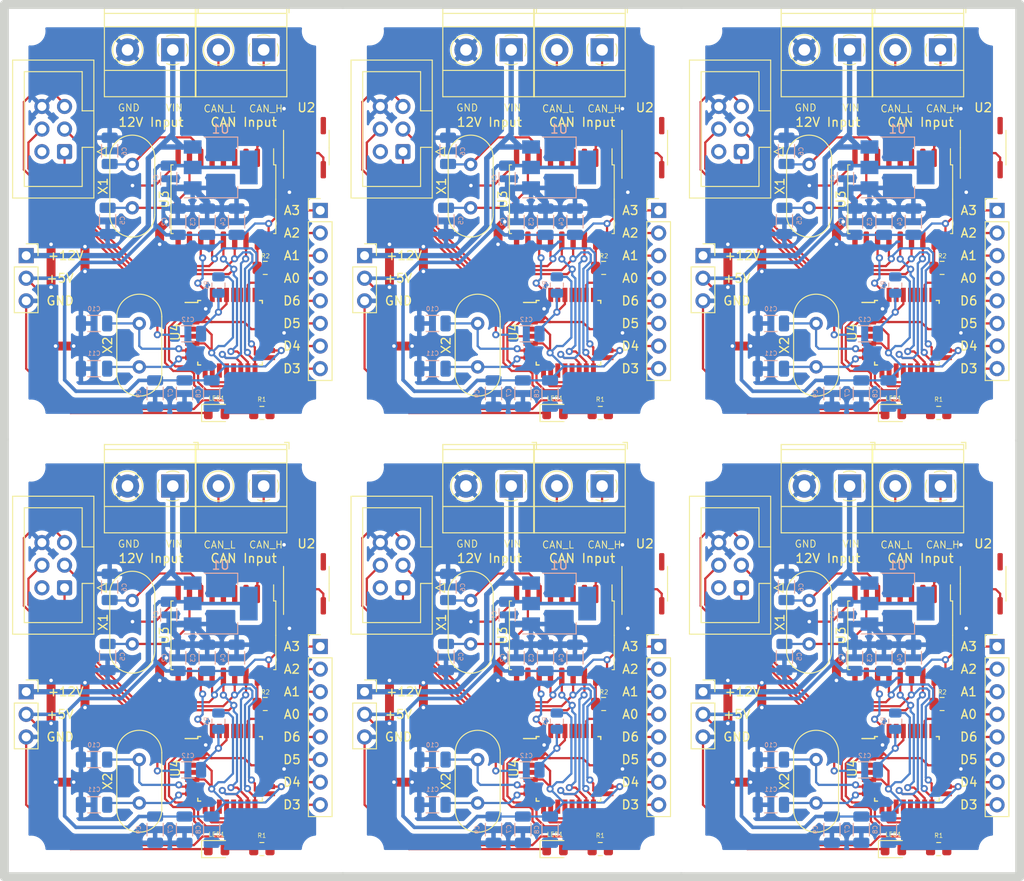
<source format=kicad_pcb>
(kicad_pcb (version 20211014) (generator pcbnew)
  (layers (0 "F.Cu" signal) (31 "B.Cu" signal) (34 "B.Paste" user) (35 "F.Paste" user) (36 "B.SilkS" user "B.Silkscreen") (37 "F.SilkS" user "F.Silkscreen") (38 "B.Mask" user) (39 "F.Mask" user) (44 "Edge.Cuts" user))
  (net 0 "")
  (net 1 "+5V")
  (net 2 "GND")
  (net 3 "U4_D3")
  (net 11 "D2_INT")
  (net 12 "U4_D13_SCK")
  (net 13 "U4_D4")
  (net 14 "U4_D6")
  (net 15 "U4_A0")
  (net 22 "U4_A1")
  (net 23 "U4_A2")
  (net 24 "U4_A3")
  (net 27 "U4_D5")
  (net 28 "/U2_U3_TXD")
  (net 29 "+12V")
  (net 30 "/CAN_H")
  (net 31 "/CAN_L")
  (net 32 "/U2_U3_RXD")
  (net 33 "/U3_RESET")
  (net 34 "/U4_RESET")
  (net 35 "U4_RXD")
  (net 36 "U4_TXD")
  (net 37 "/U3_OSC_2")
  (net 38 "/U3_OSC_1")
  (net 39 "/U4_OSC_1")
  (net 40 "/LED1")
  (net 41 "/U4_OSC_2")
  (net 43 "U4_D11_MOSI")
  (net 44 "U4_D12_MISO")
  (net 45 "D10_CS")
  (net 46 "U4_RST")
  (footprint "MountingHole:MountingHole_2.2mm_M2" (layer "F.Cu") (at 124.5 108.5)
    (fp_text reference "REF**" hide)
    (fp_text value "MountingHole_2.2mm_M2" hide)
  )
  (footprint "Package_SO:SOIC-18W_7.5x11.6mm_P1.27mm" (layer "F.Cu") (at 76.086 35.382 -90)
    (fp_text reference "U3")
    (fp_text value "MCP2515-xSO" hide)
  )
  (footprint "CAN_ATmega:Connector_female" (layer "F.Cu") (at 107.18 93.26)
    (fp_text reference "J4" hide)
    (fp_text value "Connector_female" hide)
  )
  (footprint "MountingHole:MountingHole_2.2mm_M2" (layer "F.Cu") (at 48.5 108.5)
    (fp_text reference "REF**" hide)
    (fp_text value "MountingHole_2.2mm_M2" hide)
  )
  (footprint "MountingHole:MountingHole_2.2mm_M2" (layer "F.Cu") (at 48.5 65.5)
    (fp_text reference "REF**" hide)
    (fp_text value "MountingHole_2.2mm_M2" hide)
  )
  (footprint "LED_SMD:LED_0805_2012Metric" (layer "F.Cu") (at 37.325 59.4)
    (fp_text reference "LED1")
    (fp_text value "Green" hide)
  )
  (footprint "MountingHole:MountingHole_2.2mm_M2" (layer "F.Cu") (at 54.5 65.5)
    (fp_text reference "REF**" hide)
    (fp_text value "MountingHole_2.2mm_M2" hide)
  )
  (footprint "Resistor_SMD:R_0805_2012Metric" (layer "F.Cu") (at 118.405 59.4 180)
    (fp_text reference "R1")
    (fp_text value "1K" hide)
  )
  (footprint "Package_SO:SOIC-8_3.9x4.9mm_P1.27mm" (layer "F.Cu") (at 47.4 78.59 90)
    (fp_text reference "U2")
    (fp_text value "TJA1051T" hide)
  )
  (footprint "Package_SO:SOIC-8_3.9x4.9mm_P1.27mm" (layer "F.Cu") (at 123.4 78.59 90)
    (fp_text reference "U2")
    (fp_text value "TJA1051T" hide)
  )
  (footprint "CAN_ATmega:Connector_female" (layer "F.Cu") (at 31.18 44.26)
    (fp_text reference "J4" hide)
    (fp_text value "Connector_female" hide)
  )
  (footprint "MountingHole:MountingHole_2.2mm_M2" (layer "F.Cu") (at 16.5 65.5)
    (fp_text reference "REF**" hide)
    (fp_text value "MountingHole_2.2mm_M2" hide)
  )
  (footprint "Package_QFP:TQFP-32_7x7mm_P0.8mm" (layer "F.Cu") (at 114.836 99.382)
    (fp_text reference "U4")
    (fp_text value "ATmega328P-A" hide)
  )
  (footprint "Crystal:Crystal_HC49-4H_Vertical" (layer "F.Cu") (at 28.64 49.34 -90)
    (fp_text reference "X2")
    (fp_text value "16MHz" hide)
  )
  (footprint "TerminalBlock_Phoenix:TerminalBlock_Phoenix_MKDS-1,5-2-5.08_1x02_P5.08mm_Horizontal" (layer "F.Cu") (at 80.61 18.6065 180)
    (fp_text reference "J2" hide)
    (fp_text value "Screw_Terminal_01x02" hide)
  )
  (footprint "Resistor_SMD:R_0805_2012Metric" (layer "F.Cu") (at 42.405 108.4 180)
    (fp_text reference "R1")
    (fp_text value "1K" hide)
  )
  (footprint "Crystal:Crystal_HC49-4H_Vertical" (layer "F.Cu") (at 104.64 49.34 -90)
    (fp_text reference "X2")
    (fp_text value "16MHz" hide)
  )
  (footprint "Resistor_SMD:R_0805_2012Metric" (layer "F.Cu") (at 42.7875 43.1)
    (fp_text reference "R2")
    (fp_text value "10K" hide)
  )
  (footprint "Crystal:Crystal_HC49-4H_Vertical" (layer "F.Cu") (at 103.8526 31.4711 -90)
    (fp_text reference "X1")
    (fp_text value "16MHz" hide)
  )
  (footprint "Package_QFP:TQFP-32_7x7mm_P0.8mm" (layer "F.Cu") (at 114.836 50.382)
    (fp_text reference "U4")
    (fp_text value "ATmega328P-A" hide)
  )
  (footprint "TerminalBlock_Phoenix:TerminalBlock_Phoenix_MKDS-1,5-2-5.08_1x02_P5.08mm_Horizontal" (layer "F.Cu") (at 118.61 67.6065 180)
    (fp_text reference "J2" hide)
    (fp_text value "Screw_Terminal_01x02" hide)
  )
  (footprint "LED_SMD:LED_0805_2012Metric" (layer "F.Cu") (at 37.325 108.4)
    (fp_text reference "LED1")
    (fp_text value "Green" hide)
  )
  (footprint "MountingHole:MountingHole_2.2mm_M2" (layer "F.Cu") (at 54.5 59.5)
    (fp_text reference "REF**" hide)
    (fp_text value "MountingHole_2.2mm_M2" hide)
  )
  (footprint "Package_SO:SOIC-8_3.9x4.9mm_P1.27mm" (layer "F.Cu") (at 85.4 78.59 90)
    (fp_text reference "U2")
    (fp_text value "TJA1051T" hide)
  )
  (footprint "Package_SO:SOIC-18W_7.5x11.6mm_P1.27mm" (layer "F.Cu") (at 38.086 35.382 -90)
    (fp_text reference "U3")
    (fp_text value "MCP2515-xSO" hide)
  )
  (footprint "TerminalBlock_Phoenix:TerminalBlock_Phoenix_MKDS-1,5-2-5.08_1x02_P5.08mm_Horizontal" (layer "F.Cu") (at 32.402 18.6065 180)
    (fp_text reference "J1" hide)
    (fp_text value "Screw_Terminal_01x02" hide)
  )
  (footprint "Connector_IDC:IDC-Header_2x03_P2.54mm_Vertical" (layer "F.Cu") (at 58.2485 79.041 180)
    (fp_text reference "J3" hide)
    (fp_text value "Conn_02x03_Odd_Even" hide)
  )
  (footprint "Crystal:Crystal_HC49-4H_Vertical" (layer "F.Cu") (at 65.8526 31.4711 -90)
    (fp_text reference "X1")
    (fp_text value "16MHz" hide)
  )
  (footprint "Resistor_SMD:R_0805_2012Metric" (layer "F.Cu") (at 118.7875 92.1)
    (fp_text reference "R2")
    (fp_text value "10K" hide)
  )
  (footprint "Resistor_SMD:R_0805_2012Metric" (layer "F.Cu") (at 42.7875 92.1)
    (fp_text reference "R2")
    (fp_text value "10K" hide)
  )
  (footprint "Package_QFP:TQFP-32_7x7mm_P0.8mm" (layer "F.Cu") (at 76.836 50.382)
    (fp_text reference "U4")
    (fp_text value "ATmega328P-A" hide)
  )
  (footprint "Package_SO:SOIC-8_3.9x4.9mm_P1.27mm" (layer "F.Cu") (at 123.4 29.59 90)
    (fp_text reference "U2")
    (fp_text value "TJA1051T" hide)
  )
  (footprint "Package_QFP:TQFP-32_7x7mm_P0.8mm" (layer "F.Cu") (at 38.836 50.382)
    (fp_text reference "U4")
    (fp_text value "ATmega328P-A" hide)
  )
  (footprint "TerminalBlock_Phoenix:TerminalBlock_Phoenix_MKDS-1,5-2-5.08_1x02_P5.08mm_Horizontal" (layer "F.Cu") (at 108.402 18.6065 180)
    (fp_text reference "J1" hide)
    (fp_text value "Screw_Terminal_01x02" hide)
  )
  (footprint "CAN_ATmega:Connector_female" (layer "F.Cu") (at 69.18 93.26)
    (fp_text reference "J4" hide)
    (fp_text value "Connector_female" hide)
  )
  (footprint "Crystal:Crystal_HC49-4H_Vertical" (layer "F.Cu") (at 66.64 98.34 -90)
    (fp_text reference "X2")
    (fp_text value "16MHz" hide)
  )
  (footprint "Crystal:Crystal_HC49-4H_Vertical" (layer "F.Cu") (at 103.8526 80.4711 -90)
    (fp_text reference "X1")
    (fp_text value "16MHz" hide)
  )
  (footprint "TerminalBlock_Phoenix:TerminalBlock_Phoenix_MKDS-1,5-2-5.08_1x02_P5.08mm_Horizontal" (layer "F.Cu") (at 118.61 18.6065 180)
    (fp_text reference "J2" hide)
    (fp_text value "Screw_Terminal_01x02" hide)
  )
  (footprint "Package_QFP:TQFP-32_7x7mm_P0.8mm" (layer "F.Cu") (at 76.836 99.382)
    (fp_text reference "U4")
    (fp_text value "ATmega328P-A" hide)
  )
  (footprint "Connector_IDC:IDC-Header_2x03_P2.54mm_Vertical" (layer "F.Cu") (at 96.2485 30.041 180)
    (fp_text reference "J3" hide)
    (fp_text value "Conn_02x03_Odd_Even" hide)
  )
  (footprint "MountingHole:MountingHole_2.2mm_M2" (layer "F.Cu") (at 124.5 59.5)
    (fp_text reference "REF**" hide)
    (fp_text value "MountingHole_2.2mm_M2" hide)
  )
  (footprint "MountingHole:MountingHole_2.2mm_M2" (layer "F.Cu") (at 92.5 16.5)
    (fp_text reference "REF**" hide)
    (fp_text value "MountingHole_2.2mm_M2" hide)
  )
  (footprint "Package_SO:SOIC-8_3.9x4.9mm_P1.27mm" (layer "F.Cu") (at 85.4 29.59 90)
    (fp_text reference "U2")
    (fp_text value "TJA1051T" hide)
  )
  (footprint "MountingHole:MountingHole_2.2mm_M2" (layer "F.Cu") (at 16.5 59.5)
    (fp_text reference "REF**" hide)
    (fp_text value "MountingHole_2.2mm_M2" hide)
  )
  (footprint "LED_SMD:LED_0805_2012Metric" (layer "F.Cu") (at 113.325 108.4)
    (fp_text reference "LED1")
    (fp_text value "Green" hide)
  )
  (footprint "MountingHole:MountingHole_2.2mm_M2" (layer "F.Cu") (at 86.5 65.5)
    (fp_text reference "REF**" hide)
    (fp_text value "MountingHole_2.2mm_M2" hide)
  )
  (footprint "Crystal:Crystal_HC49-4H_Vertical" (layer "F.Cu") (at 104.64 98.34 -90)
    (fp_text reference "X2")
    (fp_text value "16MHz" hide)
  )
  (footprint "Crystal:Crystal_HC49-4H_Vertical" (layer "F.Cu") (at 28.64 98.34 -90)
    (fp_text reference "X2")
    (fp_text value "16MHz" hide)
  )
  (footprint "TerminalBlock_Phoenix:TerminalBlock_Phoenix_MKDS-1,5-2-5.08_1x02_P5.08mm_Horizontal" (layer "F.Cu") (at 70.402 67.6065 180)
    (fp_text reference "J1" hide)
    (fp_text value "Screw_Terminal_01x02" hide)
  )
  (footprint "TerminalBlock_Phoenix:TerminalBlock_Phoenix_MKDS-1,5-2-5.08_1x02_P5.08mm_Horizontal" (layer "F.Cu") (at 42.61 18.6065 180)
    (fp_text reference "J2" hide)
    (fp_text value "Screw_Terminal_01x02" hide)
  )
  (footprint "MountingHole:MountingHole_2.2mm_M2" (layer "F.Cu") (at 124.5 16.5)
    (fp_text reference "REF**" hide)
    (fp_text value "MountingHole_2.2mm_M2" hide)
  )
  (footprint "MountingHole:MountingHole_2.2mm_M2" (layer "F.Cu") (at 86.5 108.5)
    (fp_text reference "REF**" hide)
    (fp_text value "MountingHole_2.2mm_M2" hide)
  )
  (footprint "Connector_IDC:IDC-Header_2x03_P2.54mm_Vertical" (layer "F.Cu") (at 58.2485 30.041 180)
    (fp_text reference "J3" hide)
    (fp_text value "Conn_02x03_Odd_Even" hide)
  )
  (footprint "CAN_ATmega:Connector_female" (layer "F.Cu") (at 69.18 44.26)
    (fp_text reference "J4" hide)
    (fp_text value "Connector_female" hide)
  )
  (footprint "CAN_ATmega:Connector_female" (layer "F.Cu") (at 107.18 44.26)
    (fp_text reference "J4" hide)
    (fp_text value "Connector_female" hide)
  )
  (footprint "TerminalBlock_Phoenix:TerminalBlock_Phoenix_MKDS-1,5-2-5.08_1x02_P5.08mm_Horizontal" (layer "F.Cu") (at 32.402 67.6065 180)
    (fp_text reference "J1" hide)
    (fp_text value "Screw_Terminal_01x02" hide)
  )
  (footprint "Resistor_SMD:R_0805_2012Metric" (layer "F.Cu") (at 80.405 108.4 180)
    (fp_text reference "R1")
    (fp_text value "1K" hide)
  )
  (footprint "Resistor_SMD:R_0805_2012Metric" (layer "F.Cu") (at 80.7875 92.1)
    (fp_text reference "R2")
    (fp_text value "10K" hide)
  )
  (footprint "MountingHole:MountingHole_2.2mm_M2" (layer "F.Cu") (at 48.5 59.5)
    (fp_text reference "REF**" hide)
    (fp_text value "MountingHole_2.2mm_M2" hide)
  )
  (footprint "LED_SMD:LED_0805_2012Metric" (layer "F.Cu") (at 113.325 59.4)
    (fp_text reference "LED1")
    (fp_text value "Green" hide)
  )
  (footprint "Package_SO:SOIC-8_3.9x4.9mm_P1.27mm" (layer "F.Cu") (at 47.4 29.59 90)
    (fp_text reference "U2")
    (fp_text value "TJA1051T" hide)
  )
  (footprint "Resistor_SMD:R_0805_2012Metric" (layer "F.Cu") (at 118.7875 43.1)
    (fp_text reference "R2")
    (fp_text value "10K" hide)
  )
  (footprint "MountingHole:MountingHole_2.2mm_M2" (layer "F.Cu") (at 86.5 59.5)
    (fp_text reference "REF**" hide)
    (fp_text value "MountingHole_2.2mm_M2" hide)
  )
  (footprint "MountingHole:MountingHole_2.2mm_M2" (layer "F.Cu") (at 86.5 16.5)
    (fp_text reference "REF**" hide)
    (fp_text value "MountingHole_2.2mm_M2" hide)
  )
  (footprint "MountingHole:MountingHole_2.2mm_M2" (layer "F.Cu") (at 48.5 16.5)
    (fp_text reference "REF**" hide)
    (fp_text value "MountingHole_2.2mm_M2" hide)
  )
  (footprint "Package_SO:SOIC-18W_7.5x11.6mm_P1.27mm" (layer "F.Cu") (at 76.086 84.382 -90)
    (fp_text reference "U3")
    (fp_text value "MCP2515-xSO" hide)
  )
  (footprint "Package_SO:SOIC-18W_7.5x11.6mm_P1.27mm" (layer "F.Cu") (at 38.086 84.382 -90)
    (fp_text reference "U3")
    (fp_text value "MCP2515-xSO" hide)
  )
  (footprint "Package_SO:SOIC-18W_7.5x11.6mm_P1.27mm" (layer "F.Cu") (at 114.086 35.382 -90)
    (fp_text reference "U3")
    (fp_text value "MCP2515-xSO" hide)
  )
  (footprint "TerminalBlock_Phoenix:TerminalBlock_Phoenix_MKDS-1,5-2-5.08_1x02_P5.08mm_Horizontal" (layer "F.Cu") (at 70.402 18.6065 180)
    (fp_text reference "J1" hide)
    (fp_text value "Screw_Terminal_01x02" hide)
  )
  (footprint "Crystal:Crystal_HC49-4H_Vertical" (layer "F.Cu") (at 27.8526 31.4711 -90)
    (fp_text reference "X1")
    (fp_text value "16MHz" hide)
  )
  (footprint "Crystal:Crystal_HC49-4H_Vertical" (layer "F.Cu") (at 65.8526 80.4711 -90)
    (fp_text reference "X1")
    (fp_text value "16MHz" hide)
  )
  (footprint "MountingHole:MountingHole_2.2mm_M2" (layer "F.Cu") (at 92.5 108.5)
    (fp_text reference "REF**" hide)
    (fp_text value "MountingHole_2.2mm_M2" hide)
  )
  (footprint "Package_SO:SOIC-18W_7.5x11.6mm_P1.27mm" (layer "F.Cu") (at 114.086 84.382 -90)
    (fp_text reference "U3")
    (fp_text value "MCP2515-xSO" hide)
  )
  (footprint "Connector_IDC:IDC-Header_2x03_P2.54mm_Vertical" (layer "F.Cu") (at 20.2485 30.041 180)
    (fp_text reference "J3" hide)
    (fp_text value "Conn_02x03_Odd_Even" hide)
  )
  (footprint "Package_QFP:TQFP-32_7x7mm_P0.8mm" (layer "F.Cu") (at 38.836 99.382)
    (fp_text reference "U4")
    (fp_text value "ATmega328P-A" hide)
  )
  (footprint "TerminalBlock_Phoenix:TerminalBlock_Phoenix_MKDS-1,5-2-5.08_1x02_P5.08mm_Horizontal" (layer "F.Cu") (at 42.61 67.6065 180)
    (fp_text reference "J2" hide)
    (fp_text value "Screw_Terminal_01x02" hide)
  )
  (footprint "MountingHole:MountingHole_2.2mm_M2" (layer "F.Cu") (at 54.5 16.5)
    (fp_text reference "REF**" hide)
    (fp_text value "MountingHole_2.2mm_M2" hide)
  )
  (footprint "MountingHole:MountingHole_2.2mm_M2" (layer "F.Cu") (at 16.5 16.5)
    (fp_text reference "REF**" hide)
    (fp_text value "MountingHole_2.2mm_M2" hide)
  )
  (footprint "Resistor_SMD:R_0805_2012Metric" (layer "F.Cu") (at 80.7875 43.1)
    (fp_text reference "R2")
    (fp_text value "10K" hide)
  )
  (footprint "LED_SMD:LED_0805_2012Metric" (layer "F.Cu") (at 75.325 108.4)
    (fp_text reference "LED1")
    (fp_text value "Green" hide)
  )
  (footprint "LED_SMD:LED_0805_2012Metric" (layer "F.Cu") (at 75.325 59.4)
    (fp_text reference "LED1")
    (fp_text value "Green" hide)
  )
  (footprint "MountingHole:MountingHole_2.2mm_M2" (layer "F.Cu") (at 92.5 59.5)
    (fp_text reference "REF**" hide)
    (fp_text value "MountingHole_2.2mm_M2" hide)
  )
  (footprint "TerminalBlock_Phoenix:TerminalBlock_Phoenix_MKDS-1,5-2-5.08_1x02_P5.08mm_Horizontal" (layer "F.Cu") (at 108.402 67.6065 180)
    (fp_text reference "J1" hide)
    (fp_text value "Screw_Terminal_01x02" hide)
  )
  (footprint "MountingHole:MountingHole_2.2mm_M2" (layer "F.Cu") (at 54.5 108.5)
    (fp_text reference "REF**" hide)
    (fp_text value "MountingHole_2.2mm_M2" hide)
  )
  (footprint "MountingHole:MountingHole_2.2mm_M2" (layer "F.Cu") (at 124.5 65.5)
    (fp_text reference "REF**" hide)
    (fp_text value "MountingHole_2.2mm_M2" hide)
  )
  (footprint "MountingHole:MountingHole_2.2mm_M2" (layer "F.Cu") (at 16.5 108.5)
    (fp_text reference "REF**" hide)
    (fp_text value "MountingHole_2.2mm_M2" hide)
  )
  (footprint "Crystal:Crystal_HC49-4H_Vertical" (layer "F.Cu") (at 27.8526 80.4711 -90)
    (fp_text reference "X1")
    (fp_text value "16MHz" hide)
  )
  (footprint "MountingHole:MountingHole_2.2mm_M2" (layer "F.Cu") (at 92.5 65.5)
    (fp_text reference "REF**" hide)
    (fp_text value "MountingHole_2.2mm_M2" hide)
  )
  (footprint "Connector_IDC:IDC-Header_2x03_P2.54mm_Vertical" (layer "F.Cu") (at 20.2485 79.041 180)
    (fp_text reference "J3" hide)
    (fp_text value "Conn_02x03_Odd_Even" hide)
  )
  (footprint "Resistor_SMD:R_0805_2012Metric" (layer "F.Cu") (at 118.405 108.4 180)
    (fp_text reference "R1")
    (fp_text value "1K" hide)
  )
  (footprint "Resistor_SMD:R_0805_2012Metric" (layer "F.Cu") (at 80.405 59.4 180)
    (fp_text reference "R1")
    (fp_text value "1K" hide)
  )
  (footprint "CAN_ATmega:Connector_female" (layer "F.Cu") (at 31.18 93.26)
    (fp_text reference "J4" hide)
    (fp_text value "Connector_female" hide)
  )
  (footprint "Crystal:Crystal_HC49-4H_Vertical" (layer "F.Cu") (at 66.64 49.34 -90)
    (fp_text reference "X2")
    (fp_text value "16MHz" hide)
  )
  (footprint "TerminalBlock_Phoenix:TerminalBlock_Phoenix_MKDS-1,5-2-5.08_1x02_P5.08mm_Horizontal" (layer "F.Cu") (at 80.61 67.6065 180)
    (fp_text reference "J2" hide)
    (fp_text value "Screw_Terminal_01x02" hide)
  )
  (footprint "Connector_IDC:IDC-Header_2x03_P2.54mm_Vertical" (layer "F.Cu") (at 96.2485 79.041 180)
    (fp_text reference "J3" hide)
    (fp_text value "Conn_02x03_Odd_Even" hide)
  )
  (footprint "Resistor_SMD:R_0805_2012Metric" (layer "F.Cu") (at 42.405 59.4 180)
    (fp_text reference "R1")
    (fp_text value "1K" hide)
  )
  (footprint "Capacitor_SMD:C_1206_3216Metric" (layer "B.Cu") (at 99.56 98.34 180)
    (fp_text reference "C10")
    (fp_text value "22PF" hide)
  )
  (footprint "Capacitor_SMD:C_1206_3216Metric" (layer "B.Cu") (at 74.26 37.91 90)
    (fp_text reference "C3")
    (fp_text value "0.1uF" hide)
  )
  (footprint "Capacitor_SMD:C_1206_3216Metric" (layer "B.Cu") (at 74.768 57.214 -90)
    (fp_text reference "C8")
    (fp_text value "10uF/16V" hide)
  )
  (footprint "Capacitor_SMD:C_1206_3216Metric" (layer "B.Cu") (at 25.084 37.8211 90)
    (fp_text reference "C5")
    (fp_text value "22PF" hide)
  )
  (footprint "Capacitor_SMD:C_1206_3216Metric" (layer "B.Cu") (at 25.084 86.8211 90)
    (fp_text reference "C5")
    (fp_text value "22PF" hide)
  )
  (footprint "Capacitor_SMD:C_1206_3216Metric" (layer "B.Cu") (at 36.26 37.91 90)
    (fp_text reference "C3")
    (fp_text value "0.1uF" hide)
  )
  (footprint "Capacitor_SMD:C_1206_3216Metric" (layer "B.Cu") (at 110.1 50.5)
    (fp_text reference "C12")
    (fp_text value "1uF" hide)
  )
  (footprint "Capacitor_SMD:C_1206_3216Metric" (layer "B.Cu") (at 112.26 86.91 90)
    (fp_text reference "C3")
    (fp_text value "0.1uF" hide)
  )
  (footprint "Capacitor_SMD:C_1206_3216Metric" (layer "B.Cu") (at 33.72 57.214 -90)
    (fp_text reference "C7")
    (fp_text value "0.1uF" hide)
  )
  (footprint "Capacitor_SMD:C_1206_3216Metric" (layer "B.Cu") (at 108.958 86.91 90)
    (fp_text reference "C2")
    (fp_text value "10uF/16V" hide)
  )
  (footprint "Capacitor_SMD:C_1206_3216Metric" (layer "B.Cu") (at 33.72 106.214 -90)
    (fp_text reference "C7")
    (fp_text value "0.1uF" hide)
  )
  (footprint "Capacitor_SMD:C_1206_3216Metric" (layer "B.Cu") (at 61.56 103.42)
    (fp_text reference "C11")
    (fp_text value "22PF" hide)
  )
  (footprint "Capacitor_SMD:C_1206_3216Metric" (layer "B.Cu") (at 63.3126 29.9471 -90)
    (fp_text reference "C6")
    (fp_text value "22PF" hide)
  )
  (footprint "Capacitor_SMD:C_1206_3216Metric" (layer "B.Cu") (at 32.958 86.91 90)
    (fp_text reference "C2")
    (fp_text value "10uF/16V" hide)
  )
  (footprint "Resistor_SMD:R_0805_2012Metric" (layer "B.Cu") (at 75.53 45.022 -90)
    (fp_text reference "R3")
    (fp_text value "10K" hide)
  )
  (footprint "Capacitor_SMD:C_1206_3216Metric" (layer "B.Cu") (at 36.768 106.214 -90)
    (fp_text reference "C8")
    (fp_text value "10uF/16V" hide)
  )
  (footprint "Capacitor_SMD:C_1206_3216Metric" (layer "B.Cu") (at 71.72 106.214 -90)
    (fp_text reference "C7")
    (fp_text value "0.1uF" hide)
  )
  (footprint "Resistor_SMD:R_0805_2012Metric" (layer "B.Cu") (at 113.53 45.022 -90)
    (fp_text reference "R3")
    (fp_text value "10K" hide)
  )
  (footprint "Capacitor_SMD:C_1206_3216Metric" (layer "B.Cu") (at 99.56 49.34 180)
    (fp_text reference "C10")
    (fp_text value "22PF" hide)
  )
  (footprint "Capacitor_SMD:C_1206_3216Metric" (layer "B.Cu") (at 39.562 86.91 90)
    (fp_text reference "C4")
    (fp_text value "0.1uF" hide)
  )
  (footprint "Capacitor_SMD:C_1206_3216Metric" (layer "B.Cu") (at 107.942 82.084 -90)
    (fp_text reference "C1")
    (fp_text value "1uF" hide)
  )
  (footprint "Capacitor_SMD:C_1206_3216Metric" (layer "B.Cu") (at 23.56 49.34 180)
    (fp_text reference "C10")
    (fp_text value "22PF" hide)
  )
  (footprint "Capacitor_SMD:C_1206_3216Metric" (layer "B.Cu") (at 115.562 37.91 90)
    (fp_text reference "C4")
    (fp_text value "0.1uF" hide)
  )
  (footprint "Capacitor_SMD:C_1206_3216Metric" (layer "B.Cu") (at 107.942 33.084 -90)
    (fp_text reference "C1")
    (fp_text value "1uF" hide)
  )
  (footprint "Capacitor_SMD:C_1206_3216Metric" (layer "B.Cu") (at 63.084 37.8211 90)
    (fp_text reference "C5")
    (fp_text value "22PF" hide)
  )
  (footprint "Capacitor_SMD:C_1206_3216Metric" (layer "B.Cu") (at 30.418 57.214 -90)
    (fp_text reference "C9")
    (fp_text value "0.1uF" hide)
  )
  (footprint "Capacitor_SMD:C_1206_3216Metric" (layer "B.Cu") (at 25.3126 29.9471 -90)
    (fp_text reference "C6")
    (fp_text value "22PF" hide)
  )
  (footprint "Capacitor_SMD:C_1206_3216Metric" (layer "B.Cu") (at 74.768 106.214 -90)
    (fp_text reference "C8")
    (fp_text value "10uF/16V" hide)
  )
  (footprint "Capacitor_SMD:C_1206_3216Metric" (layer "B.Cu") (at 99.56 103.42)
    (fp_text reference "C11")
    (fp_text value "22PF" hide)
  )
  (footprint "Capacitor_SMD:C_1206_3216Metric" (layer "B.Cu") (at 69.942 33.084 -90)
    (fp_text reference "C1")
    (fp_text value "1uF" hide)
  )
  (footprint "Capacitor_SMD:C_1206_3216Metric" (layer "B.Cu") (at 61.56 54.42)
    (fp_text reference "C11")
    (fp_text value "22PF" hide)
  )
  (footprint "Capacitor_SMD:C_1206_3216Metric" (layer "B.Cu") (at 109.72 57.214 -90)
    (fp_text reference "C7")
    (fp_text value "0.1uF" hide)
  )
  (footprint "Capacitor_SMD:C_1206_3216Metric" (layer "B.Cu") (at 101.3126 78.9471 -90)
    (fp_text reference "C6")
    (fp_text value "22PF" hide)
  )
  (footprint "Package_TO_SOT_SMD:SOT-223" (layer "B.Cu") (at 37.784 31.814)
    (fp_text reference "U1")
    (fp_text value "LM1117-5.0" hide)
  )
  (footprint "Package_TO_SOT_SMD:SOT-223" (layer "B.Cu") (at 113.784 31.814)
    (fp_text reference "U1")
    (fp_text value "LM1117-5.0" hide)
  )
  (footprint "Capacitor_SMD:C_1206_3216Metric" (layer "B.Cu") (at 63.084 86.8211 90)
    (fp_text reference "C5")
    (fp_text value "22PF" hide)
  )
  (footprint "Resistor_SMD:R_0805_2012Metric" (layer "B.Cu") (at 113.53 94.022 -90)
    (fp_text reference "R3")
    (fp_text value "10K" hide)
  )
  (footprint "Capacitor_SMD:C_1206_3216Metric" (layer "B.Cu") (at 69.942 82.084 -90)
    (fp_text reference "C1")
    (fp_text value "1uF" hide)
  )
  (footprint "Capacitor_SMD:C_1206_3216Metric" (layer "B.Cu") (at 31.942 82.084 -90)
    (fp_text reference "C1")
    (fp_text value "1uF" hide)
  )
  (footprint "Capacitor_SMD:C_1206_3216Metric" (layer "B.Cu") (at 70.958 86.91 90)
    (fp_text reference "C2")
    (fp_text value "10uF/16V" hide)
  )
  (footprint "Capacitor_SMD:C_1206_3216Metric" (layer "B.Cu") (at 34.1 50.5)
    (fp_text reference "C12")
    (fp_text value "1uF" hide)
  )
  (footprint "Capacitor_SMD:C_1206_3216Metric" (layer "B.Cu") (at 36.768 57.214 -90)
    (fp_text reference "C8")
    (fp_text value "10uF/16V" hide)
  )
  (footprint "Capacitor_SMD:C_1206_3216Metric" (layer "B.Cu") (at 68.418 106.214 -90)
    (fp_text reference "C9")
    (fp_text value "0.1uF" hide)
  )
  (footprint "Capacitor_SMD:C_1206_3216Metric" (layer "B.Cu") (at 112.768 106.214 -90)
    (fp_text reference "C8")
    (fp_text value "10uF/16V" hide)
  )
  (footprint "Capacitor_SMD:C_1206_3216Metric" (layer "B.Cu") (at 61.56 49.34 180)
    (fp_text reference "C10")
    (fp_text value "22PF" hide)
  )
  (footprint "Capacitor_SMD:C_1206_3216Metric" (layer "B.Cu") (at 25.3126 78.9471 -90)
    (fp_text reference "C6")
    (fp_text value "22PF" hide)
  )
  (footprint "Capacitor_SMD:C_1206_3216Metric" (layer "B.Cu") (at 32.958 37.91 90)
    (fp_text reference "C2")
    (fp_text value "10uF/16V" hide)
  )
  (footprint "Capacitor_SMD:C_1206_3216Metric" (layer "B.Cu") (at 36.26 86.91 90)
    (fp_text reference "C3")
    (fp_text value "0.1uF" hide)
  )
  (footprint "Capacitor_SMD:C_1206_3216Metric" (layer "B.Cu") (at 31.942 33.084 -90)
    (fp_text reference "C1")
    (fp_text value "1uF" hide)
  )
  (footprint "Resistor_SMD:R_0805_2012Metric" (layer "B.Cu") (at 37.53 45.022 -90)
    (fp_text reference "R3")
    (fp_text value "10K" hide)
  )
  (footprint "Capacitor_SMD:C_1206_3216Metric" (layer "B.Cu") (at 112.26 37.91 90)
    (fp_text reference "C3")
    (fp_text value "0.1uF" hide)
  )
  (footprint "Capacitor_SMD:C_1206_3216Metric" (layer "B.Cu") (at 106.418 57.214 -90)
    (fp_text reference "C9")
    (fp_text value "0.1uF" hide)
  )
  (footprint "Capacitor_SMD:C_1206_3216Metric" (layer "B.Cu") (at 72.1 50.5)
    (fp_text reference "C12")
    (fp_text value "1uF" hide)
  )
  (footprint "Package_TO_SOT_SMD:SOT-223" (layer "B.Cu") (at 37.784 80.814)
    (fp_text reference "U1")
    (fp_text value "LM1117-5.0" hide)
  )
  (footprint "Capacitor_SMD:C_1206_3216Metric" (layer "B.Cu") (at 101.3126 29.9471 -90)
    (fp_text reference "C6")
    (fp_text value "22PF" hide)
  )
  (footprint "Capacitor_SMD:C_1206_3216Metric" (layer "B.Cu") (at 23.56 54.42)
    (fp_text reference "C11")
    (fp_text value "22PF" hide)
  )
  (footprint "Capacitor_SMD:C_1206_3216Metric" (layer "B.Cu") (at 72.1 99.5)
    (fp_text reference "C12")
    (fp_text value "1uF" hide)
  )
  (footprint "Capacitor_SMD:C_1206_3216Metric" (layer "B.Cu") (at 99.56 54.42)
    (fp_text reference "C11")
    (fp_text value "22PF" hide)
  )
  (footprint "Capacitor_SMD:C_1206_3216Metric" (layer "B.Cu") (at 71.72 57.214 -90)
    (fp_text reference "C7")
    (fp_text value "0.1uF" hide)
  )
  (footprint "Capacitor_SMD:C_1206_3216Metric" (layer "B.Cu") (at 23.56 103.42)
    (fp_text reference "C11")
    (fp_text value "22PF" hide)
  )
  (footprint "Capacitor_SMD:C_1206_3216Metric" (layer "B.Cu") (at 112.768 57.214 -90)
    (fp_text reference "C8")
    (fp_text value "10uF/16V" hide)
  )
  (footprint "Package_TO_SOT_SMD:SOT-223" (layer "B.Cu") (at 75.784 31.814)
    (fp_text reference "U1")
    (fp_text value "LM1117-5.0" hide)
  )
  (footprint "Capacitor_SMD:C_1206_3216Metric" (layer "B.Cu") (at 101.084 86.8211 90)
    (fp_text reference "C5")
    (fp_text value "22PF" hide)
  )
  (footprint "Capacitor_SMD:C_1206_3216Metric" (layer "B.Cu") (at 115.562 86.91 90)
    (fp_text reference "C4")
    (fp_text value "0.1uF" hide)
  )
  (footprint "Capacitor_SMD:C_1206_3216Metric" (layer "B.Cu") (at 77.562 86.91 90)
    (fp_text reference "C4")
    (fp_text value "0.1uF" hide)
  )
  (footprint "Package_TO_SOT_SMD:SOT-223" (layer "B.Cu") (at 75.784 80.814)
    (fp_text reference "U1")
    (fp_text value "LM1117-5.0" hide)
  )
  (footprint "Capacitor_SMD:C_1206_3216Metric" (layer "B.Cu") (at 23.56 98.34 180)
    (fp_text reference "C10")
    (fp_text value "22PF" hide)
  )
  (footprint "Capacitor_SMD:C_1206_3216Metric" (layer "B.Cu") (at 39.562 37.91 90)
    (fp_text reference "C4")
    (fp_text value "0.1uF" hide)
  )
  (footprint "Package_TO_SOT_SMD:SOT-223" (layer "B.Cu") (at 113.784 80.814)
    (fp_text reference "U1")
    (fp_text value "LM1117-5.0" hide)
  )
  (footprint "Resistor_SMD:R_0805_2012Metric" (layer "B.Cu") (at 37.53 94.022 -90)
    (fp_text reference "R3")
    (fp_text value "10K" hide)
  )
  (footprint "Capacitor_SMD:C_1206_3216Metric" (layer "B.Cu") (at 63.3126 78.9471 -90)
    (fp_text reference "C6")
    (fp_text value "22PF" hide)
  )
  (footprint "Capacitor_SMD:C_1206_3216Metric" (layer "B.Cu") (at 74.26 86.91 90)
    (fp_text reference "C3")
    (fp_text value "0.1uF" hide)
  )
  (footprint "Capacitor_SMD:C_1206_3216Metric" (layer "B.Cu") (at 77.562 37.91 90)
    (fp_text reference "C4")
    (fp_text value "0.1uF" hide)
  )
  (footprint "Capacitor_SMD:C_1206_3216Metric" (layer "B.Cu") (at 34.1 99.5)
    (fp_text reference "C12")
    (fp_text value "1uF" hide)
  )
  (footprint "Capacitor_SMD:C_1206_3216Metric" (layer "B.Cu") (at 106.418 106.214 -90)
    (fp_text reference "C9")
    (fp_text value "0.1uF" hide)
  )
  (footprint "Resistor_SMD:R_0805_2012Metric" (layer "B.Cu") (at 75.53 94.022 -90)
    (fp_text reference "R3")
    (fp_text value "10K" hide)
  )
  (footprint "Capacitor_SMD:C_1206_3216Metric" (layer "B.Cu") (at 68.418 57.214 -90)
    (fp_text reference "C9")
    (fp_text value "0.1uF" hide)
  )
  (footprint "Capacitor_SMD:C_1206_3216Metric" (layer "B.Cu") (at 101.084 37.8211 90)
    (fp_text reference "C5")
    (fp_text value "22PF" hide)
  )
  (footprint "Capacitor_SMD:C_1206_3216Metric" (layer "B.Cu") (at 30.418 106.214 -90)
    (fp_text reference "C9")
    (fp_text value "0.1uF" hide)
  )
  (footprint "Capacitor_SMD:C_1206_3216Metric" (layer "B.Cu") (at 70.958 37.91 90)
    (fp_text reference "C2")
    (fp_text value "10uF/16V" hide)
  )
  (footprint "Capacitor_SMD:C_1206_3216Metric" (layer "B.Cu") (at 108.958 37.91 90)
    (fp_text reference "C2")
    (fp_text value "10uF/16V" hide)
  )
  (footprint "Capacitor_SMD:C_1206_3216Metric" (layer "B.Cu") (at 109.72 106.214 -90)
    (fp_text reference "C7")
    (fp_text value "0.1uF" hide)
  )
  (footprint "Capacitor_SMD:C_1206_3216Metric" (layer "B.Cu") (at 110.1 99.5)
    (fp_text reference "C12")
    (fp_text value "1uF" hide)
  )
  (footprint "Capacitor_SMD:C_1206_3216Metric" (layer "B.Cu") (at 61.56 98.34 180)
    (fp_text reference "C10")
    (fp_text value "22PF" hide)
  )
  (gr_line (start 13.5 62.4) (end 13.5 111.5) (layer "Edge.Cuts") (width 1))
  (gr_line (start 127.5 62.5) (end 127.5 111.5) (layer "Edge.Cuts") (width 1))
  (gr_line (start 13.5 13.5) (end 13.5 62.4) (layer "Edge.Cuts") (width 1))
  (gr_line (start 127.5 13.5) (end 127.5 62.5) (layer "Edge.Cuts") (width 1))
  (gr_line (start 51.5 111.5) (end 89.5 111.5) (layer "Edge.Cuts") (width 1))
  (gr_line (start 13.5 111.5) (end 51.5 111.5) (layer "Edge.Cuts") (width 1))
  (gr_line (start 89.5 111.5) (end 127.5 111.5) (layer "Edge.Cuts") (width 1))
  (gr_line (start 89.5 13.5) (end 127.5 13.5) (layer "Edge.Cuts") (width 1))
  (gr_line (start 51.5 13.5) (end 89.5 13.5) (layer "Edge.Cuts") (width 1))
  (gr_line (start 13.5 13.5) (end 51.5 13.5) (layer "Edge.Cuts") (width 1))
  (gr_text "CAN_H" (at 80.864 74.21) (layer "F.SilkS") (effects (font (size 0.8 0.8) (thickness 0.1))))
  (gr_text "CAN_H" (at 118.864 25.21) (layer "F.SilkS") (effects (font (size 0.8 0.8) (thickness 0.1))))
  (gr_text "CAN_H" (at 42.864 74.21) (layer "F.SilkS") (effects (font (size 0.8 0.8) (thickness 0.1))))
  (gr_text "CAN Input" (at 40.364 75.734) (layer "F.SilkS") (effects (font (size 1 1))))
  (gr_text "GND" (at 65.464 25.11) (layer "F.SilkS") (effects (font (size 0.8 0.8) (thickness 0.1))))
  (gr_text "VIN" (at 32.564 74.11) (layer "F.SilkS") (effects (font (size 0.8 0.8) (thickness 0.1))))
  (gr_text "CAN_L" (at 75.664 25.21) (layer "F.SilkS") (effects (font (size 0.8 0.8) (thickness 0.1))))
  (gr_text "CAN Input" (at 116.364 75.734) (layer "F.SilkS") (effects (font (size 1 1))))
  (gr_text "CAN_H" (at 118.864 74.21) (layer "F.SilkS") (effects (font (size 0.8 0.8) (thickness 0.1))))
  (gr_text "CAN Input" (at 40.364 26.734) (layer "F.SilkS") (effects (font (size 1 1))))
  (gr_text "GND" (at 103.464 25.11) (layer "F.SilkS") (effects (font (size 0.8 0.8) (thickness 0.1))))
  (gr_text "CAN_L" (at 37.664 25.21) (layer "F.SilkS") (effects (font (size 0.8 0.8) (thickness 0.1))))
  (gr_text "CAN_H" (at 42.864 25.21) (layer "F.SilkS") (effects (font (size 0.8 0.8) (thickness 0.1))))
  (gr_text "CAN_L" (at 113.664 74.21) (layer "F.SilkS") (effects (font (size 0.8 0.8) (thickness 0.1))))
  (gr_text "VIN" (at 108.564 74.11) (layer "F.SilkS") (effects (font (size 0.8 0.8) (thickness 0.1))))
  (gr_text "12V Input" (at 29.964 75.734) (layer "F.SilkS") (effects (font (size 1 1))))
  (gr_text "CAN_H" (at 80.864 25.21) (layer "F.SilkS") (effects (font (size 0.8 0.8) (thickness 0.1))))
  (gr_text "CAN_L" (at 75.664 74.21) (layer "F.SilkS") (effects (font (size 0.8 0.8) (thickness 0.1))))
  (gr_text "CAN Input" (at 116.364 26.734) (layer "F.SilkS") (effects (font (size 1 1))))
  (gr_text "GND" (at 27.464 74.11) (layer "F.SilkS") (effects (font (size 0.8 0.8) (thickness 0.1))))
  (gr_text "12V Input" (at 105.964 26.734) (layer "F.SilkS") (effects (font (size 1 1))))
  (gr_text "GND" (at 27.464 25.11) (layer "F.SilkS") (effects (font (size 0.8 0.8) (thickness 0.1))))
  (gr_text "CAN Input" (at 78.364 26.734) (layer "F.SilkS") (effects (font (size 1 1))))
  (gr_text "VIN" (at 108.564 25.11) (layer "F.SilkS") (effects (font (size 0.8 0.8) (thickness 0.1))))
  (gr_text "12V Input" (at 105.964 75.734) (layer "F.SilkS") (effects (font (size 1 1))))
  (gr_text "12V Input" (at 67.964 75.734) (layer "F.SilkS") (effects (font (size 1 1))))
  (gr_text "VIN" (at 70.564 25.11) (layer "F.SilkS") (effects (font (size 0.8 0.8) (thickness 0.1))))
  (gr_text "GND" (at 65.464 74.11) (layer "F.SilkS") (effects (font (size 0.8 0.8) (thickness 0.1))))
  (gr_text "CAN Input" (at 78.364 75.734) (layer "F.SilkS") (effects (font (size 1 1))))
  (gr_text "CAN_L" (at 113.664 25.21) (layer "F.SilkS") (effects (font (size 0.8 0.8) (thickness 0.1))))
  (gr_text "CAN_L" (at 37.664 74.21) (layer "F.SilkS") (effects (font (size 0.8 0.8) (thickness 0.1))))
  (gr_text "12V Input" (at 29.964 26.734) (layer "F.SilkS") (effects (font (size 1 1))))
  (gr_text "VIN" (at 70.564 74.11) (layer "F.SilkS") (effects (font (size 0.8 0.8) (thickness 0.1))))
  (gr_text "VIN" (at 32.564 25.11) (layer "F.SilkS") (effects (font (size 0.8 0.8) (thickness 0.1))))
  (gr_text "GND" (at 103.464 74.11) (layer "F.SilkS") (effects (font (size 0.8 0.8) (thickness 0.1))))
  (gr_text "12V Input" (at 67.964 26.734) (layer "F.SilkS") (effects (font (size 1 1))))
  (segment (start 34.778 58.95) (end 21.106396 58.95) (width 0.25) (layer "F.Cu") (net 1))
  (segment (start 55.464 45.784) (end 53.94 44.26) (width 0.25) (layer "F.Cu") (net 1))
  (segment (start 54.39 49.144) (end 55.464 48.07) (width 0.25) (layer "F.Cu") (net 1))
  (segment (start 43.118 59.2005) (end 43.118 58.484) (width 0.25) (layer "F.Cu") (net 1))
  (segment (start 72.586 51.582) (end 73.962 51.582) (width 0.25) (layer "F.Cu") (net 1))
  (segment (start 42.61 106.976) (end 35.752 106.976) (width 0.25) (layer "F.Cu") (net 1))
  (segment (start 36.768 101.388) (end 36.768 101.642) (width 0.25) (layer "F.Cu") (net 1))
  (segment (start 111.752 57.976) (end 110.778 58.95) (width 0.25) (layer "F.Cu") (net 1))
  (segment (start 110.586 49.982) (end 112.14 49.982) (width 0.25) (layer "F.Cu") (net 1))
  (segment (start 43.7 91.1) (end 43.166 90.566) (width 0.25) (layer "F.Cu") (net 1))
  (segment (start 16.39 98.144) (end 17.464 97.07) (width 0.25) (layer "F.Cu") (net 1))
  (segment (start 93.464 45.784) (end 91.94 44.26) (width 0.25) (layer "F.Cu") (net 1))
  (segment (start 35.752 57.976) (end 34.778 58.95) (width 0.25) (layer "F.Cu") (net 1))
  (segment (start 81.7 42.1) (end 81.166 41.566) (width 0.25) (layer "F.Cu") (net 1))
  (segment (start 93.464 48.07) (end 93.464 45.784) (width 0.25) (layer "F.Cu") (net 1))
  (segment (start 81.7 92.1) (end 81.7 91.1) (width 0.25) (layer "F.Cu") (net 1))
  (segment (start 36.14 49.982) (end 36.768 50.61) (width 0.25) (layer "F.Cu") (net 1))
  (segment (start 110.586 51.582) (end 111.962 51.582) (width 0.25) (layer "F.Cu") (net 1))
  (segment (start 72.778 58.95) (end 59.106396 58.95) (width 0.25) (layer "F.Cu") (net 1))
  (segment (start 111.752 106.976) (end 110.778 107.95) (width 0.25) (layer "F.Cu") (net 1))
  (segment (start 92.39 103.233604) (end 92.39 98.144) (width 0.25) (layer "F.Cu") (net 1))
  (segment (start 81.086 101.382) (end 82.586 101.382) (width 0.25) (layer "F.Cu") (net 1))
  (segment (start 110.778 58.95) (end 97.106396 58.95) (width 0.25) (layer "F.Cu") (net 1))
  (segment (start 119.7 42.1) (end 119.166 41.566) (width 0.25) (layer "F.Cu") (net 1))
  (segment (start 54.39 103.233604) (end 54.39 98.144) (width 0.25) (layer "F.Cu") (net 1))
  (segment (start 43.166 38.116) (end 43.166 40.032) (width 0.25) (layer "F.Cu") (net 1))
  (segment (start 119.118 58.484) (end 118.61 57.976) (width 0.25) (layer "F.Cu") (net 1))
  (segment (start 93.464 94.784) (end 91.94 93.26) (width 0.25) (layer "F.Cu") (net 1))
  (segment (start 81.118 58.484) (end 80.61 57.976) (width 0.25) (layer "F.Cu") (net 1))
  (segment (start 43.118 58.484) (end 42.61 57.976) (width 0.25) (layer "F.Cu") (net 1))
  (segment (start 110.586 100.582) (end 111.962 100.582) (width 0.25) (layer "F.Cu") (net 1))
  (segment (start 112.14 98.982) (end 112.768 99.61) (width 0.25) (layer "F.Cu") (net 1))
  (segment (start 74.14 98.982) (end 74.768 99.61) (width 0.25) (layer "F.Cu") (net 1))
  (segment (start 119.166 87.116) (end 119.166 89.032) (width 0.25) (layer "F.Cu") (net 1))
  (segment (start 43.7 92.1) (end 43.7 91.1) (width 0.25) (layer "F.Cu") (net 1))
  (segment (start 119.284 87.116) (end 119.166 87.116) (width 0.25) (layer "F.Cu") (net 1))
  (segment (start 81.3175 108.4) (end 81.118 108.2005) (width 0.25) (layer "F.Cu") (net 1))
  (segment (start 119.086 101.382) (end 120.586 101.382) (width 0.25) (layer "F.Cu") (net 1))
  (segment (start 21.106396 58.95) (end 16.39 54.233604) (width 0.25) (layer "F.Cu") (net 1))
  (segment (start 55.464 48.07) (end 55.464 45.784) (width 0.25) (layer "F.Cu") (net 1))
  (segment (start 112.768 50.61) (end 112.768 52.642) (width 0.25) (layer "F.Cu") (net 1))
  (segment (start 124.035 32.065) (end 124.035 33.365) (width 0.25) (layer "F.Cu") (net 1))
  (segment (start 111.962 100.582) (end 112.768 101.388) (width 0.25) (layer "F.Cu") (net 1))
  (segment (start 43.166 87.116) (end 43.166 89.032) (width 0.25) (layer "F.Cu") (net 1))
  (segment (start 36.768 50.61) (end 36.768 52.642) (width 0.25) (layer "F.Cu") (net 1))
  (segment (start 48.035 82.365) (end 43.284 87.116) (width 0.25) (layer "F.Cu") (net 1))
  (segment (start 112.768 101.388) (end 112.768 101.642) (width 0.25) (layer "F.Cu") (net 1))
  (segment (start 34.586 51.582) (end 35.962 51.582) (width 0.25) (layer "F.Cu") (net 1))
  (segment (start 43.7 43.1) (end 43.7 42.1) (width 0.25) (layer "F.Cu") (net 1))
  (segment (start 119.7 92.1) (end 119.7 91.1) (width 0.25) (layer "F.Cu") (net 1))
  (segment (start 81.166 41.566) (end 81.166 40.032) (width 0.25) (layer "F.Cu") (net 1))
  (segment (start 124.035 81.065) (end 124.035 82.365) (width 0.25) (layer "F.Cu") (net 1))
  (segment (start 119.166 38.116) (end 119.166 40.032) (width 0.25) (layer "F.Cu") (net 1))
  (segment (start 34.586 98.982) (end 36.14 98.982) (width 0.25) (layer "F.Cu") (net 1))
  (segment (start 16.39 103.233604) (end 16.39 98.144) (width 0.25) (layer "F.Cu") (net 1))
  (segment (start 81.118 59.2005) (end 81.118 58.484) (width 0.25) (layer "F.Cu") (net 1))
  (segment (start 35.962 51.582) (end 36.768 52.388) (width 0.25) (layer "F.Cu") (net 1))
  (segment (start 124.035 33.365) (end 119.284 38.116) (width 0.25) (layer "F.Cu") (net 1))
  (segment (start 119.166 90.566) (end 119.166 89.032) (width 0.25) (layer "F.Cu") (net 1))
  (segment (start 17.464 94.784) (end 15.94 93.26) (width 0.25) (layer "F.Cu") (net 1))
  (segment (start 16.39 49.144) (end 17.464 48.07) (width 0.25) (layer "F.Cu") (net 1))
  (segment (start 43.3175 59.4) (end 43.118 59.2005) (width 0.25) (layer "F.Cu") (net 1))
  (segment (start 43.166 41.566) (end 43.166 40.032) (width 0.25) (layer "F.Cu") (net 1))
  (segment (start 118.61 57.976) (end 111.752 57.976) (width 0.25) (layer "F.Cu") (net 1))
  (segment (start 119.7 43.1) (end 119.7 42.1) (width 0.25) (layer "F.Cu") (net 1))
  (segment (start 81.118 108.2005) (end 81.118 107.484) (width 0.25) (layer "F.Cu") (net 1))
  (segment (start 48.035 81.065) (end 48.035 82.365) (width 0.25) (layer "F.Cu") (net 1))
  (segment (start 36.768 52.388) (end 36.768 52.642) (width 0.25) (layer "F.Cu") (net 1))
  (segment (start 110.778 107.95) (end 97.106396 107.95) (width 0.25) (layer "F.Cu") (net 1))
  (segment (start 119.086 52.382) (end 120.586 52.382) (width 0.25) (layer "F.Cu") (net 1))
  (segment (start 73.962 100.582) (end 74.768 101.388) (width 0.25) (layer "F.Cu") (net 1))
  (segment (start 35.752 106.976) (end 34.778 107.95) (width 0.25) (layer "F.Cu") (net 1))
  (segment (start 119.166 41.566) (end 119.166 40.032) (width 0.25) (layer "F.Cu") (net 1))
  (segment (start 17.464 45.784) (end 15.94 44.26) (width 0.25) (layer "F.Cu") (net 1))
  (segment (start 74.768 50.61) (end 74.768 52.642) (width 0.25) (layer "F.Cu") (net 1))
  (segment (start 81.3175 59.4) (end 81.118 59.2005) (width 0.25) (layer "F.Cu") (net 1))
  (segment (start 81.284 87.116) (end 81.166 87.116) (width 0.25) (layer "F.Cu") (net 1))
  (segment (start 43.118 108.2005) (end 43.118 107.484) (width 0.25) (layer "F.Cu") (net 1))
  (segment (start 55.464 97.07) (end 55.464 94.784) (width 0.25) (layer "F.Cu") (net 1))
  (segment (start 73.752 106.976) (end 72.778 107.95) (width 0.25) (layer "F.Cu") (net 1))
  (segment (start 43.7 42.1) (end 43.166 41.566) (width 0.25) (layer "F.Cu") (net 1))
  (segment (start 74.768 99.61) (end 74.768 101.642) (width 0.25) (layer "F.Cu") (net 1))
  (segment (start 81.166 90.566) (end 81.166 89.032) (width 0.25) (layer "F.Cu") (net 1))
  (segment (start 74.768 101.388) (end 74.768 101.642) (width 0.25) (layer "F.Cu") (net 1))
  (segment (start 92.39 49.144) (end 93.464 48.07) (width 0.25) (layer "F.Cu") (net 1))
  (segment (start 35.962 100.582) (end 36.768 101.388) (width 0.25) (layer "F.Cu") (net 1))
  (segment (start 43.118 107.484) (end 42.61 106.976) (width 0.25) (layer "F.Cu") (net 1))
  (segment (start 42.61 57.976) (end 35.752 57.976) (width 0.25) (layer "F.Cu") (net 1))
  (segment (start 36.14 98.982) (end 36.768 99.61) (width 0.25) (layer "F.Cu") (net 1))
  (segment (start 73.962 51.582) (end 74.768 52.388) (width 0.25) (layer "F.Cu") (net 1))
  (segment (start 112.768 52.388) (end 112.768 52.642) (width 0.25) (layer "F.Cu") (net 1))
  (segment (start 16.39 54.233604) (end 16.39 49.144) (width 0.25) (layer "F.Cu") (net 1))
  (segment (start 86.035 33.365) (end 81.284 38.116) (width 0.25) (layer "F.Cu") (net 1))
  (segment (start 119.118 108.2005) (end 119.118 107.484) (width 0.25) (layer "F.Cu") (net 1))
  (segment (start 59.106396 58.95) (end 54.39 54.233604) (width 0.25) (layer "F.Cu") (net 1))
  (segment (start 72.586 98.982) (end 74.14 98.982) (width 0.25) (layer "F.Cu") (net 1))
  (segment (start 17.464 97.07) (end 17.464 94.784) (width 0.25) (layer "F.Cu") (net 1))
  (segment (start 34.778 107.95) (end 21.106396 107.95) (width 0.25) (layer "F.Cu") (net 1))
  (segment (start 80.61 57.976) (end 73.752 57.976) (width 0.25) (layer "F.Cu") (net 1))
  (segment (start 119.3175 59.4) (end 119.118 59.2005) (width 0.25) (layer "F.Cu") (net 1))
  (segment (start 43.086 101.382) (end 44.586 101.382) (width 0.25) (layer "F.Cu") (net 1))
  (segment (start 43.166 90.566) (end 43.166 89.032) (width 0.25) (layer "F.Cu") (net 1))
  (segment (start 17.464 48.07) (end 17.464 45.784) (width 0.25) (layer "F.Cu") (net 1))
  (segment (start 81.7 91.1) (end 81.166 90.566) (width 0.25) (layer "F.Cu") (net 1))
  (segment (start 72.586 100.582) (end 73.962 100.582) (width 0.25) (layer "F.Cu") (net 1))
  (segment (start 72.586 49.982) (end 74.14 49.982) (width 0.25) (layer "F.Cu") (net 1))
  (segment (start 81.284 38.116) (end 81.166 38.116) (width 0.25) (layer "F.Cu") (net 1))
  (segment (start 48.035 33.365) (end 43.284 38.116) (width 0.25) (layer "F.Cu") (net 1))
  (segment (start 81.166 38.116) (end 81.166 40.032) (width 0.25) (layer "F.Cu") (net 1))
  (segment (start 59.106396 107.95) (end 54.39 103.233604) (width 0.25) (layer "F.Cu") (net 1))
  (segment (start 43.284 87.116) (end 43.166 87.116) (width 0.25) (layer "F.Cu") (net 1))
  (segment (start 34.586 100.582) (end 35.962 100.582) (width 0.25) (layer "F.Cu") (net 1))
  (segment (start 43.284 38.116) (end 43.166 38.116) (width 0.25) (layer "F.Cu") (net 1))
  (segment (start 54.39 54.233604) (end 54.39 49.144) (width 0.25) (layer "F.Cu") (net 1))
  (segment (start 21.106396 107.95) (end 16.39 103.233604) (width 0.25) (layer "F.Cu") (net 1))
  (segment (start 81.166 87.116) (end 81.166 89.032) (width 0.25) (layer "F.Cu") (net 1))
  (segment (start 110.586 98.982) (end 112.14 98.982) (width 0.25) (layer "F.Cu") (net 1))
  (segment (start 43.086 52.382) (end 44.586 52.382) (width 0.25) (layer "F.Cu") (net 1))
  (segment (start 119.118 107.484) (end 118.61 106.976) (width 0.25) (layer "F.Cu") (net 1))
  (segment (start 93.464 97.07) (end 93.464 94.784) (width 0.25) (layer "F.Cu") (net 1))
  (segment (start 92.39 98.144) (end 93.464 97.07) (width 0.25) (layer "F.Cu") (net 1))
  (segment (start 86.035 82.365) (end 81.284 87.116) (width 0.25) (layer "F.Cu") (net 1))
  (segment (start 74.14 49.982) (end 74.768 50.61) (width 0.25) (layer "F.Cu") (net 1))
  (segment (start 92.39 54.233604) (end 92.39 49.144) (width 0.25) (layer "F.Cu") (net 1))
  (segment (start 86.035 32.065) (end 86.035 33.365) (width 0.25) (layer "F.Cu") (net 1))
  (segment (start 119.284 38.116) (end 119.166 38.116) (width 0.25) (layer "F.Cu") (net 1))
  (segment (start 81.7 43.1) (end 81.7 42.1) (width 0.25) (layer "F.Cu") (net 1))
  (segment (start 73.752 57.976) (end 72.778 58.95) (width 0.25) (layer "F.Cu") (net 1))
  (segment (start 80.61 106.976) (end 73.752 106.976) (width 0.25) (layer "F.Cu") (net 1))
  (segment (start 119.7 91.1) (end 119.166 90.566) (width 0.25) (layer "F.Cu") (net 1))
  (segment (start 74.768 52.388) (end 74.768 52.642) (width 0.25) (layer "F.Cu") (net 1))
  (segment (start 55.464 94.784) (end 53.94 93.26) (width 0.25) (layer "F.Cu") (net 1))
  (segment (start 54.39 98.144) (end 55.464 97.07) (width 0.25) (layer "F.Cu") (net 1))
  (segment (start 34.586 49.982) (end 36.14 49.982) (width 0.25) (layer "F.Cu") (net 1))
  (segment (start 86.035 81.065) (end 86.035 82.365) (width 0.25) (layer "F.Cu") (net 1))
  (segment (start 119.118 59.2005) (end 119.118 58.484) (width 0.25) (layer "F.Cu") (net 1))
  (segment (start 43.3175 108.4) (end 43.118 108.2005) (width 0.25) (layer "F.Cu") (net 1))
  (segment (start 124.035 82.365) (end 119.284 87.116) (width 0.25) (layer "F.Cu") (net 1))
  (segment (start 81.086 52.382) (end 82.586 52.382) (width 0.25) (layer "F.Cu") (net 1))
  (segment (start 119.3175 108.4) (end 119.118 108.2005) (width 0.25) (layer "F.Cu") (net 1))
  (segment (start 81.118 107.484) (end 80.61 106.976) (width 0.25) (layer "F.Cu") (net 1))
  (segment (start 97.106396 58.95) (end 92.39 54.233604) (width 0.25) (layer "F.Cu") (net 1))
  (segment (start 36.768 99.61) (end 36.768 101.642) (width 0.25) (layer "F.Cu") (net 1))
  (segment (start 112.768 99.61) (end 112.768 101.642) (width 0.25) (layer "F.Cu") (net 1))
  (segment (start 72.778 107.95) (end 59.106396 107.95) (width 0.25) (layer "F.Cu") (net 1))
  (segment (start 112.14 49.982) (end 112.768 50.61) (width 0.25) (layer "F.Cu") (net 1))
  (segment (start 48.035 32.065) (end 48.035 33.365) (width 0.25) (layer "F.Cu") (net 1))
  (segment (start 111.962 51.582) (end 112.768 52.388) (width 0.25) (layer "F.Cu") (net 1))
  (segment (start 118.61 106.976) (end 111.752 106.976) (width 0.25) (layer "F.Cu") (net 1))
  (segment (start 97.106396 107.95) (end 92.39 103.233604) (width 0.25) (layer "F.Cu") (net 1))
  (via (at 119.166 38.116) (size 0.8) (drill 0.4) (layers "F.Cu" "B.Cu") (net 1))
  (via (at 82.586 52.382) (size 0.8) (drill 0.4) (layers "F.Cu" "B.Cu") (net 1))
  (via (at 120.586 52.382) (size 0.8) (drill 0.4) (layers "F.Cu" "B.Cu") (net 1))
  (via (at 112.768 101.642) (size 0.8) (drill 0.4) (layers "F.Cu" "B.Cu") (net 1))
  (via (at 43.166 87.116) (size 0.8) (drill 0.4) (layers "F.Cu" "B.Cu") (net 1))
  (via (at 74.768 52.642) (size 0.8) (drill 0.4) (layers "F.Cu" "B.Cu") (net 1))
  (via (at 119.166 87.116) (size 0.8) (drill 0.4) (layers "F.Cu" "B.Cu") (net 1))
  (via (at 44.586 52.382) (size 0.8) (drill 0.4) (layers "F.Cu" "B.Cu") (net 1))
  (via (at 44.586 101.382) (size 0.8) (drill 0.4) (layers "F.Cu" "B.Cu") (net 1))
  (via (at 43.166 38.116) (size 0.8) (drill 0.4) (layers "F.Cu" "B.Cu") (net 1))
  (via (at 82.586 101.382) (size 0.8) (drill 0.4) (layers "F.Cu" "B.Cu") (net 1))
  (via (at 74.768 101.642) (size 0.8) (drill 0.4) (layers "F.Cu" "B.Cu") (net 1))
  (via (at 36.768 101.642) (size 0.8) (drill 0.4) (layers "F.Cu" "B.Cu") (net 1))
  (via (at 120.586 101.382) (size 0.8) (drill 0.4) (layers "F.Cu" "B.Cu") (net 1))
  (via (at 112.768 52.642) (size 0.8) (drill 0.4) (layers "F.Cu" "B.Cu") (net 1))
  (via (at 81.166 87.116) (size 0.8) (drill 0.4) (layers "F.Cu" "B.Cu") (net 1))
  (via (at 36.768 52.642) (size 0.8) (drill 0.4) (layers "F.Cu" "B.Cu") (net 1))
  (via (at 81.166 38.116) (size 0.8) (drill 0.4) (layers "F.Cu" "B.Cu") (net 1))
  (segment (start 106.418 55.739) (end 109.72 55.739) (width 0.25) (layer "B.Cu") (net 1))
  (segment (start 66.591 55.739) (end 65.37 56.96) (width 0.4) (layer "B.Cu") (net 1))
  (segment (start 30.418 104.739) (end 28.591 104.739) (width 0.4) (layer "B.Cu") (net 1))
  (segment (start 31.942 31.609) (end 34.429 31.609) (width 0.4) (layer "B.Cu") (net 1))
  (segment (start 113.53 100.88) (end 112.768 101.642) (width 0.25) (layer "B.Cu") (net 1))
  (segment (start 116.934 31.814) (end 110.634 31.814) (width 0.4) (layer "B.Cu") (net 1))
  (segment (start 113.53 51.88) (end 112.768 52.642) (width 0.25) (layer "B.Cu") (net 1))
  (segment (start 114.292 103.166) (end 112.768 101.642) (width 0.25) (layer "B.Cu") (net 1))
  (segment (start 77.161498 50.920106) (end 76.201604 51.88) (width 0.25) (layer "B.Cu") (net 1))
  (segment (start 30.418 81.068) (end 30.418 87.164) (width 0.4) (layer "B.Cu") (net 1))
  (segment (start 20.258 93.26) (end 15.94 93.26) (width 0.4) (layer "B.Cu") (net 1))
  (segment (start 118.802 54.166) (end 114.292 54.166) (width 0.25) (layer "B.Cu") (net 1))
  (segment (start 104.591 104.739) (end 103.37 105.96) (width 0.4) (layer "B.Cu") (net 1))
  (segment (start 28.591 104.739) (end 27.37 105.96) (width 0.4) (layer "B.Cu") (net 1))
  (segment (start 68.877 80.609) (end 68.418 81.068) (width 0.4) (layer "B.Cu") (net 1))
  (segment (start 30.418 55.739) (end 33.72 55.739) (width 0.25) (layer "B.Cu") (net 1))
  (segment (start 106.418 38.164) (end 106.418 38.672) (width 0.4) (layer "B.Cu") (net 1))
  (segment (start 36.768 55.739) (end 36.768 55.69) (width 0.25) (layer "B.Cu") (net 1))
  (segment (start 107.942 80.609) (end 106.877 80.609) (width 0.4) (layer "B.Cu") (net 1))
  (segment (start 30.418 38.164) (end 31.639 39.385) (width 0.4) (layer "B.Cu") (net 1))
  (segment (start 79.642 87.116) (end 81.166 87.116) (width 0.25) (layer "B.Cu") (net 1))
  (segment (start 69.942 80.609) (end 72.429 80.609) (width 0.4) (layer "B.Cu") (net 1))
  (segment (start 102.608 42.482) (end 98.036 42.482) (width 0.4) (layer "B.Cu") (net 1))
  (segment (start 42.802 103.166) (end 38.292 103.166) (width 0.25) (layer "B.Cu") (net 1))
  (segment (start 114.201604 51.88) (end 113.53 51.88) (width 0.25) (layer "B.Cu") (net 1))
  (segment (start 38.292 54.166) (end 36.768 52.642) (width 0.25) (layer "B.Cu") (net 1))
  (segment (start 68.418 87.164) (end 69.639 88.385) (width 0.4) (layer "B.Cu") (net 1))
  (segment (start 22.036 42.482) (end 20.258 44.26) (width 0.4) (layer "B.Cu") (net 1))
  (segment (start 76.6495 44.1095) (end 77.161498 44.621498) (width 0.25) (layer "B.Cu") (net 1))
  (segment (start 26.608 91.482) (end 22.036 91.482) (width 0.4) (layer "B.Cu") (net 1))
  (segment (start 69.639 39.385) (end 70.958 39.385) (width 0.4) (layer "B.Cu") (net 1))
  (segment (start 106.418 104.739) (end 109.72 104.739) (width 0.25) (layer "B.Cu") (net 1))
  (segment (start 31.942 80.609) (end 34.429 80.609) (width 0.4) (layer "B.Cu") (net 1))
  (segment (start 64.608 91.482) (end 60.036 91.482) (width 0.4) (layer "B.Cu") (net 1))
  (segment (start 37.53 93.1095) (end 38.6495 93.1095) (width 0.25) (layer "B.Cu") (net 1))
  (segment (start 39.161498 44.621498) (end 39.161498 50.920106) (width 0.25) (layer "B.Cu") (net 1))
  (segment (start 30.418 38.672) (end 26.608 42.482) (width 0.4) (layer "B.Cu") (net 1))
  (segment (start 77.161498 44.621498) (end 77.161498 50.920106) (width 0.25) (layer "B.Cu") (net 1))
  (segment (start 79.642 38.116) (end 81.166 38.116) (width 0.25) (layer "B.Cu") (net 1))
  (segment (start 116.934 80.814) (end 110.634 80.814) (width 0.4) (layer "B.Cu") (net 1))
  (segment (start 96.258 55.69) (end 96.258 44.26) (width 0.4) (layer "B.Cu") (net 1))
  (segment (start 115.161498 93.621498) (end 115.161498 99.920106) (width 0.25) (layer "B.Cu") (net 1))
  (segment (start 106.877 80.609) (end 106.418 81.068) (width 0.4) (layer "B.Cu") (net 1))
  (segment (start 106.418 55.739) (end 104.591 55.739) (width 0.4) (layer "B.Cu") (net 1))
  (segment (start 38.201604 51.88) (end 37.53 51.88) (width 0.25) (layer "B.Cu") (net 1))
  (segment (start 106.418 87.672) (end 102.608 91.482) (width 0.4) (layer "B.Cu") (net 1))
  (segment (start 112.26 39.385) (end 115.562 39.385) (width 0.25) (layer "B.Cu") (net 1))
  (segment (start 30.877 80.609) (end 30.418 81.068) (width 0.4) (layer "B.Cu") (net 1))
  (segment (start 64.608 42.482) (end 60.036 42.482) (width 0.4) (layer "B.Cu") (net 1))
  (segment (start 76.201604 51.88) (end 75.53 51.88) (width 0.25) (layer "B.Cu") (net 1))
  (segment (start 96.258 93.26) (end 91.94 93.26) (width 0.4) (layer "B.Cu") (net 1))
  (segment (start 69.639 88.385) (end 70.958 88.385) (width 0.4) (layer "B.Cu") (net 1))
  (segment (start 36.768 104.69) (end 38.292 103.166) (width 0.25) (layer "B.Cu") (net 1))
  (segment (start 78.373 88.385) (end 79.642 87.116) (width 0.25) (layer "B.Cu") (net 1))
  (segment (start 74.768 104.69) (end 76.292 103.166) (width 0.25) (layer "B.Cu") (net 1))
  (segment (start 76.292 54.166) (end 74.768 52.642) (width 0.25) (layer "B.Cu") (net 1))
  (segment (start 114.6495 93.1095) (end 115.161498 93.621498) (width 0.25) (layer "B.Cu") (net 1))
  (segment (start 98.036 91.482) (end 96.258 93.26) (width 0.4) (layer "B.Cu") (net 1))
  (segment (start 20.258 44.26) (end 15.94 44.26) (width 0.4) (layer "B.Cu") (net 1))
  (segment (start 80.802 54.166) (end 76.292 54.166) (width 0.25) (layer "B.Cu") (net 1))
  (segment (start 115.161498 99.920106) (end 114.201604 100.88) (width 0.25) (layer "B.Cu") (net 1))
  (segment (start 38.6495 44.1095) (end 39.161498 44.621498) (width 0.25) (layer "B.Cu") (net 1))
  (segment (start 38.6495 93.1095) (end 39.161498 93.621498) (width 0.25) (layer "B.Cu") (net 1))
  (segment (start 44.586 52.382) (end 42.802 54.166) (width 0.25) (layer "B.Cu") (net 1))
  (segment (start 71.72 55.739) (end 74.768 55.739) (width 0.25) (layer "B.Cu") (net 1))
  (segment (start 30.877 31.609) (end 30.418 32.068) (width 0.4) (layer "B.Cu") (net 1))
  (segment (start 115.562 39.385) (end 116.373 39.385) (width 0.25) (layer "B.Cu") (net 1))
  (segment (start 68.418 38.164) (end 69.639 39.385) (width 0.4) (layer "B.Cu") (net 1))
  (segment (start 112.768 104.739) (end 112.768 104.69) (width 0.25) (layer "B.Cu") (net 1))
  (segment (start 68.877 31.609) (end 68.418 32.068) (width 0.4) (layer "B.Cu") (net 1))
  (segment (start 72.429 31.609) (end 72.634 31.814) (width 0.4) (layer "B.Cu") (net 1))
  (segment (start 106.418 104.739) (end 104.591 104.739) (width 0.4) (layer "B.Cu") (net 1))
  (segment (start 106.877 31.609) (end 106.418 32.068) (width 0.4) (layer "B.Cu") (net 1))
  (segment (start 120.586 52.382) (end 118.802 54.166) (width 0.25) (layer "B.Cu") (net 1))
  (segment (start 44.586 101.382) (end 42.802 103.166) (width 0.25) (layer "B.Cu") (net 1))
  (segment (start 107.942 80.609) (end 110.429 80.609) (width 0.4) (layer "B.Cu") (net 1))
  (segment (start 38.292 103.166) (end 36.768 101.642) (width 0.25) (layer "B.Cu") (net 1))
  (segment (start 114.201604 100.88) (end 113.53 100.88) (width 0.25) (layer "B.Cu") (net 1))
  (segment (start 68.418 55.739) (end 71.72 55.739) (width 0.25) (layer "B.Cu") (net 1))
  (segment (start 30.418 32.068) (end 30.418 38.164) (width 0.4) (layer "B.Cu") (net 1))
  (segment (start 68.418 104.739) (end 71.72 104.739) (width 0.25) (layer "B.Cu") (net 1))
  (segment (start 22.036 91.482) (end 20.258 93.26) (width 0.4) (layer "B.Cu") (net 1))
  (segment (start 102.608 91.482) (end 98.036 91.482) (width 0.4) (layer "B.Cu") (net 1))
  (segment (start 58.258 55.69) (end 58.258 44.26) (width 0.4) (layer "B.Cu") (net 1))
  (segment (start 30.418 38.164) (end 30.418 38.672) (width 0.4) (layer "B.Cu") (net 1))
  (segment (start 78.934 80.814) (end 72.634 80.814) (width 0.4) (layer "B.Cu") (net 1))
  (segment (start 109.72 104.739) (end 112.768 104.739) (width 0.25) (layer "B.Cu") (net 1))
  (segment (start 60.036 91.482) (end 58.258 93.26) (width 0.4) (layer "B.Cu") (net 1))
  (segment (start 117.642 38.116) (end 119.166 38.116) (width 0.25) (layer "B.Cu") (net 1))
  (segment (start 76.6495 93.1095) (end 77.161498 93.621498) (width 0.25) (layer "B.Cu") (net 1))
  (segment (start 82.586 52.382) (end 80.802 54.166) (width 0.25) (layer "B.Cu") (net 1))
  (segment (start 77.562 39.385) (end 78.373 39.385) (width 0.25) (layer "B.Cu") (net 1))
  (segment (start 33.72 104.739) (end 36.768 104.739) (width 0.25) (layer "B.Cu") (net 1))
  (segment (start 74.26 39.385) (end 77.562 39.385) (width 0.25) (layer "B.Cu") (net 1))
  (segment (start 112.768 104.69) (end 114.292 103.166) (width 0.25) (layer "B.Cu") (net 1))
  (segment (start 96.258 44.26) (end 91.94 44.26) (width 0.4) (layer "B.Cu") (net 1))
  (segment (start 30.418 55.739) (end 28.591 55.739) (width 0.4) (layer "B.Cu") (net 1))
  (segment (start 75.53 100.88) (end 74.768 101.642) (width 0.25) (layer "B.Cu") (net 1))
  (segment (start 78.934 31.814) (end 72.634 31.814) (width 0.4) (layer "B.Cu") (net 1))
  (segment (start 37.53 44.1095) (end 38.6495 44.1095) (width 0.25) (layer "B.Cu") (net 1))
  (segment (start 71.72 104.739) (end 74.768 104.739) (width 0.25) (layer "B.Cu") (net 1))
  (segment (start 69.942 31.609) (end 72.429 31.609) (width 0.4) (layer "B.Cu") (net 1))
  (segment (start 113.53 93.1095) (end 114.6495 93.1095) (width 0.25) (layer "B.Cu") (net 1))
  (segment (start 21.528 105.96) (end 20.258 104.69) (width 0.4) (layer "B.Cu") (net 1))
  (segment (start 68.418 87.164) (end 68.418 87.672) (width 0.4) (layer "B.Cu") (net 1))
  (segment (start 37.53 100.88) (end 36.768 101.642) (width 0.25) (layer "B.Cu") (net 1))
  (segment (start 106.418 87.164) (end 106.418 87.672) (width 0.4) (layer "B.Cu") (net 1))
  (segment (start 40.934 31.814) (end 34.634 31.814) (width 0.4) (layer "B.Cu") (net 1))
  (segment (start 65.37 56.96) (end 59.528 56.96) (width 0.4) (layer "B.Cu") (net 1))
  (segment (start 32.958 39.385) (end 36.26 39.385) (width 0.25) (layer "B.Cu") (net 1))
  (segment (start 36.768 104.739) (end 36.768 104.69) (width 0.25) (layer "B.Cu") (net 1))
  (segment (start 30.418 104.739) (end 33.72 104.739) (width 0.25) (layer "B.Cu") (net 1))
  (segment (start 120.586 101.382) (end 118.802 103.166) (width 0.25) (layer "B.Cu") (net 1))
  (segment (start 68.418 55.739) (end 66.591 55.739) (width 0.4) (layer "B.Cu") (net 1))
  (segment (start 38.201604 100.88) (end 37.53 100.88) (width 0.25) (layer "B.Cu") (net 1))
  (segment (start 107.942 31.609) (end 106.877 31.609) (width 0.4) (layer "B.Cu") (net 1))
  (segment (start 39.562 39.385) (end 40.373 39.385) (width 0.25) (layer "B.Cu") (net 1))
  (segment (start 77.161498 99.920106) (end 76.201604 100.88) (width 0.25) (layer "B.Cu") (net 1))
  (segment (start 40.934 80.814) (end 34.634 80.814) (width 0.4) (layer "B.Cu") (net 1))
  (segment (start 28.591 55.739) (end 27.37 56.96) (width 0.4) (layer "B.Cu") (net 1))
  (segment (start 34.429 31.609) (end 34.634 31.814) (width 0.4) (layer "B.Cu") (net 1))
  (segment (start 39.161498 99.920106) (end 38.201604 100.88) (width 0.25) (layer "B.Cu") (net 1))
  (segment (start 70.958 88.385) (end 74.26 88.385) (width 0.25) (layer "B.Cu") (net 1))
  (segment (start 75.53 93.1095) (end 76.6495 93.1095) (width 0.25) (layer "B.Cu") (net 1))
  (segment (start 31.942 31.609) (end 30.877 31.609) (width 0.4) (layer "B.Cu") (net 1))
  (segment (start 107.639 39.385) (end 108.958 39.385) (width 0.4) (layer "B.Cu") (net 1))
  (segment (start 77.562 88.385) (end 78.373 88.385) (width 0.25) (layer "B.Cu") (net 1))
  (segment (start 27.37 105.96) (end 21.528 105.96) (width 0.4) (layer "B.Cu") (net 1))
  (segment (start 66.591 104.739) (end 65.37 105.96) (width 0.4) (layer "B.Cu") (net 1))
  (segment (start 40.373 39.385) (end 41.642 38.116) (width 0.25) (layer "B.Cu") (net 1))
  (segment (start 106.418 38.672) (end 102.608 42.482) (width 0.4) (layer "B.Cu") (net 1))
  (segment (start 59.528 105.96) (end 58.258 104.69) (width 0.4) (layer "B.Cu") (net 1))
  (segment (start 68.418 32.068) (end 68.418 38.164) (width 0.4) (layer "B.Cu") (net 1))
  (segment (start 114.6495 44.1095) (end 115.161498 44.621498) (width 0.25) (layer "B.Cu") (net 1))
  (segment (start 20.258 55.69) (end 20.258 44.26) (width 0.4) (layer "B.Cu") (net 1))
  (segment (start 106.418 32.068) (end 106.418 38.164) (width 0.4) (layer "B.Cu") (net 1))
  (segment (start 36.26 39.385) (end 39.562 39.385) (width 0.25) (layer "B.Cu") (net 1))
  (segment (start 113.53 44.1095) (end 114.6495 44.1095) (width 0.25) (layer "B.Cu") (net 1))
  (segment (start 108.958 39.385) (end 112.26 39.385) (width 0.25) (layer "B.Cu") (net 1))
  (segment (start 115.161498 44.621498) (end 115.161498 50.920106) (width 0.25) (layer "B.Cu") (net 1))
  (segment (start 116.373 88.385) (end 117.642 87.116) (width 0.25) (layer "B.Cu") (net 1))
  (segment (start 30.418 87.164) (end 30.418 87.672) (width 0.4) (layer "B.Cu") (net 1))
  (segment (start 20.258 104.69) (end 20.258 93.26) (width 0.4) (layer "B.Cu") (net 1))
  (segment (start 82.586 101.382) (end 80.802 103.166) (width 0.25) (layer "B.Cu") (net 1))
  (segment (start 75.53 44.1095) (end 76.6495 44.1095) (width 0.25) (layer "B.Cu") (net 1))
  (segment (start 31.639 88.385) (end 32.958 88.385) (width 0.4) (layer "B.Cu") (net 1))
  (segment (start 112.26 88.385) (end 115.562 88.385) (width 0.25) (layer "B.Cu") (net 1))
  (segment (start 97.528 56.96) (end 96.258 55.69) (width 0.4) (layer "B.Cu") (net 1))
  (segment (start 112.768 55.69) (end 114.292 54.166) (width 0.25) (layer "B.Cu") (net 1))
  (segment (start 110.429 80.609) (end 110.634 80.814) (width 0.4) (layer "B.Cu") (net 1))
  (segment (start 115.161498 50.920106) (end 114.201604 51.88) (width 0.25) (layer "B.Cu") (net 1))
  (segment (start 117.642 87.116) (end 119.166 87.116) (width 0.25) (layer "B.Cu") (net 1))
  (segment (start 80.802 103.166) (end 76.292 103.166) (width 0.25) (layer "B.Cu") (net 1))
  (segment (start 72.429 80.609) (end 72.634 80.814) (width 0.4) (layer "B.Cu") (net 1))
  (segment (start 60.036 42.482) (end 58.258 44.26) (width 0.4) (layer "B.Cu") (net 1))
  (segment (start 30.418 87.672) (end 26.608 91.482) (width 0.4) (layer "B.Cu") (net 1))
  (segment (start 76.292 103.166) (end 74.768 101.642) (width 0.25) (layer "B.Cu") (net 1))
  (segment (start 114.292 54.166) (end 112.768 52.642) (width 0.25) (layer "B.Cu") (net 1))
  (segment (start 74.26 88.385) (end 77.562 88.385) (width 0.25) (layer "B.Cu") (net 1))
  (segment (start 37.53 51.88) (end 36.768 52.642) (width 0.25) (layer "B.Cu") (net 1))
  (segment (start 78.373 39.385) (end 79.642 38.116) (width 0.25) (layer "B.Cu") (net 1))
  (segment (start 74.768 104.739) (end 74.768 104.69) (width 0.25) (layer "B.Cu") (net 1))
  (segment (start 112.768 55.739) (end 112.768 55.69) (width 0.25) (layer "B.Cu") (net 1))
  (segment (start 42.802 54.166) (end 38.292 54.166) (width 0.25) (layer "B.Cu") (net 1))
  (segment (start 107.639 88.385) (end 108.958 88.385) (width 0.4) (layer "B.Cu") (net 1))
  (segment (start 68.418 38.164) (end 68.418 38.672) (width 0.4) (layer "B.Cu") (net 1))
  (segment (start 32.958 88.385) (end 36.26 88.385) (width 0.25) (layer "B.Cu") (net 1))
  (segment (start 77.161498 93.621498) (end 77.161498 99.920106) (width 0.25) (layer "B.Cu") (net 1))
  (segment (start 68.418 81.068) (end 68.418 87.164) (width 0.4) (layer "B.Cu") (net 1))
  (segment (start 39.161498 93.621498) (end 39.161498 99.920106) (width 0.25) (layer "B.Cu") (net 1))
  (segment (start 31.639 39.385) (end 32.958 39.385) (width 0.4) (layer "B.Cu") (net 1))
  (segment (start 106.418 87.164) (end 107.639 88.385) (width 0.4) (layer "B.Cu") (net 1))
  (segment (start 98.036 42.482) (end 96.258 44.26) (width 0.4) (layer "B.Cu") (net 1))
  (segment (start 41.642 87.116) (end 43.166 87.116) (width 0.25) (layer "B.Cu") (net 1))
  (segment (start 33.72 55.739) (end 36.768 55.739) (width 0.25) (layer "B.Cu") (net 1))
  (segment (start 108.958 88.385) (end 112.26 88.385) (width 0.25) (layer "B.Cu") (net 1))
  (segment (start 34.429 80.609) (end 34.634 80.814) (width 0.4) (layer "B.Cu") (net 1))
  (segment (start 39.161498 50.920106) (end 38.201604 51.88) (width 0.25) (layer "B.Cu") (net 1))
  (segment (start 103.37 105.96) (end 97.528 105.96) (width 0.4) (layer "B.Cu") (net 1))
  (segment (start 59.528 56.96) (end 58.258 55.69) (width 0.4) (layer "B.Cu") (net 1))
  (segment (start 21.528 56.96) (end 20.258 55.69) (width 0.4) (layer "B.Cu") (net 1))
  (segment (start 36.768 55.69) (end 38.292 54.166) (width 0.25) (layer "B.Cu") (net 1))
  (segment (start 68.418 87.672) (end 64.608 91.482) (width 0.4) (layer "B.Cu") (net 1))
  (segment (start 27.37 56.96) (end 21.528 56.96) (width 0.4) (layer "B.Cu") (net 1))
  (segment (start 109.72 55.739) (end 112.768 55.739) (width 0.25) (layer "B.Cu") (net 1))
  (segment (start 58.258 104.69) (end 58.258 93.26) (width 0.4) (layer "B.Cu") (net 1))
  (segment (start 39.562 88.385) (end 40.373 88.385) (width 0.25) (layer "B.Cu") (net 1))
  (segment (start 110.429 31.609) (end 110.634 31.814) (width 0.4) (layer "B.Cu") (net 1))
  (segment (start 41.642 38.116) (end 43.166 38.116) (width 0.25) (layer "B.Cu") (net 1))
  (segment (start 68.418 38.672) (end 64.608 42.482) (width 0.4) (layer "B.Cu") (net 1))
  (segment (start 74.768 55.69) (end 76.292 54.166) (width 0.25) (layer "B.Cu") (net 1))
  (segment (start 36.26 88.385) (end 39.562 88.385) (width 0.25) (layer "B.Cu") (net 1))
  (segment (start 97.528 105.96) (end 96.258 104.69) (width 0.4) (layer "B.Cu") (net 1))
  (segment (start 58.258 44.26) (end 53.94 44.26) (width 0.4) (layer "B.Cu") (net 1))
  (segment (start 40.373 88.385) (end 41.642 87.116) (width 0.25) (layer "B.Cu") (net 1))
  (segment (start 26.608 42.482) (end 22.036 42.482) (width 0.4) (layer "B.Cu") (net 1))
  (segment (start 106.418 38.164) (end 107.639 39.385) (width 0.4) (layer "B.Cu") (net 1))
  (segment (start 74.768 55.739) (end 74.768 55.69) (width 0.25) (layer "B.Cu") (net 1))
  (segment (start 68.418 104.739) (end 66.591 104.739) (width 0.4) (layer "B.Cu") (net 1))
  (segment (start 104.591 55.739) (end 103.37 56.96) (width 0.4) (layer "B.Cu") (net 1))
  (segment (start 69.942 80.609) (end 68.877 80.609) (width 0.4) (layer "B.Cu") (net 1))
  (segment (start 30.418 87.164) (end 31.639 88.385) (width 0.4) (layer "B.Cu") (net 1))
  (segment (start 103.37 56.96) (end 97.528 56.96) (width 0.4) (layer "B.Cu") (net 1))
  (segment (start 96.258 104.69) (end 96.258 93.26) (width 0.4) (layer "B.Cu") (net 1))
  (segment (start 65.37 105.96) (end 59.528 105.96) (width 0.4) (layer "B.Cu") (net 1))
  (segment (start 31.942 80.609) (end 30.877 80.609) (width 0.4) (layer "B.Cu") (net 1))
  (segment (start 118.802 103.166) (end 114.292 103.166) (width 0.25) (layer "B.Cu") (net 1))
  (segment (start 69.942 31.609) (end 68.877 31.609) (width 0.4) (layer "B.Cu") (net 1))
  (segment (start 75.53 51.88) (end 74.768 52.642) (width 0.25) (layer "B.Cu") (net 1))
  (segment (start 70.958 39.385) (end 74.26 39.385) (width 0.25) (layer "B.Cu") (net 1))
  (segment (start 58.258 93.26) (end 53.94 93.26) (width 0.4) (layer "B.Cu") (net 1))
  (segment (start 116.373 39.385) (end 117.642 38.116) (width 0.25) (layer "B.Cu") (net 1))
  (segment (start 76.201604 100.88) (end 75.53 100.88) (width 0.25) (layer "B.Cu") (net 1))
  (segment (start 107.942 31.609) (end 110.429 31.609) (width 0.4) (layer "B.Cu") (net 1))
  (segment (start 115.562 88.385) (end 116.373 88.385) (width 0.25) (layer "B.Cu") (net 1))
  (segment (start 106.418 81.068) (end 106.418 87.164) (width 0.4) (layer "B.Cu") (net 1))
  (segment (start 72.586 50.782) (end 71.13 50.782) (width 0.25) (layer "F.Cu") (net 2))
  (segment (start 91.94 103.42) (end 91.94 95.8) (width 0.25) (layer "F.Cu") (net 2))
  (segment (start 98.544 40.704) (end 98.544 43.498) (width 1) (layer "F.Cu") (net 2))
  (segment (start 34.586 49.182) (end 35.718 49.182) (width 0.25) (layer "F.Cu") (net 2))
  (segment (start 32.704 49.848) (end 32.704 50.356) (width 0.25) (layer "F.Cu") (net 2))
  (segment (start 83.495 27.115) (end 83.495 25.809) (width 0.25) (layer "F.Cu") (net 2))
  (segment (start 121.5 34.6) (end 122.765 33.335) (width 0.25) (layer "F.Cu") (net 2))
  (segment (start 71.13 99.782) (end 70.704 99.356) (width 0.25) (layer "F.Cu") (net 2))
  (segment (start 33.37 49.182) (end 32.704 49.848) (width 0.25) (layer "F.Cu") (net 2))
  (segment (start 96.92 59.4) (end 91.94 54.42) (width 0.25) (layer "F.Cu") (net 2))
  (segment (start 82.9 99.4) (end 82.482 98.982) (width 0.25) (layer "F.Cu") (net 2))
  (segment (start 68.418 33.846) (end 65.878 33.846) (width 0.25) (layer "F.Cu") (net 2))
  (segment (start 34.586 98.182) (end 33.37 98.182) (width 0.25) (layer "F.Cu") (net 2))
  (segment (start 73.718 98.182) (end 74.1 97.8) (width 0.25) (layer "F.Cu") (net 2))
  (segment (start 36.782 49.182) (end 36.1 48.5) (width 0.25) (layer "F.Cu") (net 2))
  (segment (start 33.006 79.732) (end 33.006 80.258) (width 0.25) (layer "F.Cu") (net 2))
  (segment (start 109.37 49.182) (end 108.704 49.848) (width 0.25) (layer "F.Cu") (net 2))
  (segment (start 22.544 89.704) (end 22.544 92.498) (width 1) (layer "F.Cu") (net 2))
  (segment (start 82.9 50.4) (end 82.482 49.982) (width 0.25) (layer "F.Cu") (net 2))
  (segment (start 30.926 87.672) (end 30.926 89.45) (width 1) (layer "F.Cu") (net 2))
  (segment (start 72.586 98.182) (end 73.718 98.182) (width 0.25) (layer "F.Cu") (net 2))
  (segment (start 36.782 98.182) (end 40.42 98.182) (width 0.25) (layer "F.Cu") (net 2))
  (segment (start 40.42 98.182) (end 41.22 98.982) (width 0.25) (layer "F.Cu") (net 2))
  (segment (start 41.22 49.982) (end 43.086 49.982) (width 0.25) (layer "F.Cu") (net 2))
  (segment (start 45.495 25.809) (end 44.896 25.21) (width 0.25) (layer "F.Cu") (net 2))
  (segment (start 74.1 97.5) (end 74.1 96.7) (width 0.25) (layer "F.Cu") (net 2))
  (segment (start 60.544 40.704) (end 60.544 43.498) (width 1) (layer "F.Cu") (net 2))
  (segment (start 112.1 97.8) (end 112.1 97.5) (width 0.25) (layer "F.Cu") (net 2))
  (segment (start 83.495 76.115) (end 83.495 74.809) (width 0.25) (layer "F.Cu") (net 2))
  (segment (start 71.37 49.182) (end 70.704 49.848) (width 0.25) (layer "F.Cu") (net 2))
  (segment (start 56.734 40.45) (end 56.734 45.276) (width 1) (layer "F.Cu") (net 2))
  (segment (start 33.006 30.732) (end 33.006 31.258) (width 0.25) (layer "F.Cu") (net 2))
  (segment (start 21.274 100.88) (end 19.242 100.88) (width 1) (layer "F.Cu") (net 2))
  (segment (start 111.718 98.182) (end 112.782 98.182) (width 0.25) (layer "F.Cu") (net 2))
  (segment (start 71.37 98.182) (end 70.704 98.848) (width 0.25) (layer "F.Cu") (net 2))
  (segment (start 121.495 76.115) (end 121.495 74.809) (width 0.25) (layer "F.Cu") (net 2))
  (segment (start 112.1 97.5) (end 112.1 96.7) (width 0.25) (layer "F.Cu") (net 2))
  (segment (start 68.418 82.846) (end 65.878 82.846) (width 0.25) (layer "F.Cu") (net 2))
  (segment (start 74.1 97.8) (end 74.1 97.5) (width 0.25) (layer "F.Cu") (net 2))
  (segment (start 34.586 50.782) (end 33.13 50.782) (width 0.25) (layer "F.Cu") (net 2))
  (segment (start 36.3875 59.4) (end 20.92 59.4) (width 0.25) (layer "F.Cu") (net 2))
  (segment (start 73.718 98.182) (end 74.782 98.182) (width 0.25) (layer "F.Cu") (net 2))
  (segment (start 98.544 89.704) (end 98.544 92.498) (width 1) (layer "F.Cu") (net 2))
  (segment (start 72.586 49.182) (end 71.37 49.182) (width 0.25) (layer "F.Cu") (net 2))
  (segment (start 110.586 98.182) (end 111.718 98.182) (width 0.25) (layer "F.Cu") (net 2))
  (segment (start 110.586 49.182) (end 111.718 49.182) (width 0.25) (layer "F.Cu") (net 2))
  (segment (start 41.22 98.982) (end 43.086 98.982) (width 0.25) (layer "F.Cu") (net 2))
  (segment (start 20.92 108.4) (end 15.94 103.42) (width 0.25) (layer "F.Cu") (net 2))
  (segment (start 71.006 79.732) (end 71.006 80.258) (width 0.25) (layer "F.Cu") (net 2))
  (segment (start 117.22 98.982) (end 119.086 98.982) (width 0.25) (layer "F.Cu") (net 2))
  (segment (start 74.1 48.5) (end 74.1 47.7) (width 0.25) (layer "F.Cu") (net 2))
  (segment (start 83.495 25.809) (end 82.896 25.21) (width 0.25) (layer "F.Cu") (net 2))
  (segment (start 106.418 33.846) (end 103.878 33.846) (width 0.25) (layer "F.Cu") (net 2))
  (segment (start 60.544 89.704) (end 60.544 92.498) (width 1) (layer "F.Cu") (net 2))
  (segment (start 74.782 49.182) (end 78.42 49.182) (width 0.25) (layer "F.Cu") (net 2))
  (segment (start 45.5 34.6) (end 46.765 33.335) (width 0.25) (layer "F.Cu") (net 2))
  (segment (start 94.734 89.45) (end 94.734 94.276) (width 1) (layer "F.Cu") (net 2))
  (segment (start 73.718 49.182) (end 74.1 48.8) (width 0.25) (layer "F.Cu") (net 2))
  (segment (start 70.704 49.848) (end 70.704 50.356) (width 0.25) (layer "F.Cu") (net 2))
  (segment (start 68.926 87.672) (end 68.926 89.45) (width 1) (layer "F.Cu") (net 2))
  (segment (start 45.495 74.809) (end 44.896 74.21) (width 0.25) (layer "F.Cu") (net 2))
  (segment (start 45.495 27.115) (end 45.495 25.809) (width 0.25) (layer "F.Cu") (net 2))
  (segment (start 79.22 49.982) (end 81.086 49.982) (width 0.25) (layer "F.Cu") (net 2))
  (segment (start 34.586 98.182) (end 35.718 98.182) (width 0.25) (layer "F.Cu") (net 2))
  (segment (start 94.734 40.45) (end 94.734 45.276) (width 1) (layer "F.Cu") (net 2))
  (segment (start 109.13 50.782) (end 108.704 50.356) (width 0.25) (layer "F.Cu") (net 2))
  (segment (start 35.718 98.182) (end 36.1 97.8) (width 0.25) (layer "F.Cu") (net 2))
  (segment (start 71.006 31.258) (end 68.418 33.846) (width 0.25) (layer "F.Cu") (net 2))
  (segment (start 107.688 86.91) (end 106.926 87.672) (width 1) (layer "F.Cu") (net 2))
  (segment (start 112.3875 59.4) (end 96.92 59.4) (width 0.25) (layer "F.Cu") (net 2))
  (segment (start 32.704 98.848) (end 32.704 99.356) (width 0.25) (layer "F.Cu") (net 2))
  (segment (start 96.92 108.4) (end 91.94 103.42) (width 0.25) (layer "F.Cu") (net 2))
  (segment (start 36.782 49.182) (end 40.42 49.182) (width 0.25) (layer "F.Cu") (net 2))
  (segment (start 18.734 40.45) (end 18.734 45.276) (width 1) (layer "F.Cu") (net 2))
  (segment (start 120.482 98.982) (end 119.086 98.982) (width 0.25) (layer "F.Cu") (net 2))
  (segment (start 109.006 80.258) (end 106.418 82.846) (width 0.25) (layer "F.Cu") (net 2))
  (segment (start 109.006 31.258) (end 106.418 33.846) (width 0.25) (layer "F.Cu") (net 2))
  (segment (start 53.94 103.42) (end 53.94 95.8) (width 0.25) (layer "F.Cu") (net 2))
  (segment (start 31.688 37.91) (end 30.926 38.672) (width 1) (layer "F.Cu") (net 2))
  (segment (start 106.926 87.672) (end 106.926 89.45) (width 1) (layer "F.Cu") (net 2))
  (segment (start 120.9 50.4) (end 120.482 49.982) (width 0.25) (layer "F.Cu") (net 2))
  (segment (start 122.765 82.335) (end 122.765 81.065) (width 0.25) (layer "F.Cu") (net 2))
  (segment (start 111.718 49.182) (end 112.782 49.182) (width 0.25) (layer "F.Cu") (net 2))
  (segment (start 35.718 49.182) (end 36.1 48.8) (width 0.25) (layer "F.Cu") (net 2))
  (segment (start 106.926 38.672) (end 106.926 40.45) (width 1) (layer "F.Cu") (net 2))
  (segment (start 97.274 100.88) (end 95.242 100.88) (width 1) (layer "F.Cu") (net 2))
  (segment (start 35.718 49.182) (end 36.782 49.182) (width 0.25) (layer "F.Cu") (net 2))
  (segment (start 30.926 38.672) (end 30.926 40.45) (width 1) (layer "F.Cu") (net 2))
  (segment (start 112.782 98.182) (end 112.1 97.5) (width 0.25) (layer "F.Cu") (net 2))
  (segment (start 121.495 25.809) (end 120.896 25.21) (width 0.25) (layer "F.Cu") (net 2))
  (segment (start 69.688 37.91) (end 68.926 38.672) (width 1) (layer "F.Cu") (net 2))
  (segment (start 36.3875 108.4) (end 20.92 108.4) (width 0.25) (layer "F.Cu") (net 2))
  (segment (start 72.586 49.182) (end 73.718 49.182) (width 0.25) (layer "F.Cu") (net 2))
  (segment (start 74.782 49.182) (end 74.1 48.5) (width 0.25) (layer "F.Cu") (net 2))
  (segment (start 109.006 30.732) (end 109.006 31.258) (width 0.25) (layer "F.Cu") (net 2))
  (segment (start 112.782 49.182) (end 116.42 49.182) (width 0.25) (layer "F.Cu") (net 2))
  (segment (start 117.22 49.982) (end 119.086 49.982) (width 0.25) (layer "F.Cu") (net 2))
  (segment (start 33.13 50.782) (end 32.704 50.356) (width 0.25) (layer "F.Cu") (net 2))
  (segment (start 59.274 100.88) (end 57.242 100.88) (width 1) (layer "F.Cu") (net 2))
  (segment (start 71.13 50.782) (end 70.704 50.356) (width 0.25) (layer "F.Cu") (net 2))
  (segment (start 109.006 79.732) (end 109.006 80.258) (width 0.25) (layer "F.Cu") (net 2))
  (segment (start 34.586 49.182) (end 33.37 49.182) (width 0.25) (layer "F.Cu") (net 2))
  (segment (start 120.482 49.982) (end 119.086 49.982) (width 0.25) (layer "F.Cu") (net 2))
  (segment (start 116.42 98.182) (end 117.22 98.982) (width 0.25) (layer "F.Cu") (net 2))
  (segment (start 107.688 37.91) (end 106.926 38.672) (width 1) (layer "F.Cu") (net 2))
  (segment (start 109.13 99.782) (end 108.704 99.356) (width 0.25) (layer "F.Cu") (net 2))
  (segment (start 82.482 98.982) (end 81.086 98.982) (width 0.25) (layer "F.Cu") (net 2))
  (segment (start 46.765 82.335) (end 46.765 81.065) (width 0.25) (layer "F.Cu") (net 2))
  (segment (start 112.782 98.182) (end 116.42 98.182) (width 0.25) (layer "F.Cu") (net 2))
  (segment (start 73.718 49.182) (end 74.782 49.182) (width 0.25) (layer "F.Cu") (net 2))
  (segment (start 53.94 54.42) (end 53.94 46.8) (width 0.25) (layer "F.Cu") (net 2))
  (segment (start 71.006 80.258) (end 68.418 82.846) (width 0.25) (layer "F.Cu") (net 2))
  (segment (start 36.1 48.5) (end 36.1 47.7) (width 0.25) (layer "F.Cu") (net 2))
  (segment (start 121.5 83.6) (end 122.765 82.335) (width 0.25) (layer "F.Cu") (net 2))
  (segment (start 120.9 99.4) (end 120.482 98.982) (width 0.25) (layer "F.Cu") (net 2))
  (segment (start 35.718 98.182) (end 36.782 98.182) (width 0.25) (layer "F.Cu") (net 2))
  (segment (start 121.495 74.809) (end 120.896 74.21) (width 0.25) (layer "F.Cu") (net 2))
  (segment (start 36.782 98.182) (end 36.1 97.5) (width 0.25) (layer "F.Cu") (net 2))
  (segment (start 56.734 89.45) (end 56.734 94.276) (width 1) (layer "F.Cu") (net 2))
  (segment (start 116.42 49.182) (end 117.22 49.982) (width 0.25) (layer "F.Cu") (net 2))
  (segment (start 33.006 80.258) (end 30.418 82.846) (width 0.25) (layer "F.Cu") (net 2))
  (segment (start 106.418 82.846) (end 103.878 82.846) (width 0.25) (layer "F.Cu") (net 2))
  (segment (start 44.482 98.982) (end 43.086 98.982) (width 0.25) (layer "F.Cu") (net 2))
  (segment (start 111.718 98.182) (end 112.1 97.8) (width 0.25) (layer "F.Cu") (net 2))
  (segment (start 112.3875 108.4) (end 96.92 108.4) (width 0.25) (layer "F.Cu") (net 2))
  (segment (start 74.782 98.182) (end 78.42 98.182) (width 0.25) (layer "F.Cu") (net 2))
  (segment (start 74.1 48.8) (end 74.1 48.5) (width 0.25) (layer "F.Cu") (net 2))
  (segment (start 44.9 50.4) (end 44.482 49.982) (width 0.25) (layer "F.Cu") (net 2))
  (segment (start 46.765 33.335) (end 46.765 32.065) (width 0.25) (layer "F.Cu") (net 2))
  (segment (start 112.782 49.182) (end 112.1 48.5) (width 0.25) (layer "F.Cu") (net 2))
  (segment (start 121.495 27.115) (end 121.495 25.809) (width 0.25) (layer "F.Cu") (net 2))
  (segment (start 72.586 98.182) (end 71.37 98.182) (width 0.25) (layer "F.Cu") (net 2))
  (segment (start 18.734 89.45) (end 18.734 94.276) (width 1) (layer "F.Cu") (net 2))
  (segment (start 22.544 40.704) (end 22.544 43.498) (width 1) (layer "F.Cu") (net 2))
  (segment (start 36.1 48.8) (end 36.1 48.5) (width 0.25) (layer "F.Cu") (net 2))
  (segment (start 20.92 59.4) (end 15.94 54.42) (width 0.25) (layer "F.Cu") (net 2))
  (segment (start 45.5 83.6) (end 46.765 82.335) (width 0.25) (layer "F.Cu") (net 2))
  (segment (start 33.13 99.782) (end 32.704 99.356) (width 0.25) (layer "F.Cu") (net 2))
  (segment (start 84.765 82.335) (end 84.765 81.065) (width 0.25) (layer "F.Cu") (net 2))
  (segment (start 70.704 98.848) (end 70.704 99.356) (width 0.25) (layer "F.Cu") (net 2))
  (segment (start 30.418 33.846) (end 27.878 33.846) (width 0.25) (layer "F.Cu") (net 2))
  (segment (start 33.37 98.182) (end 32.704 98.848) (width 0.25) (layer "F.Cu") (net 2))
  (segment (start 74.3875 59.4) (end 58.92 59.4) (width 0.25) (layer "F.Cu") (net 2))
  (segment (start 74.3875 108.4) (end 58.92 108.4) (width 0.25) (layer "F.Cu") (net 2))
  (segment (start 83.5 83.6) (end 84.765 82.335) (width 0.25) (layer "F.Cu") (net 2))
  (segment (start 59.274 51.88) (end 57.242 51.88) (width 1) (layer "F.Cu") (net 2))
  (segment (start 45.495 76.115) (end 45.495 74.809) (width 0.25) (layer "F.Cu") (net 2))
  (segment (start 78.42 98.182) (end 79.22 98.982) (width 0.25) (layer "F.Cu") (net 2))
  (segment (start 34.586 99.782) (end 33.13 99.782) (width 0.25) (layer "F.Cu") (net 2))
  (segment (start 97.274 51.88) (end 95.242 51.88) (width 1) (layer "F.Cu") (net 2))
  (segment (start 78.42 49.182) (end 79.22 49.982) (width 0.25) (layer "F.Cu") (net 2))
  (segment (start 72.586 99.782) (end 71.13 99.782) (width 0.25) (layer "F.Cu") (net 2))
  (segment (start 109.37 98.182) (end 108.704 98.848) (width 0.25) (layer "F.Cu") (net 2))
  (segment (start 68.926 38.672) (end 68.926 40.45) (width 1) (layer "F.Cu") (net 2))
  (segment (start 108.704 98.848) (end 108.704 99.356) (width 0.25) (layer "F.Cu") (net 2))
  (segment (start 15.94 54.42) (end 15.94 46.8) (width 0.25) (layer "F.Cu") (net 2))
  (segment (start 91.94 54.42) (end 91.94 46.8) (width 0.25) (layer "F.Cu") (net 2))
  (segment (start 110.586 99.782) (end 109.13 99.782) (width 0.25) (layer "F.Cu") (net 2))
  (segment (start 21.274 51.88) (end 19.242 51.88) (width 1) (layer "F.Cu") (net 2))
  (segment (start 36.1 97.8) (end 36.1 97.5) (width 0.25) (layer "F.Cu") (net 2))
  (segment (start 30.418 82.846) (end 27.878 82.846) (width 0.25) (layer "F.Cu") (net 2))
  (segment (start 83.495 74.809) (end 82.896 74.21) (width 0.25) (layer "F.Cu") (net 2))
  (segment (start 110.586 98.182) (end 109.37 98.182) (width 0.25) (layer "F.Cu") (net 2))
  (segment (start 84.765 33.335) (end 84.765 32.065) (width 0.25) (layer "F.Cu") (net 2))
  (segment (start 79.22 98.982) (end 81.086 98.982) (width 0.25) (layer "F.Cu") (net 2))
  (segment (start 112.1 48.5) (end 112.1 47.7) (width 0.25) (layer "F.Cu") (net 2))
  (segment (start 74.782 98.182) (end 74.1 97.5) (width 0.25) (layer "F.Cu") (net 2))
  (segment (start 58.92 108.4) (end 53.94 103.42) (width 0.25) (layer "F.Cu") (net 2))
  (segment (start 33.006 31.258) (end 30.418 33.846) (width 0.25) (layer "F.Cu") (net 2))
  (segment (start 110.586 50.782) (end 109.13 50.782) (width 0.25) (layer "F.Cu") (net 2))
  (segment (start 31.688 86.91) (end 30.926 87.672) (width 1) (layer "F.Cu") (net 2))
  (segment (start 71.006 30.732) (end 71.006 31.258) (width 0.25) (layer "F.Cu") (net 2))
  (segment (start 108.704 49.848) (end 108.704 50.356) (width 0.25) (layer "F.Cu") (net 2))
  (segment (start 58.92 59.4) (end 53.94 54.42) (width 0.25) (layer "F.Cu") (net 2))
  (segment (start 110.586 49.182) (end 109.37 49.182) (width 0.25) (layer "F.Cu") (net 2))
  (segment (start 82.482 49.982) (end 81.086 49.982) (width 0.25) (layer "F.Cu") (net 2))
  (segment (start 36.1 97.5) (end 36.1 96.7) (width 0.25) (layer "F.Cu") (net 2))
  (segment (start 112.1 48.8) (end 112.1 48.5) (width 0.25) (layer "F.Cu") (net 2))
  (segment (start 44.482 49.982) (end 43.086 49.982) (width 0.25) (layer "F.Cu") (net 2))
  (segment (start 44.9 99.4) (end 44.482 98.982) (width 0.25) (layer "F.Cu") (net 2))
  (segment (start 122.765 33.335) (end 122.765 32.065) (width 0.25) (layer "F.Cu") (net 2))
  (segment (start 111.718 49.182) (end 112.1 48.8) (width 0.25) (layer "F.Cu") (net 2))
  (segment (start 40.42 49.182) (end 41.22 49.982) (width 0.25) (layer "F.Cu") (net 2))
  (segment (start 15.94 103.42) (end 15.94 95.8) (width 0.25) (layer "F.Cu") (net 2))
  (segment (start 83.5 34.6) (end 84.765 33.335) (width 0.25) (layer "F.Cu") (net 2))
  (segment (start 69.688 86.91) (end 68.926 87.672) (width 1) (layer "F.Cu") (net 2))
  (via (at 22.544 40.704) (size 0.8) (drill 0.4) (layers "F.Cu" "B.Cu") (net 2))
  (via (at 112.1 47.7) (size 0.8) (drill 0.4) (layers "F.Cu" "B.Cu") (net 2))
  (via (at 31.688 37.91) (size 0.8) (drill 0.4) (layers "F.Cu" "B.Cu") (net 2))
  (via (at 65.878 82.846) (size 0.8) (drill 0.4) (layers "F.Cu" "B.Cu") (net 2))
  (via (at 121.5 34.6) (size 0.8) (drill 0.4) (layers "F.Cu" "B.Cu") (net 2))
  (via (at 44.896 74.21) (size 0.8) (drill 0.4) (layers "F.Cu" "B.Cu") (net 2))
  (via (at 27.878 82.846) (size 0.8) (drill 0.4) (layers "F.Cu" "B.Cu") (net 2))
  (via (at 94.734 45.276) (size 0.8) (drill 0.4) (layers "F.Cu" "B.Cu") (net 2))
  (via (at 106.926 40.45) (size 0.8) (drill 0.4) (layers "F.Cu" "B.Cu") (net 2))
  (via (at 107.688 86.91) (size 0.8) (drill 0.4) (layers "F.Cu" "B.Cu") (net 2))
  (via (at 103.878 33.846) (size 0.8) (drill 0.4) (layers "F.Cu" "B.Cu") (net 2))
  (via (at 74.1 47.7) (size 0.8) (drill 0.4) (layers "F.Cu" "B.Cu") (net 2))
  (via (at 44.9 99.4) (size 0.8) (drill 0.4) (layers "F.Cu" "B.Cu") (net 2))
  (via (at 94.734 94.276) (size 0.8) (drill 0.4) (layers "F.Cu" "B.Cu") (net 2))
  (via (at 44.896 25.21) (size 0.8) (drill 0.4) (layers "F.Cu" "B.Cu") (net 2))
  (via (at 27.878 33.846) (size 0.8) (drill 0.4) (layers "F.Cu" "B.Cu") (net 2))
  (via (at 18.734 45.276) (size 0.8) (drill 0.4) (layers "F.Cu" "B.Cu") (net 2))
  (via (at 31.688 86.91) (size 0.8) (drill 0.4) (layers "F.Cu" "B.Cu") (net 2))
  (via (at 36.1 47.7) (size 0.8) (drill 0.4) (layers "F.Cu" "B.Cu") (net 2))
  (via (at 45.5 83.6) (size 0.8) (drill 0.4) (layers "F.Cu" "B.Cu") (net 2))
  (via (at 18.734 89.45) (size 0.8) (drill 0.4) (layers "F.Cu" "B.Cu") (net 2))
  (via (at 30.926 89.45) (size 0.8) (drill 0.4) (layers "F.Cu" "B.Cu") (net 2))
  (via (at 95.242 100.88) (size 0.8) (drill 0.4) (layers "F.Cu" "B.Cu") (net 2))
  (via (at 106.926 89.45) (size 0.8) (drill 0.4) (layers "F.Cu" "B.Cu") (net 2))
  (via (at 98.544 92.498) (size 0.8) (drill 0.4) (layers "F.Cu" "B.Cu") (net 2))
  (via (at 22.544 92.498) (size 0.8) (drill 0.4) (layers "F.Cu" "B.Cu") (net 2))
  (via (at 56.734 40.45) (size 0.8) (drill 0.4) (layers "F.Cu" "B.Cu") (net 2))
  (via (at 18.734 94.276) (size 0.8) (drill 0.4) (layers "F.Cu" "B.Cu") (net 2))
  (via (at 60.544 89.704) (size 0.8) (drill 0.4) (layers "F.Cu" "B.Cu") (net 2))
  (via (at 36.1 96.7) (size 0.8) (drill 0.4) (layers "F.Cu" "B.Cu") (net 2))
  (via (at 30.926 40.45) (size 0.8) (drill 0.4) (layers "F.Cu" "B.Cu") (net 2))
  (via (at 59.274 51.88) (size 0.8) (drill 0.4) (layers "F.Cu" "B.Cu") (net 2))
  (via (at 60.544 92.498) (size 0.8) (drill 0.4) (layers "F.Cu" "B.Cu") (net 2))
  (via (at 69.688 37.91) (size 0.8) (drill 0.4) (layers "F.Cu" "B.Cu") (net 2))
  (via (at 98.544 40.704) (size 0.8) (drill 0.4) (layers "F.Cu" "B.Cu") (net 2))
  (via (at 83.5 34.6) (size 0.8) (drill 0.4) (layers "F.Cu" "B.Cu") (net 2))
  (via (at 21.274 51.88) (size 0.8) (drill 0.4) (layers "F.Cu" "B.Cu") (net 2))
  (via (at 44.9 50.4) (size 0.8) (drill 0.4) (layers "F.Cu" "B.Cu") (net 2))
  (via (at 82.896 74.21) (size 0.8) (drill 0.4) (layers "F.Cu" "B.Cu") (net 2))
  (via (at 120.896 25.21) (size 0.8) (drill 0.4) (layers "F.Cu" "B.Cu") (net 2))
  (via (at 74.1 96.7) (size 0.8) (drill 0.4) (layers "F.Cu" "B.Cu") (net 2))
  (via (at 121.5 83.6) (size 0.8) (drill 0.4) (layers "F.Cu" "B.Cu") (net 2))
  (via (at 19.242 51.88) (size 0.8) (drill 0.4) (layers "F.Cu" "B.Cu") (net 2))
  (via (at 120.9 99.4) (size 0.8) (drill 0.4) (layers "F.Cu" "B.Cu") (net 2))
  (via (at 103.878 82.846) (size 0.8) (drill 0.4) (layers "F.Cu" "B.Cu") (net 2))
  (via (at 120.896 74.21) (size 0.8) (drill 0.4) (layers "F.Cu" "B.Cu") (net 2))
  (via (at 56.734 45.276) (size 0.8) (drill 0.4) (layers "F.Cu" "B.Cu") (net 2))
  (via (at 94.734 40.45) (size 0.8) (drill 0.4) (layers "F.Cu" "B.Cu") (net 2))
  (via (at 83.5 83.6) (size 0.8) (drill 0.4) (layers "F.Cu" "B.Cu") (net 2))
  (via (at 57.242 100.88) (size 0.8) (drill 0.4) (layers "F.Cu" "B.Cu") (net 2))
  (via (at 120.9 50.4) (size 0.8) (drill 0.4) (layers "F.Cu" "B.Cu") (net 2))
  (via (at 68.926 40.45) (size 0.8) (drill 0.4) (layers "F.Cu" "B.Cu") (net 2))
  (via (at 97.274 51.88) (size 0.8) (drill 0.4) (layers "F.Cu" "B.Cu") (net 2))
  (via (at 82.9 99.4) (size 0.8) (drill 0.4) (layers "F.Cu" "B.Cu") (net 2))
  (via (at 94.734 89.45) (size 0.8) (drill 0.4) (layers "F.Cu" "B.Cu") (net 2))
  (via (at 98.544 43.498) (size 0.8) (drill 0.4) (layers "F.Cu" "B.Cu") (net 2))
  (via (at 98.544 89.704) (size 0.8) (drill 0.4) (layers "F.Cu" "B.Cu") (net 2))
  (via (at 60.544 40.704) (size 0.8) (drill 0.4) (layers "F.Cu" "B.Cu") (net 2))
  (via (at 97.274 100.88) (size 0.8) (drill 0.4) (layers "F.Cu" "B.Cu") (net 2))
  (via (at 95.242 51.88) (size 0.8) (drill 0.4) (layers "F.Cu" "B.Cu") (net 2))
  (via (at 69.688 86.91) (size 0.8) (drill 0.4) (layers "F.Cu" "B.Cu") (net 2))
  (via (at 112.1 96.7) (size 0.8) (drill 0.4) (layers "F.Cu" "B.Cu") (net 2))
  (via (at 57.242 51.88) (size 0.8) (drill 0.4) (layers "F.Cu" "B.Cu") (net 2))
  (via (at 19.242 100.88) (size 0.8) (drill 0.4) (layers "F.Cu" "B.Cu") (net 2))
  (via (at 18.734 40.45) (size 0.8) (drill 0.4) (layers "F.Cu" "B.Cu") (net 2))
  (via (at 82.9 50.4) (size 0.8) (drill 0.4) (layers "F.Cu" "B.Cu") (net 2))
  (via (at 22.544 43.498) (size 0.8) (drill 0.4) (layers "F.Cu" "B.Cu") (net 2))
  (via (at 22.544 89.704) (size 0.8) (drill 0.4) (layers "F.Cu" "B.Cu") (net 2))
  (via (at 65.878 33.846) (size 0.8) (drill 0.4) (layers "F.Cu" "B.Cu") (net 2))
  (via (at 21.274 100.88) (size 0.8) (drill 0.4) (layers "F.Cu" "B.Cu") (net 2))
  (via (at 82.896 25.21) (size 0.8) (drill 0.4) (layers "F.Cu" "B.Cu") (net 2))
  (via (at 56.734 89.45) (size 0.8) (drill 0.4) (layers "F.Cu" "B.Cu") (net 2))
  (via (at 107.688 37.91) (size 0.8) (drill 0.4) (layers "F.Cu" "B.Cu") (net 2))
  (via (at 68.926 89.45) (size 0.8) (drill 0.4) (layers "F.Cu" "B.Cu") (net 2))
  (via (at 45.5 34.6) (size 0.8) (drill 0.4) (layers "F.Cu" "B.Cu") (net 2))
  (via (at 60.544 43.498) (size 0.8) (drill 0.4) (layers "F.Cu" "B.Cu") (net 2))
  (via (at 56.734 94.276) (size 0.8) (drill 0.4) (layers "F.Cu" "B.Cu") (net 2))
  (via (at 59.274 100.88) (size 0.8) (drill 0.4) (layers "F.Cu" "B.Cu") (net 2))
  (segment (start 70.387 34.114) (end 72.634 34.114) (width 0.75) (layer "B.Cu") (net 2))
  (segment (start 108.958 36.435) (end 108.958 35.575) (width 0.75) (layer "B.Cu") (net 2))
  (segment (start 69.942 83.559) (end 70.387 83.114) (width 0.75) (layer "B.Cu") (net 2))
  (segment (start 74.26 85.435) (end 74.26 84.74) (width 0.75) (layer "B.Cu") (net 2))
  (segment (start 107.942 83.559) (end 108.387 83.114) (width 0.75) (layer "B.Cu") (net 2))
  (segment (start 32.958 36.435) (end 32.958 35.575) (width 0.75) (layer "B.Cu") (net 2))
  (segment (start 74.26 85.435) (end 77.562 85.435) (width 0.75) (layer "B.Cu") (net 2))
  (segment (start 70.958 35.575) (end 69.942 34.559) (width 0.75) (layer "B.Cu") (net 2))
  (segment (start 108.958 85.435) (end 112.26 85.435) (width 0.75) (layer "B.Cu") (net 2))
  (segment (start 74.26 35.74) (end 72.634 34.114) (width 0.75) (layer "B.Cu") (net 2))
  (segment (start 74.26 36.435) (end 74.26 35.74) (width 0.75) (layer "B.Cu") (net 2))
  (segment (start 32.958 35.575) (end 31.942 34.559) (width 0.75) (layer "B.Cu") (net 2))
  (segment (start 74.26 36.435) (end 77.562 36.435) (width 0.75) (layer "B.Cu") (net 2))
  (segment (start 32.387 83.114) (end 34.634 83.114) (width 0.75) (layer "B.Cu") (net 2))
  (segment (start 108.958 85.435) (end 108.958 84.575) (width 0.75) (layer "B.Cu") (net 2))
  (segment (start 112.26 35.74) (end 110.634 34.114) (width 0.75) (layer "B.Cu") (net 2))
  (segment (start 112.26 85.435) (end 112.26 84.74) (width 0.75) (layer "B.Cu") (net 2))
  (segment (start 108.958 36.435) (end 112.26 36.435) (width 0.75) (layer "B.Cu") (net 2))
  (segment (start 32.387 34.114) (end 34.634 34.114) (width 0.75) (layer "B.Cu") (net 2))
  (segment (start 112.26 36.435) (end 112.26 35.74) (width 0.75) (layer "B.Cu") (net 2))
  (segment (start 31.942 83.559) (end 32.387 83.114) (width 0.75) (layer "B.Cu") (net 2))
  (segment (start 32.958 85.435) (end 32.958 84.575) (width 0.75) (layer "B.Cu") (net 2))
  (segment (start 74.26 84.74) (end 72.634 83.114) (width 0.75) (layer "B.Cu") (net 2))
  (segment (start 112.26 84.74) (end 110.634 83.114) (width 0.75) (layer "B.Cu") (net 2))
  (segment (start 32.958 85.435) (end 36.26 85.435) (width 0.75) (layer "B.Cu") (net 2))
  (segment (start 70.958 85.435) (end 74.26 85.435) (width 0.75) (layer "B.Cu") (net 2))
  (segment (start 108.387 83.114) (end 110.634 83.114) (width 0.75) (layer "B.Cu") (net 2))
  (segment (start 70.958 85.435) (end 70.958 84.575) (width 0.75) (layer "B.Cu") (net 2))
  (segment (start 70.958 84.575) (end 69.942 83.559) (width 0.75) (layer "B.Cu") (net 2))
  (segment (start 107.942 34.559) (end 108.387 34.114) (width 0.75) (layer "B.Cu") (net 2))
  (segment (start 31.942 34.559) (end 32.387 34.114) (width 0.75) (layer "B.Cu") (net 2))
  (segment (start 108.958 84.575) (end 107.942 83.559) (width 0.75) (layer "B.Cu") (net 2))
  (segment (start 36.26 36.435) (end 36.26 35.74) (width 0.75) (layer "B.Cu") (net 2))
  (segment (start 112.26 36.435) (end 115.562 36.435) (width 0.75) (layer "B.Cu") (net 2))
  (segment (start 36.26 85.435) (end 39.562 85.435) (width 0.75) (layer "B.Cu") (net 2))
  (segment (start 36.26 84.74) (end 34.634 83.114) (width 0.75) (layer "B.Cu") (net 2))
  (segment (start 70.958 36.435) (end 70.958 35.575) (width 0.75) (layer "B.Cu") (net 2))
  (segment (start 36.26 36.435) (end 39.562 36.435) (width 0.75) (layer "B.Cu") (net 2))
  (segment (start 70.958 36.435) (end 74.26 36.435) (width 0.75) (layer "B.Cu") (net 2))
  (segment (start 32.958 36.435) (end 36.26 36.435) (width 0.75) (layer "B.Cu") (net 2))
  (segment (start 108.958 35.575) (end 107.942 34.559) (width 0.75) (layer "B.Cu") (net 2))
  (segment (start 70.387 83.114) (end 72.634 83.114) (width 0.75) (layer "B.Cu") (net 2))
  (segment (start 36.26 35.74) (end 34.634 34.114) (width 0.75) (layer "B.Cu") (net 2))
  (segment (start 112.26 85.435) (end 115.562 85.435) (width 0.75) (layer "B.Cu") (net 2))
  (segment (start 108.387 34.114) (end 110.634 34.114) (width 0.75) (layer "B.Cu") (net 2))
  (segment (start 69.942 34.559) (end 70.387 34.114) (width 0.75) (layer "B.Cu") (net 2))
  (segment (start 36.26 85.435) (end 36.26 84.74) (width 0.75) (layer "B.Cu") (net 2))
  (segment (start 32.958 84.575) (end 31.942 83.559) (width 0.75) (layer "B.Cu") (net 2))
  (segment (start 70.45 103.674) (end 72.482 103.674) (width 0.25) (layer "F.Cu") (net 3))
  (segment (start 69.529 102.753) (end 70.45 103.674) (width 0.25) (layer "F.Cu") (net 3))
  (segment (start 32.45 54.674) (end 34.482 54.674) (width 0.25) (layer "F.Cu") (net 3))
  (segment (start 72.794 105.256) (end 73.832 106.294) (width 0.25) (layer "F.Cu") (net 3))
  (segment (start 109.446 96.582) (end 107.529 98.499) (width 0.25) (layer "F.Cu") (net 3))
  (segment (start 120.816 57.294) (end 123.69 54.42) (width 0.25) (layer "F.Cu") (net 3))
  (segment (start 34.794 105.256) (end 35.832 106.294) (width 0.25) (layer "F.Cu") (net 3))
  (segment (start 71.446 47.582) (end 69.529 49.499) (width 0.25) (layer "F.Cu") (net 3))
  (segment (start 110.794 105.256) (end 111.832 106.294) (width 0.25) (layer "F.Cu") (net 3))
  (segment (start 32.45 103.674) (end 34.482 103.674) (width 0.25) (layer "F.Cu") (net 3))
  (segment (start 69.529 49.499) (end 69.529 53.753) (width 0.25) (layer "F.Cu") (net 3))
  (segment (start 110.586 47.582) (end 109.446 47.582) (width 0.25) (layer "F.Cu") (net 3))
  (segment (start 110.794 54.986) (end 110.794 56.256) (width 0.25) (layer "F.Cu") (net 3))
  (segment (start 44.816 57.294) (end 47.69 54.42) (width 0.25) (layer "F.Cu") (net 3))
  (segment (start 70.45 54.674) (end 72.482 54.674) (width 0.25) (layer "F.Cu") (net 3))
  (segment (start 34.794 103.986) (end 34.794 105.256) (width 0.25) (layer "F.Cu") (net 3))
  (segment (start 82.816 57.294) (end 85.69 54.42) (width 0.25) (layer "F.Cu") (net 3))
  (segment (start 107.529 98.499) (end 107.529 102.753) (width 0.25) (layer "F.Cu") (net 3))
  (segment (start 110.586 96.582) (end 109.446 96.582) (width 0.25) (layer "F.Cu") (net 3))
  (segment (start 108.45 103.674) (end 110.482 103.674) (width 0.25) (layer "F.Cu") (net 3))
  (segment (start 31.529 102.753) (end 32.45 103.674) (width 0.25) (layer "F.Cu") (net 3))
  (segment (start 44.816 106.294) (end 47.69 103.42) (width 0.25) (layer "F.Cu") (net 3))
  (segment (start 109.446 47.582) (end 107.529 49.499) (width 0.25) (layer "F.Cu") (net 3))
  (segment (start 34.482 103.674) (end 34.794 103.986) (width 0.25) (layer "F.Cu") (net 3))
  (segment (start 110.794 56.256) (end 111.832 57.294) (width 0.25) (layer "F.Cu") (net 3))
  (segment (start 72.482 54.674) (end 72.794 54.986) (width 0.25) (layer "F.Cu") (net 3))
  (segment (start 72.586 96.582) (end 71.446 96.582) (width 0.25) (layer "F.Cu") (net 3))
  (segment (start 34.794 54.986) (end 34.794 56.256) (width 0.25) (layer "F.Cu") (net 3))
  (segment (start 35.832 106.294) (end 44.816 106.294) (width 0.25) (layer "F.Cu") (net 3))
  (segment (start 69.529 98.499) (end 69.529 102.753) (width 0.25) (layer "F.Cu") (net 3))
  (segment (start 107.529 102.753) (end 108.45 103.674) (width 0.25) (layer "F.Cu") (net 3))
  (segment (start 34.482 54.674) (end 34.794 54.986) (width 0.25) (layer "F.Cu") (net 3))
  (segment (start 72.794 54.986) (end 72.794 56.256) (width 0.25) (layer "F.Cu") (net 3))
  (segment (start 120.816 106.294) (end 123.69 103.42) (width 0.25) (layer "F.Cu") (net 3))
  (segment (start 110.482 103.674) (end 110.794 103.986) (width 0.25) (layer "F.Cu") (net 3))
  (segment (start 72.482 103.674) (end 72.794 103.986) (width 0.25) (layer "F.Cu") (net 3))
  (segment (start 123.69 103.42) (end 124.96 103.42) (width 0.25) (layer "F.Cu") (net 3))
  (segment (start 85.69 103.42) (end 86.96 103.42) (width 0.25) (layer "F.Cu") (net 3))
  (segment (start 72.794 103.986) (end 72.794 105.256) (width 0.25) (layer "F.Cu") (net 3))
  (segment (start 33.446 96.582) (end 31.529 98.499) (width 0.25) (layer "F.Cu") (net 3))
  (segment (start 47.69 103.42) (end 48.96 103.42) (width 0.25) (layer "F.Cu") (net 3))
  (segment (start 69.529 53.753) (end 70.45 54.674) (width 0.25) (layer "F.Cu") (net 3))
  (segment (start 108.45 54.674) (end 110.482 54.674) (width 0.25) (layer "F.Cu") (net 3))
  (segment (start 31.529 98.499) (end 31.529 102.753) (width 0.25) (layer "F.Cu") (net 3))
  (segment (start 73.832 106.294) (end 82.816 106.294) (width 0.25) (layer "F.Cu") (net 3))
  (segment (start 47.69 54.42) (end 48.96 54.42) (width 0.25) (layer "F.Cu") (net 3))
  (segment (start 34.586 47.582) (end 33.446 47.582) (width 0.25) (layer "F.Cu") (net 3))
  (segment (start 107.529 53.753) (end 108.45 54.674) (width 0.25) (layer "F.Cu") (net 3))
  (segment (start 110.794 103.986) (end 110.794 105.256) (width 0.25) (layer "F.Cu") (net 3))
  (segment (start 72.586 47.582) (end 71.446 47.582) (width 0.25) (layer "F.Cu") (net 3))
  (segment (start 72.794 56.256) (end 73.832 57.294) (width 0.25) (layer "F.Cu") (net 3))
  (segment (start 33.446 47.582) (end 31.529 49.499) (width 0.25) (layer "F.Cu") (net 3))
  (segment (start 71.446 96.582) (end 69.529 98.499) (width 0.25) (layer "F.Cu") (net 3))
  (segment (start 31.529 53.753) (end 32.45 54.674) (width 0.25) (layer "F.Cu") (net 3))
  (segment (start 34.586 96.582) (end 33.446 96.582) (width 0.25) (layer "F.Cu") (net 3))
  (segment (start 73.832 57.294) (end 82.816 57.294) (width 0.25) (layer "F.Cu") (net 3))
  (segment (start 31.529 49.499) (end 31.529 53.753) (width 0.25) (layer "F.Cu") (net 3))
  (segment (start 34.794 56.256) (end 35.832 57.294) (width 0.25) (layer "F.Cu") (net 3))
  (segment (start 35.832 57.294) (end 44.816 57.294) (width 0.25) (layer "F.Cu") (net 3))
  (segment (start 82.816 106.294) (end 85.69 103.42) (width 0.25) (layer "F.Cu") (net 3))
  (segment (start 111.832 57.294) (end 120.816 57.294) (width 0.25) (layer "F.Cu") (net 3))
  (segment (start 85.69 54.42) (end 86.96 54.42) (width 0.25) (layer "F.Cu") (net 3))
  (segment (start 107.529 49.499) (end 107.529 53.753) (width 0.25) (layer "F.Cu") (net 3))
  (segment (start 111.832 106.294) (end 120.816 106.294) (width 0.25) (layer "F.Cu") (net 3))
  (segment (start 110.482 54.674) (end 110.794 54.986) (width 0.25) (layer "F.Cu") (net 3))
  (segment (start 123.69 54.42) (end 124.96 54.42) (width 0.25) (layer "F.Cu") (net 3))
  (segment (start 111.546 41.768) (end 111.752 41.974) (width 0.25) (layer "F.Cu") (net 11))
  (segment (start 35.546 89.032) (end 35.546 90.768) (width 0.25) (layer "F.Cu") (net 11))
  (segment (start 111.546 89.032) (end 111.546 90.768) (width 0.25) (layer "F.Cu") (net 11))
  (segment (start 73.546 89.032) (end 73.546 90.768) (width 0.25) (layer "F.Cu") (net 11))
  (segment (start 73.210299 44.810299) (end 74.036 45.636) (width 0.25) (layer "F.Cu") (net 11))
  (segment (start 74.036 45.636) (end 74.036 46.132) (width 0.25) (layer "F.Cu") (net 11))
  (segment (start 36.036 94.636) (end 36.036 95.132) (width 0.25) (layer "F.Cu") (net 11))
  (segment (start 35.210299 93.810299) (end 36.036 94.636) (width 0.25) (layer "F.Cu") (net 11))
  (segment (start 111.210299 93.810299) (end 112.036 94.636) (width 0.25) (layer "F.Cu") (net 11))
  (segment (start 36.036 45.636) (end 36.036 46.132) (width 0.25) (layer "F.Cu") (net 11))
  (segment (start 73.546 41.768) (end 73.752 41.974) (width 0.25) (layer "F.Cu") (net 11))
  (segment (start 35.546 40.032) (end 35.546 41.768) (width 0.25) (layer "F.Cu") (net 11))
  (segment (start 35.546 41.768) (end 35.752 41.974) (width 0.25) (layer "F.Cu") (net 11))
  (segment (start 111.546 40.032) (end 111.546 41.768) (width 0.25) (layer "F.Cu") (net 11))
  (segment (start 73.546 40.032) (end 73.546 41.768) (width 0.25) (layer "F.Cu") (net 11))
  (segment (start 35.546 90.768) (end 35.752 90.974) (width 0.25) (layer "F.Cu") (net 11))
  (segment (start 74.036 94.636) (end 74.036 95.132) (width 0.25) (layer "F.Cu") (net 11))
  (segment (start 112.036 94.636) (end 112.036 95.132) (width 0.25) (layer "F.Cu") (net 11))
  (segment (start 73.546 90.768) (end 73.752 90.974) (width 0.25) (layer "F.Cu") (net 11))
  (segment (start 111.210299 44.810299) (end 112.036 45.636) (width 0.25) (layer "F.Cu") (net 11))
  (segment (start 112.036 45.636) (end 112.036 46.132) (width 0.25) (layer "F.Cu") (net 11))
  (segment (start 111.546 90.768) (end 111.752 90.974) (width 0.25) (layer "F.Cu") (net 11))
  (segment (start 35.210299 44.810299) (end 36.036 45.636) (width 0.25) (layer "F.Cu") (net 11))
  (segment (start 73.210299 93.810299) (end 74.036 94.636) (width 0.25) (layer "F.Cu") (net 11))
  (via (at 73.210299 44.810299) (size 0.8) (drill 0.4) (layers "F.Cu" "B.Cu") (net 11))
  (via (at 35.752 90.974) (size 0.8) (drill 0.4) (layers "F.Cu" "B.Cu") (net 11))
  (via (at 111.752 90.974) (size 0.8) (drill 0.4) (layers "F.Cu" "B.Cu") (net 11))
  (via (at 35.210299 44.810299) (size 0.8) (drill 0.4) (layers "F.Cu" "B.Cu") (net 11))
  (via (at 73.752 90.974) (size 0.8) (drill 0.4) (layers "F.Cu" "B.Cu") (net 11))
  (via (at 111.752 41.974) (size 0.8) (drill 0.4) (layers "F.Cu" "B.Cu") (net 11))
  (via (at 73.210299 93.810299) (size 0.8) (drill 0.4) (layers "F.Cu" "B.Cu") (net 11))
  (via (at 35.752 41.974) (size 0.8) (drill 0.4) (layers "F.Cu" "B.Cu") (net 11))
  (via (at 111.210299 93.810299) (size 0.8) (drill 0.4) (layers "F.Cu" "B.Cu") (net 11))
  (via (at 35.210299 93.810299) (size 0.8) (drill 0.4) (layers "F.Cu" "B.Cu") (net 11))
  (via (at 111.210299 44.810299) (size 0.8) (drill 0.4) (layers "F.Cu" "B.Cu") (net 11))
  (via (at 73.752 41.974) (size 0.8) (drill 0.4) (layers "F.Cu" "B.Cu") (net 11))
  (segment (start 35.210299 44.810299) (end 35.752 44.268598) (width 0.25) (layer "B.Cu") (net 11))
  (segment (start 35.752 44.268598) (end 35.752 41.974) (width 0.25) (layer "B.Cu") (net 11))
  (segment (start 111.752 93.268598) (end 111.752 90.974) (width 0.25) (layer "B.Cu") (net 11))
  (segment (start 35.210299 93.810299) (end 35.752 93.268598) (width 0.25) (layer "B.Cu") (net 11))
  (segment (start 111.210299 44.810299) (end 111.752 44.268598) (width 0.25) (layer "B.Cu") (net 11))
  (segment (start 35.752 93.268598) (end 35.752 90.974) (width 0.25) (layer "B.Cu") (net 11))
  (segment (start 73.210299 44.810299) (end 73.752 44.268598) (width 0.25) (layer "B.Cu") (net 11))
  (segment (start 111.210299 93.810299) (end 111.752 93.268598) (width 0.25) (layer "B.Cu") (net 11))
  (segment (start 73.752 44.268598) (end 73.752 41.974) (width 0.25) (layer "B.Cu") (net 11))
  (segment (start 73.752 93.268598) (end 73.752 90.974) (width 0.25) (layer "B.Cu") (net 11))
  (segment (start 111.752 44.268598) (end 111.752 41.974) (width 0.25) (layer "B.Cu") (net 11))
  (segment (start 73.210299 93.810299) (end 73.752 93.268598) (width 0.25) (layer "B.Cu") (net 11))
  (segment (start 74.816 41.807) (end 75.086 42.077) (width 0.25) (layer "F.Cu") (net 12))
  (segment (start 79.9816 53.182) (end 81.086 53.182) (width 0.25) (layer "F.Cu") (net 12))
  (segment (start 97.782 78.0345) (end 97.782 85.257604) (width 0.25) (layer "F.Cu") (net 12))
  (segment (start 117.6194 101.8198) (end 117.9816 102.182) (width 0.25) (layer "F.Cu") (net 12))
  (segment (start 21.782 85.257604) (end 28.419996 91.8956) (width 0.25) (layer "F.Cu") (net 12))
  (segment (start 117.6194 52.022284) (end 117.6194 52.8198) (width 0.25) (layer "F.Cu") (net 12))
  (segment (start 96.2485 27.501) (end 97.782 29.0345) (width 0.25) (layer "F.Cu") (net 12))
  (segment (start 117.9816 53.182) (end 119.086 53.182) (width 0.25) (layer "F.Cu") (net 12))
  (segment (start 59.782 78.0345) (end 59.782 85.257604) (width 0.25) (layer "F.Cu") (net 12))
  (segment (start 21.782 78.0345) (end 21.782 85.257604) (width 0.25) (layer "F.Cu") (net 12))
  (segment (start 97.782 85.257604) (end 104.419996 91.8956) (width 0.25) (layer "F.Cu") (net 12))
  (segment (start 36.816 90.807) (end 37.086 91.077) (width 0.25) (layer "F.Cu") (net 12))
  (segment (start 58.2485 27.501) (end 59.782 29.0345) (width 0.25) (layer "F.Cu") (net 12))
  (segment (start 37.086 91.291) (end 37.086 91.077) (width 0.25) (layer "F.Cu") (net 12))
  (segment (start 113.086 42.291) (end 113.086 42.077) (width 0.25) (layer "F.Cu") (net 12))
  (segment (start 79.6194 52.8198) (end 79.9816 53.182) (width 0.25) (layer "F.Cu") (net 12))
  (segment (start 117.235998 51.638882) (end 117.6194 52.022284) (width 0.25) (layer "F.Cu") (net 12))
  (segment (start 41.9816 102.182) (end 43.086 102.182) (width 0.25) (layer "F.Cu") (net 12))
  (segment (start 41.235998 100.638882) (end 41.6194 101.022284) (width 0.25) (layer "F.Cu") (net 12))
  (segment (start 58.2485 76.501) (end 59.782 78.0345) (width 0.25) (layer "F.Cu") (net 12))
  (segment (start 97.782 36.257604) (end 104.419996 42.8956) (width 0.25) (layer "F.Cu") (net 12))
  (segment (start 113.086 91.291) (end 113.086 91.077) (width 0.25) (layer "F.Cu") (net 12))
  (segment (start 75.086 91.291) (end 75.086 91.077) (width 0.25) (layer "F.Cu") (net 12))
  (segment (start 36.4814 42.8956) (end 37.086 42.291) (width 0.25) (layer "F.Cu") (net 12))
  (segment (start 20.2485 76.501) (end 21.782 78.0345) (width 0.25) (layer "F.Cu") (net 12))
  (segment (start 117.6194 52.8198) (end 117.9816 53.182) (width 0.25) (layer "F.Cu") (net 12))
  (segment (start 96.2485 76.501) (end 97.782 78.0345) (width 0.25) (layer "F.Cu") (net 12))
  (segment (start 41.9816 53.182) (end 43.086 53.182) (width 0.25) (layer "F.Cu") (net 12))
  (segment (start 117.235998 100.638882) (end 117.6194 101.022284) (width 0.25) (layer "F.Cu") (net 12))
  (segment (start 28.419996 42.8956) (end 36.4814 42.8956) (width 0.25) (layer "F.Cu") (net 12))
  (segment (start 41.6194 101.022284) (end 41.6194 101.8198) (width 0.25) (layer "F.Cu") (net 12))
  (segment (start 59.782 85.257604) (end 66.419996 91.8956) (width 0.25) (layer "F.Cu") (net 12))
  (segment (start 112.4814 91.8956) (end 113.086 91.291) (width 0.25) (layer "F.Cu") (net 12))
  (segment (start 21.782 29.0345) (end 21.782 36.257604) (width 0.25) (layer "F.Cu") (net 12))
  (segment (start 79.9816 102.182) (end 81.086 102.182) (width 0.25) (layer "F.Cu") (net 12))
  (segment (start 74.816 40.032) (end 74.816 41.807) (width 0.25) (layer "F.Cu") (net 12))
  (segment (start 36.4814 91.8956) (end 37.086 91.291) (width 0.25) (layer "F.Cu") (net 12))
  (segment (start 20.2485 27.501) (end 21.782 29.0345) (width 0.25) (layer "F.Cu") (net 12))
  (segment (start 117.6194 101.022284) (end 117.6194 101.8198) (width 0.25) (layer "F.Cu") (net 12))
  (segment (start 37.086 42.291) (end 37.086 42.077) (width 0.25) (layer "F.Cu") (net 12))
  (segment (start 74.816 89.032) (end 74.816 90.807) (width 0.25) (layer "F.Cu") (net 12))
  (segment (start 112.4814 42.8956) (end 113.086 42.291) (width 0.25) (layer "F.Cu") (net 12))
  (segment (start 21.782 36.257604) (end 28.419996 42.8956) (width 0.25) (layer "F.Cu") (net 12))
  (segment (start 79.235998 51.638882) (end 79.6194 52.022284) (width 0.25) (layer "F.Cu") (net 12))
  (segment (start 74.4814 42.8956) (end 75.086 42.291) (width 0.25) (layer "F.Cu") (net 12))
  (segment (start 41.6194 52.022284) (end 41.6194 52.8198) (width 0.25) (layer "F.Cu") (net 12))
  (segment (start 59.782 36.257604) (end 66.419996 42.8956) (width 0.25) (layer "F.Cu") (net 12))
  (segment (start 66.419996 42.8956) (end 74.4814 42.8956) (width 0.25) (layer "F.Cu") (net 12))
  (segment (start 104.419996 42.8956) (end 112.4814 42.8956) (width 0.25) (layer "F.Cu") (net 12))
  (segment (start 79.6194 101.8198) (end 79.9816 102.182) (width 0.25) (layer "F.Cu") (net 12))
  (segment (start 97.782 29.0345) (end 97.782 36.257604) (width 0.25) (layer "F.Cu") (net 12))
  (segment (start 112.816 41.807) (end 113.086 42.077) (width 0.25) (layer "F.Cu") (net 12))
  (segment (start 112.816 89.032) (end 112.816 90.807) (width 0.25) (layer "F.Cu") (net 12))
  (segment (start 79.6194 101.022284) (end 79.6194 101.8198) (width 0.25) (layer "F.Cu") (net 12))
  (segment (start 66.419996 91.8956) (end 74.4814 91.8956) (width 0.25) (layer "F.Cu") (net 12))
  (segment (start 41.235998 51.638882) (end 41.6194 52.022284) (width 0.25) (layer "F.Cu") (net 12))
  (segment (start 79.235998 100.638882) (end 79.6194 101.022284) (width 0.25) (layer "F.Cu") (net 12))
  (segment (start 117.9816 102.182) (end 119.086 102.182) (width 0.25) (layer "F.Cu") (net 12))
  (segment (start 104.419996 91.8956) (end 112.4814 91.8956) (width 0.25) (layer "F.Cu") (net 12))
  (segment (start 112.816 40.032) (end 112.816 41.807) (width 0.25) (layer "F.Cu") (net 12))
  (segment (start 41.6194 52.8198) (end 41.9816 53.182) (width 0.25) (layer "F.Cu") (net 12))
  (segment (start 74.816 90.807) (end 75.086 91.077) (width 0.25) (layer "F.Cu") (net 12))
  (segment (start 74.4814 91.8956) (end 75.086 91.291) (width 0.25) (layer "F.Cu") (net 12))
  (segment (start 28.419996 91.8956) (end 36.4814 91.8956) (width 0.25) (layer "F.Cu") (net 12))
  (segment (start 36.816 40.032) (end 36.816 41.807) (width 0.25) (layer "F.Cu") (net 12))
  (segment (start 36.816 89.032) (end 36.816 90.807) (width 0.25) (layer "F.Cu") (net 12))
  (segment (start 79.6194 52.022284) (end 79.6194 52.8198) (width 0.25) (layer "F.Cu") (net 12))
  (segment (start 36.816 41.807) (end 37.086 42.077) (width 0.25) (layer "F.Cu") (net 12))
  (segment (start 41.6194 101.8198) (end 41.9816 102.182) (width 0.25) (layer "F.Cu") (net 12))
  (segment (start 75.086 42.291) (end 75.086 42.077) (width 0.25) (layer "F.Cu") (net 12))
  (segment (start 59.782 29.0345) (end 59.782 36.257604) (width 0.25) (layer "F.Cu") (net 12))
  (segment (start 112.816 90.807) (end 113.086 91.077) (width 0.25) (layer "F.Cu") (net 12))
  (via (at 37.086 91.077) (size 0.8) (drill 0.4) (layers "F.Cu" "B.Cu") (net 12))
  (via (at 41.235998 51.638882) (size 0.8) (drill 0.4) (layers "F.Cu" "B.Cu") (net 12))
  (via (at 79.235998 100.638882) (size 0.8) (drill 0.4) (layers "F.Cu" "B.Cu") (net 12))
  (via (at 117.235998 51.638882) (size 0.8) (drill 0.4) (layers "F.Cu" "B.Cu") (net 12))
  (via (at 113.086 42.077) (size 0.8) (drill 0.4) (layers "F.Cu" "B.Cu") (net 12))
  (via (at 79.235998 51.638882) (size 0.8) (drill 0.4) (layers "F.Cu" "B.Cu") (net 12))
  (via (at 113.086 91.077) (size 0.8) (drill 0.4) (layers "F.Cu" "B.Cu") (net 12))
  (via (at 41.235998 100.638882) (size 0.8) (drill 0.4) (layers "F.Cu" "B.Cu") (net 12))
  (via (at 37.086 42.077) (size 0.8) (drill 0.4) (layers "F.Cu" "B.Cu") (net 12))
  (via (at 75.086 91.077) (size 0.8) (drill 0.4) (layers "F.Cu" "B.Cu") (net 12))
  (via (at 117.235998 100.638882) (size 0.8) (drill 0.4) (layers "F.Cu" "B.Cu") (net 12))
  (via (at 75.086 42.077) (size 0.8) (drill 0.4) (layers "F.Cu" "B.Cu") (net 12))
  (segment (start 79.235998 51.638882) (end 78.961498 51.364382) (width 0.25) (layer "B.Cu") (net 12))
  (segment (start 116.961498 43.392898) (end 117.786 42.568396) (width 0.25) (layer "B.Cu") (net 12))
  (segment (start 76.066 89.902) (end 75.086 90.882) (width 0.25) (layer "B.Cu") (net 12))
  (segment (start 40.961498 92.392898) (end 41.786 91.568396) (width 0.25) (layer "B.Cu") (net 12))
  (segment (start 41.786 41.445604) (end 41.242396 40.902) (width 0.25) (layer "B.Cu") (net 12))
  (segment (start 41.235998 51.638882) (end 40.961498 51.364382) (width 0.25) (layer "B.Cu") (net 12))
  (segment (start 78.961498 100.364382) (end 78.961498 92.392898) (width 0.25) (layer "B.Cu") (net 12))
  (segment (start 41.786 90.445604) (end 41.242396 89.902) (width 0.25) (layer "B.Cu") (net 12))
  (segment (start 41.786 42.568396) (end 41.786 41.445604) (width 0.25) (layer "B.Cu") (net 12))
  (segment (start 117.786 90.445604) (end 117.242396 89.902) (width 0.25) (layer "B.Cu") (net 12))
  (segment (start 79.786 42.568396) (end 79.786 41.445604) (width 0.25) (layer "B.Cu") (net 12))
  (segment (start 78.961498 51.364382) (end 78.961498 43.392898) (width 0.25) (layer "B.Cu") (net 12))
  (segment (start 113.086 41.882) (end 113.086 42.077) (width 0.25) (layer "B.Cu") (net 12))
  (segment (start 79.786 91.568396) (end 79.786 90.445604) (width 0.25) (layer "B.Cu") (net 12))
  (segment (start 38.066 89.902) (end 37.086 90.882) (width 0.25) (layer "B.Cu") (net 12))
  (segment (start 79.242396 89.902) (end 76.066 89.902) (width 0.25) (layer "B.Cu") (net 12))
  (segment (start 114.066 89.902) (end 113.086 90.882) (width 0.25) (layer "B.Cu") (net 12))
  (segment (start 113.086 90.882) (end 113.086 91.077) (width 0.25) (layer "B.Cu") (net 12))
  (segment (start 41.242396 40.902) (end 38.066 40.902) (width 0.25) (layer "B.Cu") (net 12))
  (segment (start 117.235998 51.638882) (end 116.961498 51.364382) (width 0.25) (layer "B.Cu") (net 12))
  (segment (start 117.235998 100.638882) (end 116.961498 100.364382) (width 0.25) (layer "B.Cu") (net 12))
  (segment (start 117.786 42.568396) (end 117.786 41.445604) (width 0.25) (layer "B.Cu") (net 12))
  (segment (start 41.786 91.568396) (end 41.786 90.445604) (width 0.25) (layer "B.Cu") (net 12))
  (segment (start 117.242396 40.902) (end 114.066 40.902) (width 0.25) (layer "B.Cu") (net 12))
  (segment (start 41.235998 100.638882) (end 40.961498 100.364382) (width 0.25) (layer "B.Cu") (net 12))
  (segment (start 37.086 41.882) (end 37.086 42.077) (width 0.25) (layer "B.Cu") (net 12))
  (segment (start 78.961498 43.392898) (end 79.786 42.568396) (width 0.25) (layer "B.Cu") (net 12))
  (segment (start 40.961498 43.392898) (end 41.786 42.568396) (width 0.25) (layer "B.Cu") (net 12))
  (segment (start 114.066 40.902) (end 113.086 41.882) (width 0.25) (layer "B.Cu") (net 12))
  (segment (start 116.961498 100.364382) (end 116.961498 92.392898) (width 0.25) (layer "B.Cu") (net 12))
  (segment (start 116.961498 51.364382) (end 116.961498 43.392898) (width 0.25) (layer "B.Cu") (net 12))
  (segment (start 38.066 40.902) (end 37.086 41.882) (width 0.25) (layer "B.Cu") (net 12))
  (segment (start 79.786 41.445604) (end 79.242396 40.902) (width 0.25) (layer "B.Cu") (net 12))
  (segment (start 75.086 41.882) (end 75.086 42.077) (width 0.25) (layer "B.Cu") (net 12))
  (segment (start 75.086 90.882) (end 75.086 91.077) (width 0.25) (layer "B.Cu") (net 12))
  (segment (start 78.961498 92.392898) (end 79.786 91.568396) (width 0.25) (layer "B.Cu") (net 12))
  (segment (start 116.961498 92.392898) (end 117.786 91.568396) (width 0.25) (layer "B.Cu") (net 12))
  (segment (start 79.235998 100.638882) (end 78.961498 100.364382) (width 0.25) (layer "B.Cu") (net 12))
  (segment (start 40.961498 51.364382) (end 40.961498 43.392898) (width 0.25) (layer "B.Cu") (net 12))
  (segment (start 41.242396 89.902) (end 38.066 89.902) (width 0.25) (layer "B.Cu") (net 12))
  (segment (start 117.786 91.568396) (end 117.786 90.445604) (width 0.25) (layer "B.Cu") (net 12))
  (segment (start 117.786 41.445604) (end 117.242396 40.902) (width 0.25) (layer "B.Cu") (net 12))
  (segment (start 79.786 90.445604) (end 79.242396 89.902) (width 0.25) (layer "B.Cu") (net 12))
  (segment (start 79.242396 40.902) (end 76.066 40.902) (width 0.25) (layer "B.Cu") (net 12))
  (segment (start 76.066 40.902) (end 75.086 41.882) (width 0.25) (layer "B.Cu") (net 12))
  (segment (start 37.086 90.882) (end 37.086 91.077) (width 0.25) (layer "B.Cu") (net 12))
  (segment (start 40.961498 100.364382) (end 40.961498 92.392898) (width 0.25) (layer "B.Cu") (net 12))
  (segment (start 117.242396 89.902) (end 114.066 89.902) (width 0.25) (layer "B.Cu") (net 12))
  (segment (start 31.979 102.441) (end 31.979 98.811) (width 0.25) (layer "F.Cu") (net 13))
  (segment (start 69.979 53.441) (end 69.979 49.811) (width 0.25) (layer "F.Cu") (net 13))
  (segment (start 74.144 105.844) (end 73.244 104.944) (width 0.25) (layer "F.Cu") (net 13))
  (segment (start 109.408 48.382) (end 110.586 48.382) (width 0.25) (layer "F.Cu") (net 13))
  (segment (start 110.736 54.166) (end 108.704 54.166) (width 0.25) (layer "F.Cu") (net 13))
  (segment (start 122.928 54.545604) (end 120.629604 56.844) (width 0.25) (layer "F.Cu") (net 13))
  (segment (start 120.629604 105.844) (end 112.144 105.844) (width 0.25) (layer "F.Cu") (net 13))
  (segment (start 120.629604 56.844) (end 112.144 56.844) (width 0.25) (layer "F.Cu") (net 13))
  (segment (start 33.408 48.382) (end 34.586 48.382) (width 0.25) (layer "F.Cu") (net 13))
  (segment (start 46.928 101.134) (end 46.928 103.545604) (width 0.25) (layer "F.Cu") (net 13))
  (segment (start 84.928 101.134) (end 84.928 103.545604) (width 0.25) (layer "F.Cu") (net 13))
  (segment (start 85.182 100.88) (end 84.928 101.134) (width 0.25) (layer "F.Cu") (net 13))
  (segment (start 35.244 55.944) (end 35.244 54.674) (width 0.25) (layer "F.Cu") (net 13))
  (segment (start 47.182 51.88) (end 46.928 52.134) (width 0.25) (layer "F.Cu") (net 13))
  (segment (start 107.979 102.441) (end 107.979 98.811) (width 0.25) (layer "F.Cu") (net 13))
  (segment (start 84.928 54.545604) (end 82.629604 56.844) (width 0.25) (layer "F.Cu") (net 13))
  (segment (start 34.736 103.166) (end 32.704 103.166) (width 0.25) (layer "F.Cu") (net 13))
  (segment (start 112.144 56.844) (end 111.244 55.944) (width 0.25) (layer "F.Cu") (net 13))
  (segment (start 71.408 48.382) (end 72.586 48.382) (width 0.25) (layer "F.Cu") (net 13))
  (segment (start 110.736 103.166) (end 108.704 103.166) (width 0.25) (layer "F.Cu") (net 13))
  (segment (start 111.244 54.674) (end 110.736 54.166) (width 0.25) (layer "F.Cu") (net 13))
  (segment (start 74.144 56.844) (end 73.244 55.944) (width 0.25) (layer "F.Cu") (net 13))
  (segment (start 48.96 51.88) (end 47.182 51.88) (width 0.25) (layer "F.Cu") (net 13))
  (segment (start 70.704 103.166) (end 69.979 102.441) (width 0.25) (layer "F.Cu") (net 13))
  (segment (start 124.96 51.88) (end 123.182 51.88) (width 0.25) (layer "F.Cu") (net 13))
  (segment (start 72.736 103.166) (end 70.704 103.166) (width 0.25) (layer "F.Cu") (net 13))
  (segment (start 73.244 104.944) (end 73.244 103.674) (width 0.25) (layer "F.Cu") (net 13))
  (segment (start 48.96 100.88) (end 47.182 100.88) (width 0.25) (layer "F.Cu") (net 13))
  (segment (start 32.704 103.166) (end 31.979 102.441) (width 0.25) (layer "F.Cu") (net 13))
  (segment (start 123.182 100.88) (end 122.928 101.134) (width 0.25) (layer "F.Cu") (net 13))
  (segment (start 107.979 98.811) (end 109.408 97.382) (width 0.25) (layer "F.Cu") (net 13))
  (segment (start 72.736 54.166) (end 70.704 54.166) (width 0.25) (layer "F.Cu") (net 13))
  (segment (start 35.244 103.674) (end 34.736 103.166) (width 0.25) (layer "F.Cu") (net 13))
  (segment (start 46.928 52.134) (end 46.928 54.545604) (width 0.25) (layer "F.Cu") (net 13))
  (segment (start 107.979 53.441) (end 107.979 49.811) (width 0.25) (layer "F.Cu") (net 13))
  (segment (start 70.704 54.166) (end 69.979 53.441) (width 0.25) (layer "F.Cu") (net 13))
  (segment (start 86.96 100.88) (end 85.182 100.88) (width 0.25) (layer "F.Cu") (net 13))
  (segment (start 31.979 53.441) (end 31.979 49.811) (width 0.25) (layer "F.Cu") (net 13))
  (segment (start 107.979 49.811) (end 109.408 48.382) (width 0.25) (layer "F.Cu") (net 13))
  (segment (start 82.629604 56.844) (end 74.144 56.844) (width 0.25) (layer "F.Cu") (net 13))
  (segment (start 46.928 54.545604) (end 44.629604 56.844) (width 0.25) (layer "F.Cu") (net 13))
  (segment (start 82.629604 105.844) (end 74.144 105.844) (width 0.25) (layer "F.Cu") (net 13))
  (segment (start 108.704 103.166) (end 107.979 102.441) (width 0.25) (layer "F.Cu") (net 13))
  (segment (start 73.244 103.674) (end 72.736 103.166) (width 0.25) (layer "F.Cu") (net 13))
  (segment (start 44.629604 56.844) (end 36.144 56.844) (width 0.25) (layer "F.Cu") (net 13))
  (segment (start 35.244 54.674) (end 34.736 54.166) (width 0.25) (layer "F.Cu") (net 13))
  (segment (start 111.244 103.674) (end 110.736 103.166) (width 0.25) (layer "F.Cu") (net 13))
  (segment (start 46.928 103.545604) (end 44.629604 105.844) (width 0.25) (layer "F.Cu") (net 13))
  (segment (start 69.979 102.441) (end 69.979 98.811) (width 0.25) (layer "F.Cu") (net 13))
  (segment (start 73.244 55.944) (end 73.244 54.674) (width 0.25) (layer "F.Cu") (net 13))
  (segment (start 112.144 105.844) (end 111.244 104.944) (width 0.25) (layer "F.Cu") (net 13))
  (segment (start 73.244 54.674) (end 72.736 54.166) (width 0.25) (layer "F.Cu") (net 13))
  (segment (start 122.928 52.134) (end 122.928 54.545604) (width 0.25) (layer "F.Cu") (net 13))
  (segment (start 123.182 51.88) (end 122.928 52.134) (width 0.25) (layer "F.Cu") (net 13))
  (segment (start 84.928 103.545604) (end 82.629604 105.844) (width 0.25) (layer "F.Cu") (net 13))
  (segment (start 84.928 52.134) (end 84.928 54.545604) (width 0.25) (layer "F.Cu") (net 13))
  (segment (start 34.736 54.166) (end 32.704 54.166) (width 0.25) (layer "F.Cu") (net 13))
  (segment (start 32.704 54.166) (end 31.979 53.441) (width 0.25) (layer "F.Cu") (net 13))
  (segment (start 109.408 97.382) (end 110.586 97.382) (width 0.25) (layer "F.Cu") (net 13))
  (segment (start 33.408 97.382) (end 34.586 97.382) (width 0.25) (layer "F.Cu") (net 13))
  (segment (start 31.979 98.811) (end 33.408 97.382) (width 0.25) (layer "F.Cu") (net 13))
  (segment (start 47.182 100.88) (end 46.928 101.134) (width 0.25) (layer "F.Cu") (net 13))
  (segment (start 31.979 49.811) (end 33.408 48.382) (width 0.25) (layer "F.Cu") (net 13))
  (segment (start 122.928 103.545604) (end 120.629604 105.844) (width 0.25) (layer "F.Cu") (net 13))
  (segment (start 35.244 104.944) (end 35.244 103.674) (width 0.25) (layer "F.Cu") (net 13))
  (segment (start 85.182 51.88) (end 84.928 52.134) (width 0.25) (layer "F.Cu") (net 13))
  (segment (start 86.96 51.88) (end 85.182 51.88) (width 0.25) (layer "F.Cu") (net 13))
  (segment (start 44.629604 105.844) (end 36.144 105.844) (width 0.25) (layer "F.Cu") (net 13))
  (segment (start 69.979 49.811) (end 71.408 48.382) (width 0.25) (layer "F.Cu") (net 13))
  (segment (start 36.144 56.844) (end 35.244 55.944) (width 0.25) (layer "F.Cu") (net 13))
  (segment (start 122.928 101.134) (end 122.928 103.545604) (width 0.25) (layer "F.Cu") (net 13))
  (segment (start 69.979 98.811) (end 71.408 97.382) (width 0.25) (layer "F.Cu") (net 13))
  (segment (start 111.244 55.944) (end 111.244 54.674) (width 0.25) (layer "F.Cu") (net 13))
  (segment (start 108.704 54.166) (end 107.979 53.441) (width 0.25) (layer "F.Cu") (net 13))
  (segment (start 111.244 104.944) (end 111.244 103.674) (width 0.25) (layer "F.Cu") (net 13))
  (segment (start 71.408 97.382) (end 72.586 97.382) (width 0.25) (layer "F.Cu") (net 13))
  (segment (start 36.144 105.844) (end 35.244 104.944) (width 0.25) (layer "F.Cu") (net 13))
  (segment (start 124.96 100.88) (end 123.182 100.88) (width 0.25) (layer "F.Cu") (net 13))
  (segment (start 121.912 48.07) (end 123.182 46.8) (width 0.25) (layer "F.Cu") (net 14))
  (segment (start 36.836 104.682) (end 37.098 104.944) (width 0.25) (layer "F.Cu") (net 14))
  (segment (start 83.912 103.166) (end 83.912 97.07) (width 0.25) (layer "F.Cu") (net 14))
  (segment (start 121.912 103.166) (end 121.912 97.07) (width 0.25) (layer "F.Cu") (net 14))
  (segment (start 85.182 46.8) (end 86.96 46.8) (width 0.25) (layer "F.Cu") (net 14))
  (segment (start 113.098 104.944) (end 120.134 104.944) (width 0.25) (layer "F.Cu") (net 14))
  (segment (start 113.098 55.944) (end 120.134 55.944) (width 0.25) (layer "F.Cu") (net 14))
  (segment (start 45.912 48.07) (end 47.182 46.8) (width 0.25) (layer "F.Cu") (net 14))
  (segment (start 112.836 54.632) (end 112.836 55.682) (width 0.25) (layer "F.Cu") (net 14))
  (segment (start 120.134 55.944) (end 121.912 54.166) (width 0.25) (layer "F.Cu") (net 14))
  (segment (start 85.182 95.8) (end 86.96 95.8) (width 0.25) (layer "F.Cu") (net 14))
  (segment (start 83.912 48.07) (end 85.182 46.8) (width 0.25) (layer "F.Cu") (net 14))
  (segment (start 123.182 95.8) (end 124.96 95.8) (width 0.25) (layer "F.Cu") (net 14))
  (segment (start 74.836 104.682) (end 75.098 104.944) (width 0.25) (layer "F.Cu") (net 14))
  (segment (start 112.836 103.632) (end 112.836 104.682) (width 0.25) (layer "F.Cu") (net 14))
  (segment (start 82.134 104.944) (end 83.912 103.166) (width 0.25) (layer "F.Cu") (net 14))
  (segment (start 36.836 54.632) (end 36.836 55.682) (width 0.25) (layer "F.Cu") (net 14))
  (segment (start 121.912 54.166) (end 121.912 48.07) (width 0.25) (layer "F.Cu") (net 14))
  (segment (start 74.836 54.632) (end 74.836 55.682) (width 0.25) (layer "F.Cu") (net 14))
  (segment (start 36.836 55.682) (end 37.098 55.944) (width 0.25) (layer "F.Cu") (net 14))
  (segment (start 83.912 97.07) (end 85.182 95.8) (width 0.25) (layer "F.Cu") (net 14))
  (segment (start 47.182 46.8) (end 48.96 46.8) (width 0.25) (layer "F.Cu") (net 14))
  (segment (start 47.182 95.8) (end 48.96 95.8) (width 0.25) (layer "F.Cu") (net 14))
  (segment (start 74.836 55.682) (end 75.098 55.944) (width 0.25) (layer "F.Cu") (net 14))
  (segment (start 112.836 104.682) (end 113.098 104.944) (width 0.25) (layer "F.Cu") (net 14))
  (segment (start 75.098 104.944) (end 82.134 104.944) (width 0.25) (layer "F.Cu") (net 14))
  (segment (start 36.836 103.632) (end 36.836 104.682) (width 0.25) (layer "F.Cu") (net 14))
  (segment (start 37.098 55.944) (end 44.134 55.944) (width 0.25) (layer "F.Cu") (net 14))
  (segment (start 112.836 55.682) (end 113.098 55.944) (width 0.25) (layer "F.Cu") (net 14))
  (segment (start 37.098 104.944) (end 44.134 104.944) (width 0.25) (layer "F.Cu") (net 14))
  (segment (start 44.134 104.944) (end 45.912 103.166) (width 0.25) (layer "F.Cu") (net 14))
  (segment (start 83.912 54.166) (end 83.912 48.07) (width 0.25) (layer "F.Cu") (net 14))
  (segment (start 82.134 55.944) (end 83.912 54.166) (width 0.25) (layer "F.Cu") (net 14))
  (segment (start 45.912 97.07) (end 47.182 95.8) (width 0.25) (layer "F.Cu") (net 14))
  (segment (start 45.912 54.166) (end 45.912 48.07) (width 0.25) (layer "F.Cu") (net 14))
  (segment (start 45.912 103.166) (end 45.912 97.07) (width 0.25) (layer "F.Cu") (net 14))
  (segment (start 74.836 103.632) (end 74.836 104.682) (width 0.25) (layer "F.Cu") (net 14))
  (segment (start 121.912 97.07) (end 123.182 95.8) (width 0.25) (layer "F.Cu") (net 14))
  (segment (start 120.134 104.944) (end 121.912 103.166) (width 0.25) (layer "F.Cu") (net 14))
  (segment (start 44.134 55.944) (end 45.912 54.166) (width 0.25) (layer "F.Cu") (net 14))
  (segment (start 75.098 55.944) (end 82.134 55.944) (width 0.25) (layer "F.Cu") (net 14))
  (segment (start 123.182 46.8) (end 124.96 46.8) (width 0.25) (layer "F.Cu") (net 14))
  (segment (start 81.086 97.382) (end 82.838 97.382) (width 0.25) (layer "F.Cu") (net 15))
  (segment (start 43.086 97.382) (end 44.838 97.382) (width 0.25) (layer "F.Cu") (net 15))
  (segment (start 122.928 46.292) (end 122.928 44.768) (width 0.25) (layer "F.Cu") (net 15))
  (segment (start 46.928 44.768) (end 47.436 44.26) (width 0.25) (layer "F.Cu") (net 15))
  (segment (start 84.928 93.768) (end 85.436 93.26) (width 0.25) (layer "F.Cu") (net 15))
  (segment (start 46.928 95.292) (end 46.928 93.768) (width 0.25) (layer "F.Cu") (net 15))
  (segment (start 122.928 95.292) (end 122.928 93.768) (width 0.25) (layer "F.Cu") (net 15))
  (segment (start 84.928 46.292) (end 84.928 44.768) (width 0.25) (layer "F.Cu") (net 15))
  (segment (start 123.436 93.26) (end 124.96 93.26) (width 0.25) (layer "F.Cu") (net 15))
  (segment (start 43.086 48.382) (end 44.838 48.382) (width 0.25) (layer "F.Cu") (net 15))
  (segment (start 44.838 48.382) (end 46.928 46.292) (width 0.25) (layer "F.Cu") (net 15))
  (segment (start 81.086 48.382) (end 82.838 48.382) (width 0.25) (layer "F.Cu") (net 15))
  (segment (start 84.928 95.292) (end 84.928 93.768) (width 0.25) (layer "F.Cu") (net 15))
  (segment (start 120.838 48.382) (end 122.928 46.292) (width 0.25) (layer "F.Cu") (net 15))
  (segment (start 119.086 97.382) (end 120.838 97.382) (width 0.25) (layer "F.Cu") (net 15))
  (segment (start 47.436 93.26) (end 48.96 93.26) (width 0.25) (layer "F.Cu") (net 15))
  (segment (start 119.086 48.382) (end 120.838 48.382) (width 0.25) (layer "F.Cu") (net 15))
  (segment (start 122.928 44.768) (end 123.436 44.26) (width 0.25) (layer "F.Cu") (net 15))
  (segment (start 82.838 48.382) (end 84.928 46.292) (width 0.25) (layer "F.Cu") (net 15))
  (segment (start 85.436 93.26) (end 86.96 93.26) (width 0.25) (layer "F.Cu") (net 15))
  (segment (start 84.928 44.768) (end 85.436 44.26) (width 0.25) (layer "F.Cu") (net 15))
  (segment (start 85.436 44.26) (end 86.96 44.26) (width 0.25) (layer "F.Cu") (net 15))
  (segment (start 122.928 93.768) (end 123.436 93.26) (width 0.25) (layer "F.Cu") (net 15))
  (segment (start 46.928 93.768) (end 47.436 93.26) (width 0.25) (layer "F.Cu") (net 15))
  (segment (start 120.838 97.382) (end 122.928 95.292) (width 0.25) (layer "F.Cu") (net 15))
  (segment (start 82.838 97.382) (end 84.928 95.292) (width 0.25) (layer "F.Cu") (net 15))
  (segment (start 47.436 44.26) (end 48.96 44.26) (width 0.25) (layer "F.Cu") (net 15))
  (segment (start 44.838 97.382) (end 46.928 95.292) (width 0.25) (layer "F.Cu") (net 15))
  (segment (start 123.436 44.26) (end 124.96 44.26) (width 0.25) (layer "F.Cu") (net 15))
  (segment (start 46.928 46.292) (end 46.928 44.768) (width 0.25) (layer "F.Cu") (net 15))
  (segment (start 46.42 42.482) (end 47.182 41.72) (width 0.25) (layer "F.Cu") (net 22))
  (segment (start 84.42 42.482) (end 85.182 41.72) (width 0.25) (layer "F.Cu") (net 22))
  (segment (start 82.876 47.582) (end 84.42 46.038) (width 0.25) (layer "F.Cu") (net 22))
  (segment (start 44.876 47.582) (end 46.42 46.038) (width 0.25) (layer "F.Cu") (net 22))
  (segment (start 122.42 46.038) (end 122.42 42.482) (width 0.25) (layer "F.Cu") (net 22))
  (segment (start 122.42 95.038) (end 122.42 91.482) (width 0.25) (layer "F.Cu") (net 22))
  (segment (start 119.086 96.582) (end 120.876 96.582) (width 0.25) (layer "F.Cu") (net 22))
  (segment (start 123.182 90.72) (end 124.96 90.72) (width 0.25) (layer "F.Cu") (net 22))
  (segment (start 120.876 96.582) (end 122.42 95.038) (width 0.25) (layer "F.Cu") (net 22))
  (segment (start 46.42 95.038) (end 46.42 91.482) (width 0.25) (layer "F.Cu") (net 22))
  (segment (start 81.086 96.582) (end 82.876 96.582) (width 0.25) (layer "F.Cu") (net 22))
  (segment (start 47.182 90.72) (end 48.96 90.72) (width 0.25) (layer "F.Cu") (net 22))
  (segment (start 84.42 95.038) (end 84.42 91.482) (width 0.25) (layer "F.Cu") (net 22))
  (segment (start 120.876 47.582) (end 122.42 46.038) (width 0.25) (layer "F.Cu") (net 22))
  (segment (start 119.086 47.582) (end 120.876 47.582) (width 0.25) (layer "F.Cu") (net 22))
  (segment (start 122.42 91.482) (end 123.182 90.72) (width 0.25) (layer "F.Cu") (net 22))
  (segment (start 81.086 47.582) (end 82.876 47.582) (width 0.25) (layer "F.Cu") (net 22))
  (segment (start 123.182 41.72) (end 124.96 41.72) (width 0.25) (layer "F.Cu") (net 22))
  (segment (start 85.182 90.72) (end 86.96 90.72) (width 0.25) (layer "F.Cu") (net 22))
  (segment (start 84.42 91.482) (end 85.182 90.72) (width 0.25) (layer "F.Cu") (net 22))
  (segment (start 43.086 96.582) (end 44.876 96.582) (width 0.25) (layer "F.Cu") (net 22))
  (segment (start 44.876 96.582) (end 46.42 95.038) (width 0.25) (layer "F.Cu") (net 22))
  (segment (start 82.876 96.582) (end 84.42 95.038) (width 0.25) (layer "F.Cu") (net 22))
  (segment (start 84.42 46.038) (end 84.42 42.482) (width 0.25) (layer "F.Cu") (net 22))
  (segment (start 47.182 41.72) (end 48.96 41.72) (width 0.25) (layer "F.Cu") (net 22))
  (segment (start 46.42 46.038) (end 46.42 42.482) (width 0.25) (layer "F.Cu") (net 22))
  (segment (start 46.42 91.482) (end 47.182 90.72) (width 0.25) (layer "F.Cu") (net 22))
  (segment (start 85.182 41.72) (end 86.96 41.72) (width 0.25) (layer "F.Cu") (net 22))
  (segment (start 122.42 42.482) (end 123.182 41.72) (width 0.25) (layer "F.Cu") (net 22))
  (segment (start 43.086 47.582) (end 44.876 47.582) (width 0.25) (layer "F.Cu") (net 22))
  (segment (start 85.182 88.18) (end 86.96 88.18) (width 0.25) (layer "F.Cu") (net 23))
  (segment (start 83.912 42.228) (end 84.674 41.466) (width 0.25) (layer "F.Cu") (net 23))
  (segment (start 45.564 95.132) (end 45.912 94.784) (width 0.25) (layer "F.Cu") (net 23))
  (segment (start 117.636 46.132) (end 121.564 46.132) (width 0.25) (layer "F.Cu") (net 23))
  (segment (start 41.636 95.132) (end 45.564 95.132) (width 0.25) (layer "F.Cu") (net 23))
  (segment (start 122.674 90.466) (end 122.674 88.688) (width 0.25) (layer "F.Cu") (net 23))
  (segment (start 45.912 45.784) (end 45.912 42.228) (width 0.25) (layer "F.Cu") (net 23))
  (segment (start 121.564 46.132) (end 121.912 45.784) (width 0.25) (layer "F.Cu") (net 23))
  (segment (start 83.912 45.784) (end 83.912 42.228) (width 0.25) (layer "F.Cu") (net 23))
  (segment (start 46.674 88.688) (end 47.182 88.18) (width 0.25) (layer "F.Cu") (net 23))
  (segment (start 121.912 42.228) (end 122.674 41.466) (width 0.25) (layer "F.Cu") (net 23))
  (segment (start 83.912 94.784) (end 83.912 91.228) (width 0.25) (layer "F.Cu") (net 23))
  (segment (start 45.564 46.132) (end 45.912 45.784) (width 0.25) (layer "F.Cu") (net 23))
  (segment (start 85.182 39.18) (end 86.96 39.18) (width 0.25) (layer "F.Cu") (net 23))
  (segment (start 83.564 95.132) (end 83.912 94.784) (width 0.25) (layer "F.Cu") (net 23))
  (segment (start 84.674 39.688) (end 85.182 39.18) (width 0.25) (layer "F.Cu") (net 23))
  (segment (start 121.912 45.784) (end 121.912 42.228) (width 0.25) (layer "F.Cu") (net 23))
  (segment (start 47.182 88.18) (end 48.96 88.18) (width 0.25) (layer "F.Cu") (net 23))
  (segment (start 122.674 39.688) (end 123.182 39.18) (width 0.25) (layer "F.Cu") (net 23))
  (segment (start 84.674 90.466) (end 84.674 88.688) (width 0.25) (layer "F.Cu") (net 23))
  (segment (start 45.912 42.228) (end 46.674 41.466) (width 0.25) (layer "F.Cu") (net 23))
  (segment (start 84.674 88.688) (end 85.182 88.18) (width 0.25) (layer "F.Cu") (net 23))
  (segment (start 121.564 95.132) (end 121.912 94.784) (width 0.25) (layer "F.Cu") (net 23))
  (segment (start 46.674 39.688) (end 47.182 39.18) (width 0.25) (layer "F.Cu") (net 23))
  (segment (start 123.182 39.18) (end 124.96 39.18) (width 0.25) (layer "F.Cu") (net 23))
  (segment (start 123.182 88.18) (end 124.96 88.18) (width 0.25) (layer "F.Cu") (net 23))
  (segment (start 117.636 95.132) (end 121.564 95.132) (width 0.25) (layer "F.Cu") (net 23))
  (segment (start 46.674 41.466) (end 46.674 39.688) (width 0.25) (layer "F.Cu") (net 23))
  (segment (start 41.636 46.132) (end 45.564 46.132) (width 0.25) (layer "F.Cu") (net 23))
  (segment (start 83.564 46.132) (end 83.912 45.784) (width 0.25) (layer "F.Cu") (net 23))
  (segment (start 83.912 91.228) (end 84.674 90.466) (width 0.25) (layer "F.Cu") (net 23))
  (segment (start 45.912 91.228) (end 46.674 90.466) (width 0.25) (layer "F.Cu") (net 23))
  (segment (start 122.674 41.466) (end 122.674 39.688) (width 0.25) (layer "F.Cu") (net 23))
  (segment (start 84.674 41.466) (end 84.674 39.688) (width 0.25) (layer "F.Cu") (net 23))
  (segment (start 122.674 88.688) (end 123.182 88.18) (width 0.25) (layer "F.Cu") (net 23))
  (segment (start 46.674 90.466) (end 46.674 88.688) (width 0.25) (layer "F.Cu") (net 23))
  (segment (start 121.912 94.784) (end 121.912 91.228) (width 0.25) (layer "F.Cu") (net 23))
  (segment (start 121.912 91.228) (end 122.674 90.466) (width 0.25) (layer "F.Cu") (net 23))
  (segment (start 79.636 95.132) (end 83.564 95.132) (width 0.25) (layer "F.Cu") (net 23))
  (segment (start 47.182 39.18) (end 48.96 39.18) (width 0.25) (layer "F.Cu") (net 23))
  (segment (start 45.912 94.784) (end 45.912 91.228) (width 0.25) (layer "F.Cu") (net 23))
  (segment (start 79.636 46.132) (end 83.564 46.132) (width 0.25) (layer "F.Cu") (net 23))
  (segment (start 118.356 44.768) (end 119.27 45.682) (width 0.25) (layer "F.Cu") (net 24))
  (segment (start 42.356 93.768) (end 43.27 94.682) (width 0.25) (layer "F.Cu") (net 24))
  (segment (start 78.836 95.132) (end 78.836 94.018) (width 0.25) (layer "F.Cu") (net 24))
  (segment (start 116.836 46.132) (end 116.836 45.018) (width 0.25) (layer "F.Cu") (net 24))
  (segment (start 123.182 36.64) (end 124.96 36.64) (width 0.25) (layer "F.Cu") (net 24))
  (segment (start 80.356 44.768) (end 81.27 45.682) (width 0.25) (layer "F.Cu") (net 24))
  (segment (start 83.252 94.682) (end 83.462 94.472) (width 0.25) (layer "F.Cu") (net 24))
  (segment (start 121.252 45.682) (end 121.462 45.472) (width 0.25) (layer "F.Cu") (net 24))
  (segment (start 46.166 41.337604) (end 46.166 39.434) (width 0.25) (layer "F.Cu") (net 24))
  (segment (start 84.166 39.434) (end 84.928 38.672) (width 0.25) (layer "F.Cu") (net 24))
  (segment (start 116.836 95.132) (end 116.836 94.018) (width 0.25) (layer "F.Cu") (net 24))
  (segment (start 116.836 94.018) (end 117.086 93.768) (width 0.25) (layer "F.Cu") (net 24))
  (segment (start 46.928 85.894) (end 47.182 85.64) (width 0.25) (layer "F.Cu") (net 24))
  (segment (start 122.928 87.672) (end 122.928 85.894) (width 0.25) (layer "F.Cu") (net 24))
  (segment (start 42.356 44.768) (end 43.27 45.682) (width 0.25) (layer "F.Cu") (net 24))
  (segment (start 81.27 45.682) (end 83.252 45.682) (width 0.25) (layer "F.Cu") (net 24))
  (segment (start 121.462 91.041604) (end 122.166 90.337604) (width 0.25) (layer "F.Cu") (net 24))
  (segment (start 122.166 39.434) (end 122.928 38.672) (width 0.25) (layer "F.Cu") (net 24))
  (segment (start 46.166 39.434) (end 46.928 38.672) (width 0.25) (layer "F.Cu") (net 24))
  (segment (start 45.462 91.041604) (end 46.166 90.337604) (width 0.25) (layer "F.Cu") (net 24))
  (segment (start 84.166 88.434) (end 84.928 87.672) (width 0.25) (layer "F.Cu") (net 24))
  (segment (start 121.252 94.682) (end 121.462 94.472) (width 0.25) (layer "F.Cu") (net 24))
  (segment (start 46.928 87.672) (end 46.928 85.894) (width 0.25) (layer "F.Cu") (net 24))
  (segment (start 123.182 85.64) (end 124.96 85.64) (width 0.25) (layer "F.Cu") (net 24))
  (segment (start 118.356 93.768) (end 119.27 94.682) (width 0.25) (layer "F.Cu") (net 24))
  (segment (start 122.166 88.434) (end 122.928 87.672) (width 0.25) (layer "F.Cu") (net 24))
  (segment (start 46.928 36.894) (end 47.182 36.64) (width 0.25) (layer "F.Cu") (net 24))
  (segment (start 78.836 94.018) (end 79.086 93.768) (width 0.25) (layer "F.Cu") (net 24))
  (segment (start 83.462 45.472) (end 83.462 42.041604) (width 0.25) (layer "F.Cu") (net 24))
  (segment (start 45.462 45.472) (end 45.462 42.041604) (width 0.25) (layer "F.Cu") (net 24))
  (segment (start 83.252 45.682) (end 83.462 45.472) (width 0.25) (layer "F.Cu") (net 24))
  (segment (start 85.182 85.64) (end 86.96 85.64) (width 0.25) (layer "F.Cu") (net 24))
  (segment (start 122.928 38.672) (end 122.928 36.894) (width 0.25) (layer "F.Cu") (net 24))
  (segment (start 83.462 94.472) (end 83.462 91.041604) (width 0.25) (layer "F.Cu") (net 24))
  (segment (start 45.252 45.682) (end 45.462 45.472) (width 0.25) (layer "F.Cu") (net 24))
  (segment (start 117.086 44.768) (end 118.356 44.768) (width 0.25) (layer "F.Cu") (net 24))
  (segment (start 84.928 85.894) (end 85.182 85.64) (width 0.25) (layer "F.Cu") (net 24))
  (segment (start 84.928 87.672) (end 84.928 85.894) (width 0.25) (layer "F.Cu") (net 24))
  (segment (start 81.27 94.682) (end 83.252 94.682) (width 0.25) (layer "F.Cu") (net 24))
  (segment (start 43.27 94.682) (end 45.252 94.682) (width 0.25) (layer "F.Cu") (net 24))
  (segment (start 45.252 94.682) (end 45.462 94.472) (width 0.25) (layer "F.Cu") (net 24))
  (segment (start 84.166 90.337604) (end 84.166 88.434) (width 0.25) (layer "F.Cu") (net 24))
  (segment (start 117.086 93.768) (end 118.356 93.768) (width 0.25) (layer "F.Cu") (net 24))
  (segment (start 46.928 38.672) (end 46.928 36.894) (width 0.25) (layer "F.Cu") (net 24))
  (segment (start 84.166 41.337604) (end 84.166 39.434) (width 0.25) (layer "F.Cu") (net 24))
  (segment (start 46.166 88.434) (end 46.928 87.672) (width 0.25) (layer "F.Cu") (net 24))
  (segment (start 122.928 36.894) (end 123.182 36.64) (width 0.25) (layer "F.Cu") (net 24))
  (segment (start 80.356 93.768) (end 81.27 94.682) (width 0.25) (layer "F.Cu") (net 24))
  (segment (start 45.462 94.472) (end 45.462 91.041604) (width 0.25) (layer "F.Cu") (net 24))
  (segment (start 83.462 91.041604) (end 84.166 90.337604) (width 0.25) (layer "F.Cu") (net 24))
  (segment (start 121.462 94.472) (end 121.462 91.041604) (width 0.25) (layer "F.Cu") (net 24))
  (segment (start 40.836 94.018) (end 41.086 93.768) (width 0.25) (layer "F.Cu") (net 24))
  (segment (start 85.182 36.64) (end 86.96 36.64) (width 0.25) (layer "F.Cu") (net 24))
  (segment (start 78.836 45.018) (end 79.086 44.768) (width 0.25) (layer "F.Cu") (net 24))
  (segment (start 40.836 46.132) (end 40.836 45.018) (width 0.25) (layer "F.Cu") (net 24))
  (segment (start 84.928 36.894) (end 85.182 36.64) (width 0.25) (layer "F.Cu") (net 24))
  (segment (start 121.462 45.472) (end 121.462 42.041604) (width 0.25) (layer "F.Cu") (net 24))
  (segment (start 40.836 95.132) (end 40.836 94.018) (width 0.25) (layer "F.Cu") (net 24))
  (segment (start 41.086 93.768) (end 42.356 93.768) (width 0.25) (layer "F.Cu") (net 24))
  (segment (start 84.928 38.672) (end 84.928 36.894) (width 0.25) (layer "F.Cu") (net 24))
  (segment (start 122.166 41.337604) (end 122.166 39.434) (width 0.25) (layer "F.Cu") (net 24))
  (segment (start 119.27 94.682) (end 121.252 94.682) (width 0.25) (layer "F.Cu") (net 24))
  (segment (start 46.166 90.337604) (end 46.166 88.434) (width 0.25) (layer "F.Cu") (net 24))
  (segment (start 119.27 45.682) (end 121.252 45.682) (width 0.25) (layer "F.Cu") (net 24))
  (segment (start 79.086 93.768) (end 80.356 93.768) (width 0.25) (layer "F.Cu") (net 24))
  (segment (start 78.836 46.132) (end 78.836 45.018) (width 0.25) (layer "F.Cu") (net 24))
  (segment (start 121.462 42.041604) (end 122.166 41.337604) (width 0.25) (layer "F.Cu") (net 24))
  (segment (start 79.086 44.768) (end 80.356 44.768) (width 0.25) (layer "F.Cu") (net 24))
  (segment (start 41.086 44.768) (end 42.356 44.768) (width 0.25) (layer "F.Cu") (net 24))
  (segment (start 122.166 90.337604) (end 122.166 88.434) (width 0.25) (layer "F.Cu") (net 24))
  (segment (start 47.182 36.64) (end 48.96 36.64) (width 0.25) (layer "F.Cu") (net 24))
  (segment (start 122.928 85.894) (end 123.182 85.64) (width 0.25) (layer "F.Cu") (net 24))
  (segment (start 47.182 85.64) (end 48.96 85.64) (width 0.25) (layer "F.Cu") (net 24))
  (segment (start 45.462 42.041604) (end 46.166 41.337604) (width 0.25) (layer "F.Cu") (net 24))
  (segment (start 40.836 45.018) (end 41.086 44.768) (width 0.25) (layer "F.Cu") (net 24))
  (segment (start 116.836 45.018) (end 117.086 44.768) (width 0.25) (layer "F.Cu") (net 24))
  (segment (start 43.27 45.682) (end 45.252 45.682) (width 0.25) (layer "F.Cu") (net 24))
  (segment (start 83.462 42.041604) (end 84.166 41.337604) (width 0.25) (layer "F.Cu") (net 24))
  (segment (start 74.036 104.682) (end 74.748 105.394) (width 0.25) (layer "F.Cu") (net 27))
  (segment (start 123.182 49.34) (end 124.96 49.34) (width 0.25) (layer "F.Cu") (net 27))
  (segment (start 112.036 104.682) (end 112.748 105.394) (width 0.25) (layer "F.Cu") (net 27))
  (segment (start 82.443208 56.394) (end 84.42 54.417208) (width 0.25) (layer "F.Cu") (net 27))
  (segment (start 47.182 98.34) (end 48.96 98.34) (width 0.25) (layer "F.Cu") (net 27))
  (segment (start 74.748 56.394) (end 82.443208 56.394) (width 0.25) (layer "F.Cu") (net 27))
  (segment (start 74.748 105.394) (end 82.443208 105.394) (width 0.25) (layer "F.Cu") (net 27))
  (segment (start 123.182 98.34) (end 124.96 98.34) (width 0.25) (layer "F.Cu") (net 27))
  (segment (start 44.443208 105.394) (end 46.42 103.417208) (width 0.25) (layer "F.Cu") (net 27))
  (segment (start 112.748 56.394) (end 120.443208 56.394) (width 0.25) (layer "F.Cu") (net 27))
  (segment (start 112.748 105.394) (end 120.443208 105.394) (width 0.25) (layer "F.Cu") (net 27))
  (segment (start 46.42 50.102) (end 47.182 49.34) (width 0.25) (layer "F.Cu") (net 27))
  (segment (start 74.036 103.632) (end 74.036 104.682) (width 0.25) (layer "F.Cu") (net 27))
  (segment (start 84.42 50.102) (end 85.182 49.34) (width 0.25) (layer "F.Cu") (net 27))
  (segment (start 122.42 103.417208) (end 122.42 99.102) (width 0.25) (layer "F.Cu") (net 27))
  (segment (start 74.036 55.682) (end 74.748 56.394) (width 0.25) (layer "F.Cu") (net 27))
  (segment (start 36.036 103.632) (end 36.036 104.682) (width 0.25) (layer "F.Cu") (net 27))
  (segment (start 36.036 54.632) (end 36.036 55.682) (width 0.25) (layer "F.Cu") (net 27))
  (segment (start 85.182 49.34) (end 86.96 49.34) (width 0.25) (layer "F.Cu") (net 27))
  (segment (start 36.748 56.394) (end 44.443208 56.394) (width 0.25) (layer "F.Cu") (net 27))
  (segment (start 122.42 50.102) (end 123.182 49.34) (width 0.25) (layer "F.Cu") (net 27))
  (segment (start 84.42 54.417208) (end 84.42 50.102) (width 0.25) (layer "F.Cu") (net 27))
  (segment (start 47.182 49.34) (end 48.96 49.34) (width 0.25) (layer "F.Cu") (net 27))
  (segment (start 36.748 105.394) (end 44.443208 105.394) (width 0.25) (layer "F.Cu") (net 27))
  (segment (start 112.036 55.682) (end 112.748 56.394) (width 0.25) (layer "F.Cu") (net 27))
  (segment (start 85.182 98.34) (end 86.96 98.34) (width 0.25) (layer "F.Cu") (net 27))
  (segment (start 46.42 54.417208) (end 46.42 50.102) (width 0.25) (layer "F.Cu") (net 27))
  (segment (start 46.42 103.417208) (end 46.42 99.102) (width 0.25) (layer "F.Cu") (net 27))
  (segment (start 120.443208 56.394) (end 122.42 54.417208) (width 0.25) (layer "F.Cu") (net 27))
  (segment (start 74.036 54.632) (end 74.036 55.682) (width 0.25) (layer "F.Cu") (net 27))
  (segment (start 120.443208 105.394) (end 122.42 103.417208) (width 0.25) (layer "F.Cu") (net 27))
  (segment (start 122.42 54.417208) (end 122.42 50.102) (width 0.25) (layer "F.Cu") (net 27))
  (segment (start 36.036 55.682) (end 36.748 56.394) (width 0.25) (layer "F.Cu") (net 27))
  (segment (start 112.036 54.632) (end 112.036 55.682) (width 0.25) (layer "F.Cu") (net 27))
  (segment (start 36.036 104.682) (end 36.748 105.394) (width 0.25) (layer "F.Cu") (net 27))
  (segment (start 46.42 99.102) (end 47.182 98.34) (width 0.25) (layer "F.Cu") (net 27))
  (segment (start 84.42 103.417208) (end 84.42 99.102) (width 0.25) (layer "F.Cu") (net 27))
  (segment (start 84.42 99.102) (end 85.182 98.34) (width 0.25) (layer "F.Cu") (net 27))
  (segment (start 82.443208 105.394) (end 84.42 103.417208) (width 0.25) (layer "F.Cu") (net 27))
  (segment (start 44.443208 56.394) (end 46.42 54.417208) (width 0.25) (layer "F.Cu") (net 27))
  (segment (start 122.42 99.102) (end 123.182 98.34) (width 0.25) (layer "F.Cu") (net 27))
  (segment (start 112.036 103.632) (end 112.036 104.682) (width 0.25) (layer "F.Cu") (net 27))
  (segment (start 45.495 32.065) (end 45.265 32.065) (width 0.25) (layer "F.Cu") (net 28))
  (segment (start 81.932 30.732) (end 81.166 30.732) (width 0.25) (layer "F.Cu") (net 28))
  (segment (start 45.495 81.065) (end 45.265 81.065) (width 0.25) (layer "F.Cu") (net 28))
  (segment (start 121.495 32.065) (end 121.265 32.065) (width 0.25) (layer "F.Cu") (net 28))
  (segment (start 43.932 79.732) (end 43.166 79.732) (width 0.25) (layer "F.Cu") (net 28))
  (segment (start 83.495 32.065) (end 83.265 32.065) (width 0.25) (layer "F.Cu") (net 28))
  (segment (start 121.495 81.065) (end 121.265 81.065) (width 0.25) (layer "F.Cu") (net 28))
  (segment (start 121.265 32.065) (end 119.932 30.732) (width 0.25) (layer "F.Cu") (net 28))
  (segment (start 121.265 81.065) (end 119.932 79.732) (width 0.25) (layer "F.Cu") (net 28))
  (segment (start 83.265 32.065) (end 81.932 30.732) (width 0.25) (layer "F.Cu") (net 28))
  (segment (start 119.932 79.732) (end 119.166 79.732) (width 0.25) (layer "F.Cu") (net 28))
  (segment (start 83.265 81.065) (end 81.932 79.732) (width 0.25) (layer "F.Cu") (net 28))
  (segment (start 45.265 32.065) (end 43.932 30.732) (width 0.25) (layer "F.Cu") (net 28))
  (segment (start 43.932 30.732) (end 43.166 30.732) (width 0.25) (layer "F.Cu") (net 28))
  (segment (start 119.932 30.732) (end 119.166 30.732) (width 0.25) (layer "F.Cu") (net 28))
  (segment (start 81.932 79.732) (end 81.166 79.732) (width 0.25) (layer "F.Cu") (net 28))
  (segment (start 83.495 81.065) (end 83.265 81.065) (width 0.25) (layer "F.Cu") (net 28))
  (segment (start 45.265 81.065) (end 43.932 79.732) (width 0.25) (layer "F.Cu") (net 28))
  (segment (start 30.94 29.514) (end 32.3105 28.1435) (width 0.6) (layer "B.Cu") (net 29))
  (segment (start 33.452 78.514) (end 34.634 78.514) (width 0.6) (layer "B.Cu") (net 29))
  (segment (start 70.3105 28.1435) (end 70.3105 28.3725) (width 0.6) (layer "B.Cu") (net 29))
  (segment (start 108.3105 77.1435) (end 108.402 77.052) (width 0.6) (layer "B.Cu") (net 29))
  (segment (start 67.656 38.418) (end 67.656 30.798) (width 0.6) (layer "B.Cu") (net 29))
  (segment (start 30.94 29.514) (end 33.452 29.514) (width 0.6) (layer "B.Cu") (net 29))
  (segment (start 108.402 77.052) (end 108.402 67.2605) (width 0.6) (layer "B.Cu") (net 29))
  (segment (start 71.452 78.514) (end 72.634 78.514) (width 0.6) (layer "B.Cu") (net 29))
  (segment (start 15.94 41.72) (end 26.354 41.72) (width 0.6) (layer "B.Cu") (net 29))
  (segment (start 70.3105 28.1435) (end 70.402 28.052) (width 0.6) (layer "B.Cu") (net 29))
  (segment (start 53.94 90.72) (end 64.354 90.72) (width 0.6) (layer "B.Cu") (net 29))
  (segment (start 70.3105 28.3725) (end 71.452 29.514) (width 0.6) (layer "B.Cu") (net 29))
  (segment (start 105.656 30.798) (end 106.94 29.514) (width 0.6) (layer "B.Cu") (net 29))
  (segment (start 29.656 87.418) (end 29.656 79.798) (width 0.6) (layer "B.Cu") (net 29))
  (segment (start 64.354 41.72) (end 67.656 38.418) (width 0.6) (layer "B.Cu") (net 29))
  (segment (start 91.94 90.72) (end 102.354 90.72) (width 0.6) (layer "B.Cu") (net 29))
  (segment (start 109.452 29.514) (end 110.634 29.514) (width 0.6) (layer "B.Cu") (net 29))
  (segment (start 32.3105 77.1435) (end 32.402 77.052) (width 0.6) (layer "B.Cu") (net 29))
  (segment (start 32.3105 77.3725) (end 33.452 78.514) (width 0.6) (layer "B.Cu") (net 29))
  (segment (start 71.452 29.514) (end 72.634 29.514) (width 0.6) (layer "B.Cu") (net 29))
  (segment (start 32.3105 77.1435) (end 32.3105 77.3725) (width 0.6) (layer "B.Cu") (net 29))
  (segment (start 70.402 77.052) (end 70.402 67.2605) (width 0.6) (layer "B.Cu") (net 29))
  (segment (start 67.656 79.798) (end 68.94 78.514) (width 0.6) (layer "B.Cu") (net 29))
  (segment (start 26.354 41.72) (end 29.656 38.418) (width 0.6) (layer "B.Cu") (net 29))
  (segment (start 32.402 28.052) (end 32.402 18.2605) (width 0.6) (layer "B.Cu") (net 29))
  (segment (start 33.452 29.514) (end 34.634 29.514) (width 0.6) (layer "B.Cu") (net 29))
  (segment (start 105.656 87.418) (end 105.656 79.798) (width 0.6) (layer "B.Cu") (net 29))
  (segment (start 29.656 38.418) (end 29.656 30.798) (width 0.6) (layer "B.Cu") (net 29))
  (segment (start 32.3105 28.1435) (end 32.402 28.052) (width 0.6) (layer "B.Cu") (net 29))
  (segment (start 108.3105 28.1435) (end 108.3105 28.3725) (width 0.6) (layer "B.Cu") (net 29))
  (segment (start 108.402 28.052) (end 108.402 18.2605) (width 0.6) (layer "B.Cu") (net 29))
  (segment (start 105.656 79.798) (end 106.94 78.514) (width 0.6) (layer "B.Cu") (net 29))
  (segment (start 91.94 41.72) (end 102.354 41.72) (width 0.6) (layer "B.Cu") (net 29))
  (segment (start 70.3105 77.3725) (end 71.452 78.514) (width 0.6) (layer "B.Cu") (net 29))
  (segment (start 106.94 29.514) (end 108.3105 28.1435) (width 0.6) (layer "B.Cu") (net 29))
  (segment (start 67.656 30.798) (end 68.94 29.514) (width 0.6) (layer "B.Cu") (net 29))
  (segment (start 108.3105 28.1435) (end 108.402 28.052) (width 0.6) (layer "B.Cu") (net 29))
  (segment (start 105.656 38.418) (end 105.656 30.798) (width 0.6) (layer "B.Cu") (net 29))
  (segment (start 68.94 29.514) (end 70.3105 28.1435) (width 0.6) (layer "B.Cu") (net 29))
  (segment (start 102.354 41.72) (end 105.656 38.418) (width 0.6) (layer "B.Cu") (net 29))
  (segment (start 30.94 78.514) (end 33.452 78.514) (width 0.6) (layer "B.Cu") (net 29))
  (segment (start 15.94 90.72) (end 26.354 90.72) (width 0.6) (layer "B.Cu") (net 29))
  (segment (start 67.656 87.418) (end 67.656 79.798) (width 0.6) (layer "B.Cu") (net 29))
  (segment (start 108.3105 77.3725) (end 109.452 78.514) (width 0.6) (layer "B.Cu") (net 29))
  (segment (start 102.354 90.72) (end 105.656 87.418) (width 0.6) (layer "B.Cu") (net 29))
  (segment (start 32.3105 28.3725) (end 33.452 29.514) (width 0.6) (layer "B.Cu") (net 29))
  (segment (start 29.656 30.798) (end 30.94 29.514) (width 0.6) (layer "B.Cu") (net 29))
  (segment (start 109.452 78.514) (end 110.634 78.514) (width 0.6) (layer "B.Cu") (net 29))
  (segment (start 68.94 78.514) (end 71.452 78.514) (width 0.6) (layer "B.Cu") (net 29))
  (segment (start 108.3105 28.3725) (end 109.452 29.514) (width 0.6) (layer "B.Cu") (net 29))
  (segment (start 68.94 78.514) (end 70.3105 77.1435) (width 0.6) (layer "B.Cu") (net 29))
  (segment (start 26.354 90.72) (end 29.656 87.418) (width 0.6) (layer "B.Cu") (net 29))
  (segment (start 53.94 41.72) (end 64.354 41.72) (width 0.6) (layer "B.Cu") (net 29))
  (segment (start 106.94 78.514) (end 108.3105 77.1435) (width 0.6) (layer "B.Cu") (net 29))
  (segment (start 68.94 29.514) (end 71.452 29.514) (width 0.6) (layer "B.Cu") (net 29))
  (segment (start 30.94 78.514) (end 32.3105 77.1435) (width 0.6) (layer "B.Cu") (net 29))
  (segment (start 70.402 28.052) (end 70.402 18.2605) (width 0.6) (layer "B.Cu") (net 29))
  (segment (start 70.3105 77.1435) (end 70.3105 77.3725) (width 0.6) (layer "B.Cu") (net 29))
  (segment (start 106.94 78.514) (end 109.452 78.514) (width 0.6) (layer "B.Cu") (net 29))
  (segment (start 108.3105 77.1435) (end 108.3105 77.3725) (width 0.6) (layer "B.Cu") (net 29))
  (segment (start 32.3105 28.1435) (end 32.3105 28.3725) (width 0.6) (layer "B.Cu") (net 29))
  (segment (start 32.402 77.052) (end 32.402 67.2605) (width 0.6) (layer "B.Cu") (net 29))
  (segment (start 29.656 79.798) (end 30.94 78.514) (width 0.6) (layer "B.Cu") (net 29))
  (segment (start 106.94 29.514) (end 109.452 29.514) (width 0.6) (layer "B.Cu") (net 29))
  (segment (start 64.354 90.72) (end 67.656 87.418) (width 0.6) (layer "B.Cu") (net 29))
  (segment (start 70.3105 77.1435) (end 70.402 77.052) (width 0.6) (layer "B.Cu") (net 29))
  (segment (start 122.765 73.865) (end 122.765 76.115) (width 0.25) (layer "F.Cu") (net 30))
  (segment (start 46.765 73.865) (end 46.765 76.115) (width 0.25) (layer "F.Cu") (net 30))
  (segment (start 80.61 69.71) (end 84.765 73.865) (width 0.25) (layer "F.Cu") (net 30))
  (segment (start 84.765 24.865) (end 84.765 27.115) (width 0.25) (layer "F.Cu") (net 30))
  (segment (start 42.61 20.71) (end 42.61 18.6065) (width 0.25) (layer "F.Cu") (net 30))
  (segment (start 80.61 20.71) (end 80.61 18.6065) (width 0.25) (layer "F.Cu") (net 30))
  (segment (start 122.765 24.865) (end 122.765 27.115) (width 0.25) (layer "F.Cu") (net 30))
  (segment (start 80.61 20.71) (end 84.765 24.865) (width 0.25) (layer "F.Cu") (net 30))
  (segment (start 118.61 20.71) (end 118.61 18.6065) (width 0.25) (layer "F.Cu") (net 30))
  (segment (start 80.61 69.71) (end 80.61 67.6065) (width 0.25) (layer "F.Cu") (net 30))
  (segment (start 84.765 73.865) (end 84.765 76.115) (width 0.25) (layer "F.Cu") (net 30))
  (segment (start 42.61 20.71) (end 46.765 24.865) (width 0.25) (layer "F.Cu") (net 30))
  (segment (start 118.61 69.71) (end 122.765 73.865) (width 0.25) (layer "F.Cu") (net 30))
  (segment (start 46.765 24.865) (end 46.765 27.115) (width 0.25) (layer "F.Cu") (net 30))
  (segment (start 118.61 20.71) (end 122.765 24.865) (width 0.25) (layer "F.Cu") (net 30))
  (segment (start 42.61 69.71) (end 46.765 73.865) (width 0.25) (layer "F.Cu") (net 30))
  (segment (start 118.61 69.71) (end 118.61 67.6065) (width 0.25) (layer "F.Cu") (net 30))
  (segment (start 42.61 69.71) (end 42.61 67.6065) (width 0.25) (layer "F.Cu") (net 30))
  (segment (start 123.3 78.3) (end 121.4 78.3) (width 0.25) (layer "F.Cu") (net 31))
  (segment (start 86.035 28.565) (end 85.3 29.3) (width 0.25) (layer "F.Cu") (net 31))
  (segment (start 47.3 29.3) (end 45.4 29.3) (width 0.25) (layer "F.Cu") (net 31))
  (segment (start 37.53 70.43) (end 37.53 67.6065) (width 0.25) (layer "F.Cu") (net 31))
  (segment (start 86.035 77.565) (end 85.3 78.3) (width 0.25) (layer "F.Cu") (net 31))
  (segment (start 75.53 70.43) (end 75.53 67.6065) (width 0.25) (layer "F.Cu") (net 31))
  (segment (start 121.4 78.3) (end 113.53 70.43) (width 0.25) (layer "F.Cu") (net 31))
  (segment (start 48.035 27.115) (end 48.035 28.565) (width 0.25) (layer "F.Cu") (net 31))
  (segment (start 124.035 77.565) (end 123.3 78.3) (width 0.25) (layer "F.Cu") (net 31))
  (segment (start 48.035 76.115) (end 48.035 77.565) (width 0.25) (layer "F.Cu") (net 31))
  (segment (start 83.4 29.3) (end 75.53 21.43) (width 0.25) (layer "F.Cu") (net 31))
  (segment (start 48.035 77.565) (end 47.3 78.3) (width 0.25) (layer "F.Cu") (net 31))
  (segment (start 113.53 21.43) (end 113.53 18.6065) (width 0.25) (layer "F.Cu") (net 31))
  (segment (start 121.4 29.3) (end 113.53 21.43) (width 0.25) (layer "F.Cu") (net 31))
  (segment (start 45.4 29.3) (end 37.53 21.43) (width 0.25) (layer "F.Cu") (net 31))
  (segment (start 47.3 78.3) (end 45.4 78.3) (width 0.25) (layer "F.Cu") (net 31))
  (segment (start 37.53 21.43) (end 37.53 18.6065) (width 0.25) (layer "F.Cu") (net 31))
  (segment (start 83.4 78.3) (end 75.53 70.43) (width 0.25) (layer "F.Cu") (net 31))
  (segment (start 86.035 27.115) (end 86.035 28.565) (width 0.25) (layer "F.Cu") (net 31))
  (segment (start 124.035 28.565) (end 123.3 29.3) (width 0.25) (layer "F.Cu") (net 31))
  (segment (start 113.53 70.43) (end 113.53 67.6065) (width 0.25) (layer "F.Cu") (net 31))
  (segment (start 85.3 78.3) (end 83.4 78.3) (width 0.25) (layer "F.Cu") (net 31))
  (segment (start 85.3 29.3) (end 83.4 29.3) (width 0.25) (layer "F.Cu") (net 31))
  (segment (start 123.3 29.3) (end 121.4 29.3) (width 0.25) (layer "F.Cu") (net 31))
  (segment (start 45.4 78.3) (end 37.53 70.43) (width 0.25) (layer "F.Cu") (net 31))
  (segment (start 75.53 21.43) (end 75.53 18.6065) (width 0.25) (layer "F.Cu") (net 31))
  (segment (start 86.035 76.115) (end 86.035 77.565) (width 0.25) (layer "F.Cu") (net 31))
  (segment (start 48.035 28.565) (end 47.3 29.3) (width 0.25) (layer "F.Cu") (net 31))
  (segment (start 124.035 76.115) (end 124.035 77.565) (width 0.25) (layer "F.Cu") (net 31))
  (segment (start 124.035 27.115) (end 124.035 28.565) (width 0.25) (layer "F.Cu") (net 31))
  (segment (start 125.305 30.705) (end 125.305 32.065) (width 0.25) (layer "F.Cu") (net 32))
  (segment (start 49.305 79.705) (end 49.305 81.065) (width 0.25) (layer "F.Cu") (net 32))
  (segment (start 44.02 78.02) (end 45.2 79.2) (width 0.25) (layer "F.Cu") (net 32))
  (segment (start 121.2 30.2) (end 124.8 30.2) (width 0.25) (layer "F.Cu") (net 32))
  (segment (start 41.896 30.732) (end 41.896 29.48) (width 0.25) (layer "F.Cu") (net 32))
  (segment (start 83.2 79.2) (end 86.8 79.2) (width 0.25) (layer "F.Cu") (net 32))
  (segment (start 86.8 79.2) (end 87.305 79.705) (width 0.25) (layer "F.Cu") (net 32))
  (segment (start 48.8 30.2) (end 49.305 30.705) (width 0.25) (layer "F.Cu") (net 32))
  (segment (start 118.356 29.02) (end 120.02 29.02) (width 0.25) (layer "F.Cu") (net 32))
  (segment (start 87.305 79.705) (end 87.305 81.065) (width 0.25) (layer "F.Cu") (net 32))
  (segment (start 48.8 79.2) (end 49.305 79.705) (width 0.25) (layer "F.Cu") (net 32))
  (segment (start 79.896 29.48) (end 80.356 29.02) (width 0.25) (layer "F.Cu") (net 32))
  (segment (start 120.02 78.02) (end 121.2 79.2) (width 0.25) (layer "F.Cu") (net 32))
  (segment (start 79.896 30.732) (end 79.896 29.48) (width 0.25) (layer "F.Cu") (net 32))
  (segment (start 86.8 30.2) (end 87.305 30.705) (width 0.25) (layer "F.Cu") (net 32))
  (segment (start 117.896 78.48) (end 118.356 78.02) (width 0.25) (layer "F.Cu") (net 32))
  (segment (start 125.305 79.705) (end 125.305 81.065) (width 0.25) (layer "F.Cu") (net 32))
  (segment (start 49.305 30.705) (end 49.305 32.065) (width 0.25) (layer "F.Cu") (net 32))
  (segment (start 118.356 78.02) (end 120.02 78.02) (width 0.25) (layer "F.Cu") (net 32))
  (segment (start 82.02 78.02) (end 83.2 79.2) (width 0.25) (layer "F.Cu") (net 32))
  (segment (start 117.896 79.732) (end 117.896 78.48) (width 0.25) (layer "F.Cu") (net 32))
  (segment (start 41.896 29.48) (end 42.356 29.02) (width 0.25) (layer "F.Cu") (net 32))
  (segment (start 87.305 30.705) (end 87.305 32.065) (width 0.25) (layer "F.Cu") (net 32))
  (segment (start 80.356 29.02) (end 82.02 29.02) (width 0.25) (layer "F.Cu") (net 32))
  (segment (start 79.896 78.48) (end 80.356 78.02) (width 0.25) (layer "F.Cu") (net 32))
  (segment (start 117.896 29.48) (end 118.356 29.02) (width 0.25) (layer "F.Cu") (net 32))
  (segment (start 121.2 79.2) (end 124.8 79.2) (width 0.25) (layer "F.Cu") (net 32))
  (segment (start 79.896 79.732) (end 79.896 78.48) (width 0.25) (layer "F.Cu") (net 32))
  (segment (start 120.02 29.02) (end 121.2 30.2) (width 0.25) (layer "F.Cu") (net 32))
  (segment (start 42.356 78.02) (end 44.02 78.02) (width 0.25) (layer "F.Cu") (net 32))
  (segment (start 124.8 79.2) (end 125.305 79.705) (width 0.25) (layer "F.Cu") (net 32))
  (segment (start 41.896 78.48) (end 42.356 78.02) (width 0.25) (layer "F.Cu") (net 32))
  (segment (start 42.356 29.02) (end 44.02 29.02) (width 0.25) (layer "F.Cu") (net 32))
  (segment (start 117.896 30.732) (end 117.896 29.48) (width 0.25) (layer "F.Cu") (net 32))
  (segment (start 41.896 79.732) (end 41.896 78.48) (width 0.25) (layer "F.Cu") (net 32))
  (segment (start 82.02 29.02) (end 83.2 30.2) (width 0.25) (layer "F.Cu") (net 32))
  (segment (start 83.2 30.2) (end 86.8 30.2) (width 0.25) (layer "F.Cu") (net 32))
  (segment (start 44.02 29.02) (end 45.2 30.2) (width 0.25) (layer "F.Cu") (net 32))
  (segment (start 45.2 79.2) (end 48.8 79.2) (width 0.25) (layer "F.Cu") (net 32))
  (segment (start 124.8 30.2) (end 125.305 30.705) (width 0.25) (layer "F.Cu") (net 32))
  (segment (start 80.356 78.02) (end 82.02 78.02) (width 0.25) (layer "F.Cu") (net 32))
  (segment (start 45.2 30.2) (end 48.8 30.2) (width 0.25) (layer "F.Cu") (net 32))
  (segment (start 79.896 43.079) (end 79.875 43.1) (width 0.25) (layer "F.Cu") (net 33))
  (segment (start 41.896 43.079) (end 41.875 43.1) (width 0.25) (layer "F.Cu") (net 33))
  (segment (start 41.896 89.032) (end 41.896 92.079) (width 0.25) (layer "F.Cu") (net 33))
  (segment (start 117.896 40.032) (end 117.896 43.079) (width 0.25) (layer "F.Cu") (net 33))
  (segment (start 79.896 92.079) (end 79.875 92.1) (width 0.25) (layer "F.Cu") (net 33))
  (segment (start 41.896 92.079) (end 41.875 92.1) (width 0.25) (layer "F.Cu") (net 33))
  (segment (start 117.896 89.032) (end 117.896 92.079) (width 0.25) (layer "F.Cu") (net 33))
  (segment (start 79.896 89.032) (end 79.896 92.079) (width 0.25) (layer "F.Cu") (net 33))
  (segment (start 117.896 43.079) (end 117.875 43.1) (width 0.25) (layer "F.Cu") (net 33))
  (segment (start 79.896 40.032) (end 79.896 43.079) (width 0.25) (layer "F.Cu") (net 33))
  (segment (start 117.896 92.079) (end 117.875 92.1) (width 0.25) (layer "F.Cu") (net 33))
  (segment (start 41.896 40.032) (end 41.896 43.079) (width 0.25) (layer "F.Cu") (net 33))
  (segment (start 113.53 97.07) (end 114.436 96.164) (width 0.25) (layer "F.Cu") (net 34))
  (segment (start 114.436 47.164) (end 114.436 46.132) (width 0.25) (layer "F.Cu") (net 34))
  (segment (start 75.53 97.07) (end 76.436 96.164) (width 0.25) (layer "F.Cu") (net 34))
  (segment (start 37.53 97.07) (end 38.436 96.164) (width 0.25) (layer "F.Cu") (net 34))
  (segment (start 114.436 96.164) (end 114.436 95.132) (width 0.25) (layer "F.Cu") (net 34))
  (segment (start 113.53 48.07) (end 114.436 47.164) (width 0.25) (layer "F.Cu") (net 34))
  (segment (start 38.436 96.164) (end 38.436 95.132) (width 0.25) (layer "F.Cu") (net 34))
  (segment (start 75.53 48.07) (end 76.436 47.164) (width 0.25) (layer "F.Cu") (net 34))
  (segment (start 76.436 47.164) (end 76.436 46.132) (width 0.25) (layer "F.Cu") (net 34))
  (segment (start 37.53 48.07) (end 38.436 47.164) (width 0.25) (layer "F.Cu") (net 34))
  (segment (start 76.436 96.164) (end 76.436 95.132) (width 0.25) (layer "F.Cu") (net 34))
  (segment (start 38.436 47.164) (end 38.436 46.132) (width 0.25) (layer "F.Cu") (net 34))
  (via (at 113.53 48.07) (size 0.8) (drill 0.4) (layers "F.Cu" "B.Cu") (net 34))
  (via (at 75.53 97.07) (size 0.8) (drill 0.4) (layers "F.Cu" "B.Cu") (net 34))
  (via (at 113.53 97.07) (size 0.8) (drill 0.4) (layers "F.Cu" "B.Cu") (net 34))
  (via (at 75.53 48.07) (size 0.8) (drill 0.4) (layers "F.Cu" "B.Cu") (net 34))
  (via (at 37.53 48.07) (size 0.8) (drill 0.4) (layers "F.Cu" "B.Cu") (net 34))
  (via (at 37.53 97.07) (size 0.8) (drill 0.4) (layers "F.Cu" "B.Cu") (net 34))
  (segment (start 111.575 99.025) (end 111.575 99.5) (width 0.25) (layer "B.Cu") (net 34))
  (segment (start 75.53 48.07) (end 75.53 45.9345) (width 0.25) (layer "B.Cu") (net 34))
  (segment (start 37.53 48.07) (end 37.53 45.9345) (width 0.25) (layer "B.Cu") (net 34))
  (segment (start 37.53 48.07) (end 35.575 50.025) (width 0.25) (layer "B.Cu") (net 34))
  (segment (start 75.53 97.07) (end 73.575 99.025) (width 0.25) (layer "B.Cu") (net 34))
  (segment (start 35.575 50.025) (end 35.575 50.5) (width 0.25) (layer "B.Cu") (net 34))
  (segment (start 73.575 99.025) (end 73.575 99.5) (width 0.25) (layer "B.Cu") (net 34))
  (segment (start 75.53 97.07) (end 75.53 94.9345) (width 0.25) (layer "B.Cu") (net 34))
  (segment (start 73.575 50.025) (end 73.575 50.5) (width 0.25) (layer "B.Cu") (net 34))
  (segment (start 37.53 97.07) (end 37.53 94.9345) (width 0.25) (layer "B.Cu") (net 34))
  (segment (start 75.53 48.07) (end 73.575 50.025) (width 0.25) (layer "B.Cu") (net 34))
  (segment (start 113.53 48.07) (end 111.575 50.025) (width 0.25) (layer "B.Cu") (net 34))
  (segment (start 37.53 97.07) (end 35.575 99.025) (width 0.25) (layer "B.Cu") (net 34))
  (segment (start 113.53 97.07) (end 111.575 99.025) (width 0.25) (layer "B.Cu") (net 34))
  (segment (start 113.53 48.07) (end 113.53 45.9345) (width 0.25) (layer "B.Cu") (net 34))
  (segment (start 111.575 50.025) (end 111.575 50.5) (width 0.25) (layer "B.Cu") (net 34))
  (segment (start 113.53 97.07) (end 113.53 94.9345) (width 0.25) (layer "B.Cu") (net 34))
  (segment (start 35.575 99.025) (end 35.575 99.5) (width 0.25) (layer "B.Cu") (net 34))
  (segment (start 72.4058 28.4358) (end 68.8879 28.4358) (width 0.25) (layer "F.Cu") (net 37))
  (segment (start 68.8879 77.4358) (end 65.8526 80.4711) (width 0.25) (layer "F.Cu") (net 37))
  (segment (start 111.546 78.576) (end 110.4058 77.4358) (width 0.25) (layer "F.Cu") (net 37))
  (segment (start 35.546 29.576) (end 34.4058 28.4358) (width 0.25) (layer "F.Cu") (net 37))
  (segment (start 111.546 29.576) (end 110.4058 28.4358) (width 0.25) (layer "F.Cu") (net 37))
  (segment (start 30.8879 77.4358) (end 27.8526 80.4711) (width 0.25) (layer "F.Cu") (net 37))
  (segment (start 73.546 79.732) (end 73.546 78.576) (width 0.25) (layer "F.Cu") (net 37))
  (segment (start 30.8879 28.4358) (end 27.8526 31.4711) (width 0.25) (layer "F.Cu") (net 37))
  (segment (start 106.8879 77.4358) (end 103.8526 80.4711) (width 0.25) (layer "F.Cu") (net 37))
  (segment (start 73.546 78.576) (end 72.4058 77.4358) (width 0.25) (layer "F.Cu") (net 37))
  (segment (start 110.4058 77.4358) (end 106.8879 77.4358) (width 0.25) (layer "F.Cu") (net 37))
  (segment (start 106.8879 28.4358) (end 103.8526 31.4711) (width 0.25) (layer "F.Cu") (net 37))
  (segment (start 110.4058 28.4358) (end 106.8879 28.4358) (width 0.25) (layer "F.Cu") (net 37))
  (segment (start 111.546 79.732) (end 111.546 78.576) (width 0.25) (layer "F.Cu") (net 37))
  (segment (start 111.546 30.732) (end 111.546 29.576) (width 0.25) (layer "F.Cu") (net 37))
  (segment (start 68.8879 28.4358) (end 65.8526 31.4711) (width 0.25) (layer "F.Cu") (net 37))
  (segment (start 35.546 30.732) (end 35.546 29.576) (width 0.25) (layer "F.Cu") (net 37))
  (segment (start 73.546 30.732) (end 73.546 29.576) (width 0.25) (layer "F.Cu") (net 37))
  (segment (start 34.4058 77.4358) (end 30.8879 77.4358) (width 0.25) (layer "F.Cu") (net 37))
  (segment (start 72.4058 77.4358) (end 68.8879 77.4358) (width 0.25) (layer "F.Cu") (net 37))
  (segment (start 34.4058 28.4358) (end 30.8879 28.4358) (width 0.25) (layer "F.Cu") (net 37))
  (segment (start 73.546 29.576) (end 72.4058 28.4358) (width 0.25) (layer "F.Cu") (net 37))
  (segment (start 35.546 78.576) (end 34.4058 77.4358) (width 0.25) (layer "F.Cu") (net 37))
  (segment (start 35.546 79.732) (end 35.546 78.576) (width 0.25) (layer "F.Cu") (net 37))
  (segment (start 27.8526 31.4711) (end 25.3616 31.4711) (width 0.25) (layer "B.Cu") (net 37))
  (segment (start 65.8526 80.4711) (end 63.3616 80.4711) (width 0.25) (layer "B.Cu") (net 37))
  (segment (start 65.8526 31.4711) (end 63.3616 31.4711) (width 0.25) (layer "B.Cu") (net 37))
  (segment (start 103.8526 31.4711) (end 101.3616 31.4711) (width 0.25) (layer "B.Cu") (net 37))
  (segment (start 27.8526 80.4711) (end 25.3616 80.4711) (width 0.25) (layer "B.Cu") (net 37))
  (segment (start 103.8526 80.4711) (end 101.3616 80.4711) (width 0.25) (layer "B.Cu") (net 37))
  (segment (start 70.1547 85.3511) (end 72.276 83.2298) (width 0.25) (layer "F.Cu") (net 38))
  (segment (start 108.1547 36.3511) (end 110.276 34.2298) (width 0.25) (layer "F.Cu") (net 38))
  (segment (start 65.8526 85.3511) (end 70.1547 85.3511) (width 0.25) (layer "F.Cu") (net 38))
  (segment (start 34.276 79.732) (end 34.276 83.2298) (width 0.25) (layer "F.Cu") (net 38))
  (segment (start 72.276 30.732) (end 72.276 34.2298) (width 0.25) (layer "F.Cu") (net 38))
  (segment (start 72.276 79.732) (end 72.276 83.2298) (width 0.25) (layer "F.Cu") (net 38))
  (segment (start 27.8526 36.3511) (end 32.1547 36.3511) (width 0.25) (layer "F.Cu") (net 38))
  (segment (start 65.8526 36.3511) (end 70.1547 36.3511) (width 0.25) (layer "F.Cu") (net 38))
  (segment (start 70.1547 36.3511) (end 72.276 34.2298) (width 0.25) (layer "F.Cu") (net 38))
  (segment (start 110.276 30.732) (end 110.276 34.2298) (width 0.25) (layer "F.Cu") (net 38))
  (segment (start 110.276 79.732) (end 110.276 83.2298) (width 0.25) (layer "F.Cu") (net 38))
  (segment (start 108.1547 85.3511) (end 110.276 83.2298) (width 0.25) (layer "F.Cu") (net 38))
  (segment (start 103.8526 36.3511) (end 108.1547 36.3511) (width 0.25) (layer "F.Cu") (net 38))
  (segment (start 27.8526 85.3511) (end 32.1547 85.3511) (width 0.25) (layer "F.Cu") (net 38))
  (segment (start 103.8526 85.3511) (end 108.1547 85.3511) (width 0.25) (layer "F.Cu") (net 38))
  (segment (start 34.276 30.732) (end 34.276 34.2298) (width 0.25) (layer "F.Cu") (net 38))
  (segment (start 32.1547 36.3511) (end 34.276 34.2298) (width 0.25) (layer "F.Cu") (net 38))
  (segment (start 32.1547 85.3511) (end 34.276 83.2298) (width 0.25) (layer "F.Cu") (net 38))
  (segment (start 65.8526 36.3511) (end 63.089 36.3511) (width 0.25) (layer "B.Cu") (net 38))
  (segment (start 65.8526 85.3511) (end 63.089 85.3511) (width 0.25) (layer "B.Cu") (net 38))
  (segment (start 27.8526 85.3511) (end 25.089 85.3511) (width 0.25) (layer "B.Cu") (net 38))
  (segment (start 103.8526 36.3511) (end 101.089 36.3511) (width 0.25) (layer "B.Cu") (net 38))
  (segment (start 103.8526 85.3511) (end 101.089 85.3511) (width 0.25) (layer "B.Cu") (net 38))
  (segment (start 27.8526 36.3511) (end 25.089 36.3511) (width 0.25) (layer "B.Cu") (net 38))
  (segment (start 72.586 101.382) (end 71.27121 101.382) (width 0.25) (layer "F.Cu") (net 39))
  (segment (start 72.586 52.382) (end 71.27121 52.382) (width 0.25) (layer "F.Cu") (net 39))
  (segment (start 71.27121 101.382) (end 71.073653 101.184443) (width 0.25) (layer "F.Cu") (net 39))
  (segment (start 33.27121 101.382) (end 33.073653 101.184443) (width 0.25) (layer "F.Cu") (net 39))
  (segment (start 33.27121 52.382) (end 33.073653 52.184443) (width 0.25) (layer "F.Cu") (net 39))
  (segment (start 110.586 101.382) (end 109.27121 101.382) (width 0.25) (layer "F.Cu") (net 39))
  (segment (start 34.586 52.382) (end 33.27121 52.382) (width 0.25) (layer "F.Cu") (net 39))
  (segment (start 110.586 52.382) (end 109.27121 52.382) (width 0.25) (layer "F.Cu") (net 39))
  (segment (start 109.27121 101.382) (end 109.073653 101.184443) (width 0.25) (layer "F.Cu") (net 39))
  (segment (start 34.586 101.382) (end 33.27121 101.382) (width 0.25) (layer "F.Cu") (net 39))
  (segment (start 71.27121 52.382) (end 71.073653 52.184443) (width 0.25) (layer "F.Cu") (net 39))
  (segment (start 109.27121 52.382) (end 109.073653 52.184443) (width 0.25) (layer "F.Cu") (net 39))
  (via (at 33.073653 52.184443) (size 0.8) (drill 0.4) (layers "F.Cu" "B.Cu") (net 39))
  (via (at 109.073653 52.184443) (size 0.8) (drill 0.4) (layers "F.Cu" "B.Cu") (net 39))
  (via (at 109.073653 101.184443) (size 0.8) (drill 0.4) (layers "F.Cu" "B.Cu") (net 39))
  (via (at 33.073653 101.184443) (size 0.8) (drill 0.4) (layers "F.Cu" "B.Cu") (net 39))
  (via (at 71.073653 52.184443) (size 0.8) (drill 0.4) (layers "F.Cu" "B.Cu") (net 39))
  (via (at 71.073653 101.184443) (size 0.8) (drill 0.4) (layers "F.Cu" "B.Cu") (net 39))
  (segment (start 28.64 100.88) (end 28.64 98.34) (width 0.25) (layer "B.Cu") (net 39))
  (segment (start 28.944443 52.184443) (end 28.64 51.88) (width 0.25) (layer "B.Cu") (net 39))
  (segment (start 104.64 49.34) (end 101.035 49.34) (width 0.25) (layer "B.Cu") (net 39))
  (segment (start 104.64 51.88) (end 104.64 49.34) (width 0.25) (layer "B.Cu") (net 39))
  (segment (start 28.64 51.88) (end 28.64 49.34) (width 0.25) (layer "B.Cu") (net 39))
  (segment (start 109.073653 101.184443) (end 104.944443 101.184443) (width 0.25) (layer "B.Cu") (net 39))
  (segment (start 66.64 49.34) (end 63.035 49.34) (width 0.25) (layer "B.Cu") (net 39))
  (segment (start 66.944443 101.184443) (end 66.64 100.88) (width 0.25) (layer "B.Cu") (net 39))
  (segment (start 71.073653 101.184443) (end 66.944443 101.184443) (width 0.25) (layer "B.Cu") (net 39))
  (segment (start 33.073653 101.184443) (end 28.944443 101.184443) (width 0.25) (layer "B.Cu") (net 39))
  (segment (start 28.64 49.34) (end 25.035 49.34) (width 0.25) (layer "B.Cu") (net 39))
  (segment (start 28.944443 101.184443) (end 28.64 100.88) (width 0.25) (layer "B.Cu") (net 39))
  (segment (start 33.073653 52.184443) (end 28.944443 52.184443) (width 0.25) (layer "B.Cu") (net 39))
  (segment (start 109.073653 52.184443) (end 104.944443 52.184443) (width 0.25) (layer "B.Cu") (net 39))
  (segment (start 66.64 98.34) (end 63.035 98.34) (width 0.25) (layer "B.Cu") (net 39))
  (segment (start 104.64 100.88) (end 104.64 98.34) (width 0.25) (layer "B.Cu") (net 39))
  (segment (start 28.64 98.34) (end 25.035 98.34) (width 0.25) (layer "B.Cu") (net 39))
  (segment (start 66.944443 52.184443) (end 66.64 51.88) (width 0.25) (layer "B.Cu") (net 39))
  (segment (start 71.073653 52.184443) (end 66.944443 52.184443) (width 0.25) (layer "B.Cu") (net 39))
  (segment (start 66.64 51.88) (end 66.64 49.34) (width 0.25) (layer "B.Cu") (net 39))
  (segment (start 66.64 100.88) (end 66.64 98.34) (width 0.25) (layer "B.Cu") (net 39))
  (segment (start 104.944443 101.184443) (end 104.64 100.88) (width 0.25) (layer "B.Cu") (net 39))
  (segment (start 104.64 98.34) (end 101.035 98.34) (width 0.25) (layer "B.Cu") (net 39))
  (segment (start 104.944443 52.184443) (end 104.64 51.88) (width 0.25) (layer "B.Cu") (net 39))
  (segment (start 79.4925 108.4) (end 76.2625 108.4) (width 0.25) (layer "F.Cu") (net 40))
  (segment (start 41.4925 108.4) (end 38.2625 108.4) (width 0.25) (layer "F.Cu") (net 40))
  (segment (start 117.4925 59.4) (end 114.2625 59.4) (width 0.25) (layer "F.Cu") (net 40))
  (segment (start 41.4925 59.4) (end 38.2625 59.4) (width 0.25) (layer "F.Cu") (net 40))
  (segment (start 117.4925 108.4) (end 114.2625 108.4) (width 0.25) (layer "F.Cu") (net 40))
  (segment (start 79.4925 59.4) (end 76.2625 59.4) (width 0.25) (layer "F.Cu") (net 40))
  (segment (start 72.586 53.182) (end 71.2054 53.182) (width 0.25) (layer "F.Cu") (net 41))
  (segment (start 34.586 102.182) (end 33.2054 102.182) (width 0.25) (layer "F.Cu") (net 41))
  (segment (start 71.2054 53.182) (end 71.0596 53.3278) (width 0.25) (layer "F.Cu") (net 41))
  (segment (start 33.2054 102.182) (end 33.0596 102.3278) (width 0.25) (layer "F.Cu") (net 41))
  (segment (start 33.2054 53.182) (end 33.0596 53.3278) (width 0.25) (layer "F.Cu") (net 41))
  (segment (start 34.586 53.182) (end 33.2054 53.182) (width 0.25) (layer "F.Cu") (net 41))
  (segment (start 71.2054 102.182) (end 71.0596 102.3278) (width 0.25) (layer "F.Cu") (net 41))
  (segment (start 110.586 53.182) (end 109.2054 53.182) (width 0.25) (layer "F.Cu") (net 41))
  (segment (start 72.586 102.182) (end 71.2054 102.182) (width 0.25) (layer "F.Cu") (net 41))
  (segment (start 110.586 102.182) (end 109.2054 102.182) (width 0.25) (layer "F.Cu") (net 41))
  (segment (start 109.2054 53.182) (end 109.0596 53.3278) (width 0.25) (layer "F.Cu") (net 41))
  (segment (start 109.2054 102.182) (end 109.0596 102.3278) (width 0.25) (layer "F.Cu") (net 41))
  (via (at 109.0596 53.3278) (size 0.8) (drill 0.4) (layers "F.Cu" "B.Cu") (net 41))
  (via (at 109.0596 102.3278) (size 0.8) (drill 0.4) (layers "F.Cu" "B.Cu") (net 41))
  (via (at 71.0596 53.3278) (size 0.8) (drill 0.4) (layers "F.Cu" "B.Cu") (net 41))
  (via (at 33.0596 102.3278) (size 0.8) (drill 0.4) (layers "F.Cu" "B.Cu") (net 41))
  (via (at 33.0596 53.3278) (size 0.8) (drill 0.4) (layers "F.Cu" "B.Cu") (net 41))
  (via (at 71.0596 102.3278) (size 0.8) (drill 0.4) (layers "F.Cu" "B.Cu") (net 41))
  (segment (start 70.1674 103.22) (end 66.64 103.22) (width 0.25) (layer "B.Cu") (net 41))
  (segment (start 28.64 103.22) (end 25.235 103.22) (width 0.25) (layer "B.Cu") (net 41))
  (segment (start 108.1674 54.22) (end 104.64 54.22) (width 0.25) (layer "B.Cu") (net 41))
  (segment (start 109.0596 53.3278) (end 108.1674 54.22) (width 0.25) (layer "B.Cu") (net 41))
  (segment (start 101.235 54.22) (end 101.035 54.42) (width 0.25) (layer "B.Cu") (net 41))
  (segment (start 63.235 54.22) (end 63.035 54.42) (width 0.25) (layer "B.Cu") (net 41))
  (segment (start 104.64 103.22) (end 101.235 103.22) (width 0.25) (layer "B.Cu") (net 41))
  (segment (start 66.64 54.22) (end 63.235 54.22) (width 0.25) (layer "B.Cu") (net 41))
  (segment (start 63.235 103.22) (end 63.035 103.42) (width 0.25) (layer "B.Cu") (net 41))
  (segment (start 33.0596 53.3278) (end 32.1674 54.22) (width 0.25) (layer "B.Cu") (net 41))
  (segment (start 104.64 54.22) (end 101.235 54.22) (width 0.25) (layer "B.Cu") (net 41))
  (segment (start 71.0596 102.3278) (end 70.1674 103.22) (width 0.25) (layer "B.Cu") (net 41))
  (segment (start 109.0596 102.3278) (end 108.1674 103.22) (width 0.25) (layer "B.Cu") (net 41))
  (segment (start 71.0596 53.3278) (end 70.1674 54.22) (width 0.25) (layer "B.Cu") (net 41))
  (segment (start 32.1674 103.22) (end 28.64 103.22) (width 0.25) (layer "B.Cu") (net 41))
  (segment (start 108.1674 103.22) (end 104.64 103.22) (width 0.25) (layer "B.Cu") (net 41))
  (segment (start 28.64 54.22) (end 25.235 54.22) (width 0.25) (layer "B.Cu") (net 41))
  (segment (start 25.235 54.22) (end 25.035 54.42) (width 0.25) (layer "B.Cu") (net 41))
  (segment (start 33.0596 102.3278) (end 32.1674 103.22) (width 0.25) (layer "B.Cu") (net 41))
  (segment (start 70.1674 54.22) (end 66.64 54.22) (width 0.25) (layer "B.Cu") (net 41))
  (segment (start 32.1674 54.22) (end 28.64 54.22) (width 0.25) (layer "B.Cu") (net 41))
  (segment (start 101.235 103.22) (end 101.035 103.42) (width 0.25) (layer "B.Cu") (net 41))
  (segment (start 66.64 103.22) (end 63.235 103.22) (width 0.25) (layer "B.Cu") (net 41))
  (segment (start 25.235 103.22) (end 25.035 103.42) (width 0.25) (layer "B.Cu") (net 41))
  (segment (start 76.086 42.102305) (end 76.086 42.077) (width 0.25) (layer "F.Cu") (net 43))
  (segment (start 76.086 40.032) (end 76.086 42.077) (width 0.25) (layer "F.Cu") (net 43))
  (segment (start 93.7085 27.501) (end 92.194 29.0155) (width 0.25) (layer "F.Cu") (net 43))
  (segment (start 115.641168 101.490854) (end 116.836 102.685686) (width 0.25) (layer "F.Cu") (net 43))
  (segment (start 76.7056 92.7956) (end 77.2551 92.2461) (width 0.25) (layer "F.Cu") (net 43))
  (segment (start 93.7085 76.501) (end 92.194 78.0155) (width 0.25) (layer "F.Cu") (net 43))
  (segment (start 76.7056 43.7956) (end 77.2551 43.2461) (width 0.25) (layer "F.Cu") (net 43))
  (segment (start 39.641168 101.490854) (end 40.836 102.685686) (width 0.25) (layer "F.Cu") (net 43))
  (segment (start 114.7056 43.7956) (end 115.2551 43.2461) (width 0.25) (layer "F.Cu") (net 43))
  (segment (start 39.641168 52.490854) (end 40.836 53.685686) (width 0.25) (layer "F.Cu") (net 43))
  (segment (start 54.194 31.942396) (end 66.047204 43.7956) (width 0.25) (layer "F.Cu") (net 43))
  (segment (start 40.836 102.685686) (end 40.836 103.632) (width 0.25) (layer "F.Cu") (net 43))
  (segment (start 114.086 40.032) (end 114.086 42.077) (width 0.25) (layer "F.Cu") (net 43))
  (segment (start 17.7085 76.501) (end 16.194 78.0155) (width 0.25) (layer "F.Cu") (net 43))
  (segment (start 55.7085 76.501) (end 54.194 78.0155) (width 0.25) (layer "F.Cu") (net 43))
  (segment (start 16.194 80.942396) (end 28.047204 92.7956) (width 0.25) (layer "F.Cu") (net 43))
  (segment (start 115.641168 52.490854) (end 116.836 53.685686) (width 0.25) (layer "F.Cu") (net 43))
  (segment (start 114.927331 101.490854) (end 115.641168 101.490854) (width 0.25) (layer "F.Cu") (net 43))
  (segment (start 16.194 78.0155) (end 16.194 80.942396) (width 0.25) (layer "F.Cu") (net 43))
  (segment (start 54.194 29.0155) (end 54.194 31.942396) (width 0.25) (layer "F.Cu") (net 43))
  (segment (start 104.047204 92.7956) (end 114.7056 92.7956) (width 0.25) (layer "F.Cu") (net 43))
  (segment (start 116.836 102.685686) (end 116.836 103.632) (width 0.25) (layer "F.Cu") (net 43))
  (segment (start 16.194 29.0155) (end 16.194 31.942396) (width 0.25) (layer "F.Cu") (net 43))
  (segment (start 114.7056 92.7956) (end 115.2551 92.2461) (width 0.25) (layer "F.Cu") (net 43))
  (segment (start 38.7056 43.7956) (end 39.2551 43.2461) (width 0.25) (layer "F.Cu") (net 43))
  (segment (start 66.047204 43.7956) (end 76.7056 43.7956) (width 0.25) (layer "F.Cu") (net 43))
  (segment (start 38.086 42.102305) (end 38.086 42.077) (width 0.25) (layer "F.Cu") (net 43))
  (segment (start 116.836 53.685686) (end 116.836 54.632) (width 0.25) (layer "F.Cu") (net 43))
  (segment (start 54.194 80.942396) (end 66.047204 92.7956) (width 0.25) (layer "F.Cu") (net 43))
  (segment (start 38.7056 92.7956) (end 39.2551 92.2461) (width 0.25) (layer "F.Cu") (net 43))
  (segment (start 28.047204 43.7956) (end 38.7056 43.7956) (width 0.25) (layer "F.Cu") (net 43))
  (segment (start 40.836 53.685686) (end 40.836 54.632) (width 0.25) (layer "F.Cu") (net 43))
  (segment (start 114.086 91.102305) (end 114.086 91.077) (width 0.25) (layer "F.Cu") (net 43))
  (segment (start 77.641168 52.490854) (end 78.836 53.685686) (width 0.25) (layer "F.Cu") (net 43))
  (segment (start 38.086 40.032) (end 38.086 42.077) (width 0.25) (layer "F.Cu") (net 43))
  (segment (start 16.194 31.942396) (end 28.047204 43.7956) (width 0.25) (layer "F.Cu") (net 43))
  (segment (start 55.7085 27.501) (end 54.194 29.0155) (width 0.25) (layer "F.Cu") (net 43))
  (segment (start 92.194 31.942396) (end 104.047204 43.7956) (width 0.25) (layer "F.Cu") (net 43))
  (segment (start 114.086 89.032) (end 114.086 91.077) (width 0.25) (layer "F.Cu") (net 43))
  (segment (start 54.194 78.0155) (end 54.194 80.942396) (width 0.25) (layer "F.Cu") (net 43))
  (segment (start 92.194 78.0155) (end 92.194 80.942396) (width 0.25) (layer "F.Cu") (net 43))
  (segment (start 38.086 91.102305) (end 38.086 91.077) (width 0.25) (layer "F.Cu") (net 43))
  (segment (start 76.086 89.032) (end 76.086 91.077) (width 0.25) (layer "F.Cu") (net 43))
  (segment (start 78.836 53.685686) (end 78.836 54.632) (width 0.25) (layer "F.Cu") (net 43))
  (segment (start 38.927331 101.490854) (end 39.641168 101.490854) (width 0.25) (layer "F.Cu") (net 43))
  (segment (start 104.047204 43.7956) (end 114.7056 43.7956) (width 0.25) (layer "F.Cu") (net 43))
  (segment (start 78.836 102.685686) (end 78.836 103.632) (width 0.25) (layer "F.Cu") (net 43))
  (segment (start 92.194 80.942396) (end 104.047204 92.7956) (width 0.25) (layer "F.Cu") (net 43))
  (segment (start 114.927331 52.490854) (end 115.641168 52.490854) (width 0.25) (layer "F.Cu") (net 43))
  (segment (start 28.047204 92.7956) (end 38.7056 92.7956) (width 0.25) (layer "F.Cu") (net 43))
  (segment (start 92.194 29.0155) (end 92.194 31.942396) (width 0.25) (layer "F.Cu") (net 43))
  (segment (start 76.927331 101.490854) (end 77.641168 101.490854) (width 0.25) (layer "F.Cu") (net 43))
  (segment (start 114.086 42.102305) (end 114.086 42.077) (width 0.25) (layer "F.Cu") (net 43))
  (segment (start 17.7085 27.501) (end 16.194 29.0155) (width 0.25) (layer "F.Cu") (net 43))
  (segment (start 38.086 89.032) (end 38.086 91.077) (width 0.25) (layer "F.Cu") (net 43))
  (segment (start 77.641168 101.490854) (end 78.836 102.685686) (width 0.25) (layer "F.Cu") (net 43))
  (segment (start 76.927331 52.490854) (end 77.641168 52.490854) (width 0.25) (layer "F.Cu") (net 43))
  (segment (start 76.086 91.102305) (end 76.086 91.077) (width 0.25) (layer "F.Cu") (net 43))
  (segment (start 38.927331 52.490854) (end 39.641168 52.490854) (width 0.25) (layer "F.Cu") (net 43))
  (segment (start 66.047204 92.7956) (end 76.7056 92.7956) (width 0.25) (layer "F.Cu") (net 43))
  (via (at 115.2551 92.2461) (size 0.8) (drill 0.4) (layers "F.Cu" "B.Cu") (net 43))
  (via (at 38.927331 52.490854) (size 0.8) (drill 0.4) (layers "F.Cu" "B.Cu") (net 43))
  (via (at 39.2551 43.2461) (size 0.8) (drill 0.4) (layers "F.Cu" "B.Cu") (net 43))
  (via (at 76.927331 52.490854) (size 0.8) (drill 0.4) (layers "F.Cu" "B.Cu") (net 43))
  (via (at 38.086 42.102305) (size 0.8) (drill 0.4) (layers "F.Cu" "B.Cu") (net 43))
  (via (at 76.927331 101.490854) (size 0.8) (drill 0.4) (layers "F.Cu" "B.Cu") (net 43))
  (via (at 76.086 42.102305) (size 0.8) (drill 0.4) (layers "F.Cu" "B.Cu") (net 43))
  (via (at 115.2551 43.2461) (size 0.8) (drill 0.4) (layers "F.Cu" "B.Cu") (net 43))
  (via (at 77.2551 43.2461) (size 0.8) (drill 0.4) (layers "F.Cu" "B.Cu") (net 43))
  (via (at 114.086 91.102305) (size 0.8) (drill 0.4) (layers "F.Cu" "B.Cu") (net 43))
  (via (at 114.927331 52.490854) (size 0.8) (drill 0.4) (layers "F.Cu" "B.Cu") (net 43))
  (via (at 77.2551 92.2461) (size 0.8) (drill 0.4) (layers "F.Cu" "B.Cu") (net 43))
  (via (at 114.927331 101.490854) (size 0.8) (drill 0.4) (layers "F.Cu" "B.Cu") (net 43))
  (via (at 114.086 42.102305) (size 0.8) (drill 0.4) (layers "F.Cu" "B.Cu") (net 43))
  (via (at 38.927331 101.490854) (size 0.8) (drill 0.4) (layers "F.Cu" "B.Cu") (net 43))
  (via (at 76.086 91.102305) (size 0.8) (drill 0.4) (layers "F.Cu" "B.Cu") (net 43))
  (via (at 39.2551 92.2461) (size 0.8) (drill 0.4) (layers "F.Cu" "B.Cu") (net 43))
  (via (at 38.086 91.102305) (size 0.8) (drill 0.4) (layers "F.Cu" "B.Cu") (net 43))
  (segment (start 115.611498 93.284098) (end 115.2551 92.9277) (width 0.25) (layer "B.Cu") (net 43))
  (segment (start 115.611498 51.806687) (end 115.611498 44.284098) (width 0.25) (layer "B.Cu") (net 43))
  (segment (start 39.229795 43.2461) (end 38.086 42.102305) (width 0.25) (layer "B.Cu") (net 43))
  (segment (start 39.2551 43.9277) (end 39.2551 43.2461) (width 0.25) (layer "B.Cu") (net 43))
  (segment (start 115.229795 92.2461) (end 114.086 91.102305) (width 0.25) (layer "B.Cu") (net 43))
  (segment (start 115.229795 43.2461) (end 114.086 42.102305) (width 0.25) (layer "B.Cu") (net 43))
  (segment (start 77.611498 44.284098) (end 77.2551 43.9277) (width 0.25) (layer "B.Cu") (net 43))
  (segment (start 115.611498 44.284098) (end 115.2551 43.9277) (width 0.25) (layer "B.Cu") (net 43))
  (segment (start 39.229795 92.2461) (end 38.086 91.102305) (width 0.25) (layer "B.Cu") (net 43))
  (segment (start 77.2551 43.9277) (end 77.2551 43.2461) (width 0.25) (layer "B.Cu") (net 43))
  (segment (start 115.2551 92.9277) (end 115.2551 92.2461) (width 0.25) (layer "B.Cu") (net 43))
  (segment (start 39.2551 92.9277) (end 39.2551 92.2461) (width 0.25) (layer "B.Cu") (net 43))
  (segment (start 77.2551 92.9277) (end 77.2551 92.2461) (width 0.25) (layer "B.Cu") (net 43))
  (segment (start 77.2551 92.2461) (end 77.229795 92.2461) (width 0.25) (layer "B.Cu") (net 43))
  (segment (start 114.927331 52.490854) (end 115.611498 51.806687) (width 0.25) (layer "B.Cu") (net 43))
  (segment (start 115.2551 43.2461) (end 115.229795 43.2461) (width 0.25) (layer "B.Cu") (net 43))
  (segment (start 77.2551 43.2461) (end 77.229795 43.2461) (width 0.25) (layer "B.Cu") (net 43))
  (segment (start 39.611498 93.284098) (end 39.2551 92.9277) (width 0.25) (layer "B.Cu") (net 43))
  (segment (start 114.927331 101.490854) (end 115.611498 100.806687) (width 0.25) (layer "B.Cu") (net 43))
  (segment (start 39.2551 92.2461) (end 39.229795 92.2461) (width 0.25) (layer "B.Cu") (net 43))
  (segment (start 115.2551 43.9277) (end 115.2551 43.2461) (width 0.25) (layer "B.Cu") (net 43))
  (segment (start 76.927331 52.490854) (end 77.611498 51.806687) (width 0.25) (layer "B.Cu") (net 43))
  (segment (start 77.229795 43.2461) (end 76.086 42.102305) (width 0.25) (layer "B.Cu") (net 43))
  (segment (start 77.611498 51.806687) (end 77.611498 44.284098) (width 0.25) (layer "B.Cu") (net 43))
  (segment (start 38.927331 52.490854) (end 39.611498 51.806687) (width 0.25) (layer "B.Cu") (net 43))
  (segment (start 77.611498 100.806687) (end 77.611498 93.284098) (width 0.25) (layer "B.Cu") (net 43))
  (segment (start 39.2551 43.2461) (end 39.229795 43.2461) (width 0.25) (layer "B.Cu") (net 43))
  (segment (start 39.611498 100.806687) (end 39.611498 93.284098) (width 0.25) (layer "B.Cu") (net 43))
  (segment (start 77.611498 93.284098) (end 77.2551 92.9277) (width 0.25) (layer "B.Cu") (net 43))
  (segment (start 39.611498 44.284098) (end 39.2551 43.9277) (width 0.25) (layer "B.Cu") (net 43))
  (segment (start 38.927331 101.490854) (end 39.611498 100.806687) (width 0.25) (layer "B.Cu") (net 43))
  (segment (start 77.229795 92.2461) (end 76.086 91.102305) (width 0.25) (layer "B.Cu") (net 43))
  (segment (start 115.611498 100.806687) (end 115.611498 93.284098) (width 0.25) (layer "B.Cu") (net 43))
  (segment (start 76.927331 101.490854) (end 77.611498 100.806687) (width 0.25) (layer "B.Cu") (net 43))
  (segment (start 39.611498 51.806687) (end 39.611498 44.284098) (width 0.25) (layer "B.Cu") (net 43))
  (segment (start 115.2551 92.2461) (end 115.229795 92.2461) (width 0.25) (layer "B.Cu") (net 43))
  (segment (start 114.0674 92.3456) (end 115.336 91.077) (width 0.25) (layer "F.Cu") (net 44))
  (segment (start 78.785998 101.598744) (end 78.785998 101.748398) (width 0.25) (layer "F.Cu") (net 44))
  (segment (start 76.0674 92.3456) (end 77.336 91.077) (width 0.25) (layer "F.Cu") (net 44))
  (segment (start 40.785998 101.598744) (end 40.785998 101.748398) (width 0.25) (layer "F.Cu") (net 44))
  (segment (start 96.2485 84.3605) (end 96.2485 79.041) (width 0.25) (layer "F.Cu") (net 44))
  (segment (start 40.785998 101.748398) (end 41.636 102.5984) (width 0.25) (layer "F.Cu") (net 44))
  (segment (start 116.785998 101.748398) (end 117.636 102.5984) (width 0.25) (layer "F.Cu") (net 44))
  (segment (start 115.356 89.032) (end 115.356 91.057) (width 0.25) (layer "F.Cu") (net 44))
  (segment (start 115.356 91.057) (end 115.336 91.077) (width 0.25) (layer "F.Cu") (net 44))
  (segment (start 116.785998 52.748398) (end 117.636 53.5984) (width 0.25) (layer "F.Cu") (net 44))
  (segment (start 66.2336 92.3456) (end 58.2485 84.3605) (width 0.25) (layer "F.Cu") (net 44))
  (segment (start 115.356 40.032) (end 115.356 42.057) (width 0.25) (layer "F.Cu") (net 44))
  (segment (start 77.356 89.032) (end 77.356 91.057) (width 0.25) (layer "F.Cu") (net 44))
  (segment (start 66.2336 92.3456) (end 76.0674 92.3456) (width 0.25) (layer "F.Cu") (net 44))
  (segment (start 58.2485 84.3605) (end 58.2485 79.041) (width 0.25) (layer "F.Cu") (net 44))
  (segment (start 79.636 53.5984) (end 79.636 54.632) (width 0.25) (layer "F.Cu") (net 44))
  (segment (start 104.2336 92.3456) (end 114.0674 92.3456) (width 0.25) (layer "F.Cu") (net 44))
  (segment (start 38.0674 92.3456) (end 39.336 91.077) (width 0.25) (layer "F.Cu") (net 44))
  (segment (start 78.785998 52.748398) (end 79.636 53.5984) (width 0.25) (layer "F.Cu") (net 44))
  (segment (start 115.356 42.057) (end 115.336 42.077) (width 0.25) (layer "F.Cu") (net 44))
  (segment (start 28.2336 92.3456) (end 38.0674 92.3456) (width 0.25) (layer "F.Cu") (net 44))
  (segment (start 58.2485 35.3605) (end 58.2485 30.041) (width 0.25) (layer "F.Cu") (net 44))
  (segment (start 76.0674 43.3456) (end 77.336 42.077) (width 0.25) (layer "F.Cu") (net 44))
  (segment (start 77.356 40.032) (end 77.356 42.057) (width 0.25) (layer "F.Cu") (net 44))
  (segment (start 77.356 91.057) (end 77.336 91.077) (width 0.25) (layer "F.Cu") (net 44))
  (segment (start 40.785998 52.598744) (end 40.785998 52.748398) (width 0.25) (layer "F.Cu") (net 44))
  (segment (start 77.356 42.057) (end 77.336 42.077) (width 0.25) (layer "F.Cu") (net 44))
  (segment (start 104.2336 92.3456) (end 96.2485 84.3605) (width 0.25) (layer "F.Cu") (net 44))
  (segment (start 117.636 102.5984) (end 117.636 103.632) (width 0.25) (layer "F.Cu") (net 44))
  (segment (start 39.356 89.032) (end 39.356 91.057) (width 0.25) (layer "F.Cu") (net 44))
  (segment (start 28.2336 43.3456) (end 20.2485 35.3605) (width 0.25) (layer "F.Cu") (net 44))
  (segment (start 39.356 40.032) (end 39.356 42.057) (width 0.25) (layer "F.Cu") (net 44))
  (segment (start 66.2336 43.3456) (end 76.0674 43.3456) (width 0.25) (layer "F.Cu") (net 44))
  (segment (start 41.636 53.5984) (end 41.636 54.632) (width 0.25) (layer "F.Cu") (net 44))
  (segment (start 28.2336 43.3456) (end 38.0674 43.3456) (width 0.25) (layer "F.Cu") (net 44))
  (segment (start 116.785998 101.598744) (end 116.785998 101.748398) (width 0.25) (layer "F.Cu") (net 44))
  (segment (start 114.0674 43.3456) (end 115.336 42.077) (width 0.25) (layer "F.Cu") (net 44))
  (segment (start 104.2336 43.3456) (end 96.2485 35.3605) (width 0.25) (layer "F.Cu") (net 44))
  (segment (start 104.2336 43.3456) (end 114.0674 43.3456) (width 0.25) (layer "F.Cu") (net 44))
  (segment (start 41.636 102.5984) (end 41.636 103.632) (width 0.25) (layer "F.Cu") (net 44))
  (segment (start 116.785998 52.598744) (end 116.785998 52.748398) (width 0.25) (layer "F.Cu") (net 44))
  (segment (start 40.785998 52.748398) (end 41.636 53.5984) (width 0.25) (layer "F.Cu") (net 44))
  (segment (start 78.785998 101.748398) (end 79.636 102.5984) (width 0.25) (layer "F.Cu") (net 44))
  (segment (start 39.356 91.057) (end 39.336 91.077) (width 0.25) (layer "F.Cu") (net 44))
  (segment (start 39.356 42.057) (end 39.336 42.077) (width 0.25) (layer "F.Cu") (net 44))
  (segment (start 66.2336 43.3456) (end 58.2485 35.3605) (width 0.25) (layer "F.Cu") (net 44))
  (segment (start 20.2485 84.3605) (end 20.2485 79.041) (width 0.25) (layer "F.Cu") (net 44))
  (segment (start 78.785998 52.598744) (end 78.785998 52.748398) (width 0.25) (layer "F.Cu") (net 44))
  (segment (start 28.2336 92.3456) (end 20.2485 84.3605) (width 0.25) (layer "F.Cu") (net 44))
  (segment (start 117.636 53.5984) (end 117.636 54.632) (width 0.25) (layer "F.Cu") (net 44))
  (segment (start 38.0674 43.3456) (end 39.336 42.077) (width 0.25) (layer "F.Cu") (net 44))
  (segment (start 20.2485 35.3605) (end 20.2485 30.041) (width 0.25) (layer "F.Cu") (net 44))
  (segment (start 79.636 102.5984) (end 79.636 103.632) (width 0.25) (layer "F.Cu") (net 44))
  (segment (start 96.2485 35.3605) (end 96.2485 30.041) (width 0.25) (layer "F.Cu") (net 44))
  (via (at 115.336 42.077) (size 0.8) (drill 0.4) (layers "F.Cu" "B.Cu") (net 44))
  (via (at 40.785998 101.598744) (size 0.8) (drill 0.4) (layers "F.Cu" "B.Cu") (net 44))
  (via (at 39.336 42.077) (size 0.8) (drill 0.4) (layers "F.Cu" "B.Cu") (net 44))
  (via (at 115.336 91.077) (size 0.8) (drill 0.4) (layers "F.Cu" "B.Cu") (net 44))
  (via (at 116.785998 101.598744) (size 0.8) (drill 0.4) (layers "F.Cu" "B.Cu") (net 44))
  (via (at 78.785998 101.598744) (size 0.8) (drill 0.4) (layers "F.Cu" "B.Cu") (net 44))
  (via (at 78.785998 52.598744) (size 0.8) (drill 0.4) (layers "F.Cu" "B.Cu") (net 44))
  (via (at 116.785998 52.598744) (size 0.8) (drill 0.4) (layers "F.Cu" "B.Cu") (net 44))
  (via (at 39.336 91.077) (size 0.8) (drill 0.4) (layers "F.Cu" "B.Cu") (net 44))
  (via (at 77.336 42.077) (size 0.8) (drill 0.4) (layers "F.Cu" "B.Cu") (net 44))
  (via (at 40.785998 52.598744) (size 0.8) (drill 0.4) (layers "F.Cu" "B.Cu") (net 44))
  (via (at 77.336 91.077) (size 0.8) (drill 0.4) (layers "F.Cu" "B.Cu") (net 44))
  (segment (start 116.285695 90.352) (end 115.560695 91.077) (width 0.25) (layer "B.Cu") (net 44))
  (segment (start 40.785998 101.598744) (end 40.511498 101.324244) (width 0.25) (layer "B.Cu") (net 44))
  (segment (start 41.336 41.632) (end 41.056 41.352) (width 0.25) (layer "B.Cu") (net 44))
  (segment (start 40.511498 52.324244) (end 40.511498 43.206502) (width 0.25) (layer "B.Cu") (net 44))
  (segment (start 41.336 90.632) (end 41.056 90.352) (width 0.25) (layer "B.Cu") (net 44))
  (segment (start 41.056 41.352) (end 40.285695 41.352) (width 0.25) (layer "B.Cu") (net 44))
  (segment (start 41.336 42.382) (end 41.336 41.632) (width 0.25) (layer "B.Cu") (net 44))
  (segment (start 78.511498 52.324244) (end 78.511498 43.206502) (width 0.25) (layer "B.Cu") (net 44))
  (segment (start 78.511498 43.206502) (end 79.336 42.382) (width 0.25) (layer "B.Cu") (net 44))
  (segment (start 115.560695 42.077) (end 115.336 42.077) (width 0.25) (layer "B.Cu") (net 44))
  (segment (start 78.785998 101.598744) (end 78.511498 101.324244) (width 0.25) (layer "B.Cu") (net 44))
  (segment (start 79.336 41.632) (end 79.056 41.352) (width 0.25) (layer "B.Cu") (net 44))
  (segment (start 40.511498 101.324244) (end 40.511498 92.206502) (width 0.25) (layer "B.Cu") (net 44))
  (segment (start 117.336 90.632) (end 117.056 90.352) (width 0.25) (layer "B.Cu") (net 44))
  (segment (start 79.336 91.382) (end 79.336 90.632) (width 0.25) (layer "B.Cu") (net 44))
  (segment (start 78.285695 41.352) (end 77.560695 42.077) (width 0.25) (layer "B.Cu") (net 44))
  (segment (start 117.056 41.352) (end 116.285695 41.352) (width 0.25) (layer "B.Cu") (net 44))
  (segment (start 79.056 41.352) (end 78.285695 41.352) (width 0.25) (layer "B.Cu") (net 44))
  (segment (start 40.285695 90.352) (end 39.560695 91.077) (width 0.25) (layer "B.Cu") (net 44))
  (segment (start 40.285695 41.352) (end 39.560695 42.077) (width 0.25) (layer "B.Cu") (net 44))
  (segment (start 116.785998 101.598744) (end 116.511498 101.324244) (width 0.25) (layer "B.Cu") (net 44))
  (segment (start 39.560695 42.077) (end 39.336 42.077) (width 0.25) (layer "B.Cu") (net 44))
  (segment (start 78.511498 101.324244) (end 78.511498 92.206502) (width 0.25) (layer "B.Cu") (net 44))
  (segment (start 79.336 42.382) (end 79.336 41.632) (width 0.25) (layer "B.Cu") (net 44))
  (segment (start 77.560695 42.077) (end 77.336 42.077) (width 0.25) (layer "B.Cu") (net 44))
  (segment (start 79.336 90.632) (end 79.056 90.352) (width 0.25) (layer "B.Cu") (net 44))
  (segment (start 78.511498 92.206502) (end 79.336 91.382) (width 0.25) (layer "B.Cu") (net 44))
  (segment (start 116.511498 101.324244) (end 116.511498 92.206502) (width 0.25) (layer "B.Cu") (net 44))
  (segment (start 117.336 41.632) (end 117.056 41.352) (width 0.25) (layer "B.Cu") (net 44))
  (segment (start 77.560695 91.077) (end 77.336 91.077) (width 0.25) (layer "B.Cu") (net 44))
  (segment (start 78.785998 52.598744) (end 78.511498 52.324244) (width 0.25) (layer "B.Cu") (net 44))
  (segment (start 117.336 42.382) (end 117.336 41.632) (width 0.25) (layer "B.Cu") (net 44))
  (segment (start 117.336 91.382) (end 117.336 90.632) (width 0.25) (layer "B.Cu") (net 44))
  (segment (start 41.336 91.382) (end 41.336 90.632) (width 0.25) (layer "B.Cu") (net 44))
  (segment (start 116.511498 52.324244) (end 116.511498 43.206502) (width 0.25) (layer "B.Cu") (net 44))
  (segment (start 117.056 90.352) (end 116.285695 90.352) (width 0.25) (layer "B.Cu") (net 44))
  (segment (start 116.285695 41.352) (end 115.560695 42.077) (width 0.25) (layer "B.Cu") (net 44))
  (segment (start 40.511498 92.206502) (end 41.336 91.382) (width 0.25) (layer "B.Cu") (net 44))
  (segment (start 116.511498 92.206502) (end 117.336 91.382) (width 0.25) (layer "B.Cu") (net 44))
  (segment (start 78.285695 90.352) (end 77.560695 91.077) (width 0.25) (layer "B.Cu") (net 44))
  (segment (start 40.785998 52.598744) (end 40.511498 52.324244) (width 0.25) (layer "B.Cu") (net 44))
  (segment (start 39.560695 91.077) (end 39.336 91.077) (width 0.25) (layer "B.Cu") (net 44))
  (segment (start 116.511498 43.206502) (end 117.336 42.382) (width 0.25) (layer "B.Cu") (net 44))
  (segment (start 40.511498 43.206502) (end 41.336 42.382) (width 0.25) (layer "B.Cu") (net 44))
  (segment (start 41.056 90.352) (end 40.285695 90.352) (width 0.25) (layer "B.Cu") (net 44))
  (segment (start 116.785998 52.598744) (end 116.511498 52.324244) (width 0.25) (layer "B.Cu") (net 44))
  (segment (start 79.056 90.352) (end 78.285695 90.352) (width 0.25) (layer "B.Cu") (net 44))
  (segment (start 115.560695 91.077) (end 115.336 91.077) (width 0.25) (layer "B.Cu") (net 44))
  (segment (start 78.626 40.032) (end 78.626 42.037) (width 0.25) (layer "F.Cu") (net 45))
  (segment (start 116.626 89.032) (end 116.626 91.037) (width 0.25) (layer "F.Cu") (net 45))
  (segment (start 39.500354 53.215354) (end 40.036 53.751) (width 0.25) (layer "F.Cu") (net 45))
  (segment (start 116.036 102.751) (end 116.036 103.632) (width 0.25) (layer "F.Cu") (net 45))
  (segment (start 116.626 40.032) (end 116.626 42.037) (width 0.25) (layer "F.Cu") (net 45))
  (segment (start 40.626 89.032) (end 40.626 91.037) (width 0.25) (layer "F.Cu") (net 45))
  (segment (start 78.626 91.037) (end 78.586 91.077) (width 0.25) (layer "F.Cu") (net 45))
  (segment (start 77.500354 102.215354) (end 78.036 102.751) (width 0.25) (layer "F.Cu") (net 45))
  (segment (start 115.500354 102.215354) (end 116.036 102.751) (width 0.25) (layer "F.Cu") (net 45))
  (segment (start 78.036 53.751) (end 78.036 54.632) (width 0.25) (layer "F.Cu") (net 45))
  (segment (start 116.626 91.037) (end 116.586 91.077) (width 0.25) (layer "F.Cu") (net 45))
  (segment (start 114.365952 102.215354) (end 115.500354 102.215354) (width 0.25) (layer "F.Cu") (net 45))
  (segment (start 40.036 53.751) (end 40.036 54.632) (width 0.25) (layer "F.Cu") (net 45))
  (segment (start 116.036 53.751) (end 116.036 54.632) (width 0.25) (layer "F.Cu") (net 45))
  (segment (start 78.626 42.037) (end 78.586 42.077) (width 0.25) (layer "F.Cu") (net 45))
  (segment (start 113.966099 52.815501) (end 114.365952 53.215354) (width 0.25) (layer "F.Cu") (net 45))
  (segment (start 115.500354 53.215354) (end 116.036 53.751) (width 0.25) (layer "F.Cu") (net 45))
  (segment (start 77.500354 53.215354) (end 78.036 53.751) (width 0.25) (layer "F.Cu") (net 45))
  (segment (start 113.966099 101.815501) (end 114.365952 102.215354) (width 0.25) (layer "F.Cu") (net 45))
  (segment (start 40.036 102.751) (end 40.036 103.632) (width 0.25) (layer "F.Cu") (net 45))
  (segment (start 78.626 89.032) (end 78.626 91.037) (width 0.25) (layer "F.Cu") (net 45))
  (segment (start 75.966099 101.815501) (end 76.365952 102.215354) (width 0.25) (layer "F.Cu") (net 45))
  (segment (start 76.365952 53.215354) (end 77.500354 53.215354) (width 0.25) (layer "F.Cu") (net 45))
  (segment (start 40.626 42.037) (end 40.586 42.077) (width 0.25) (layer "F.Cu") (net 45))
  (segment (start 78.036 102.751) (end 78.036 103.632) (width 0.25) (layer "F.Cu") (net 45))
  (segment (start 37.966099 101.815501) (end 38.365952 102.215354) (width 0.25) (layer "F.Cu") (net 45))
  (segment (start 38.365952 53.215354) (end 39.500354 53.215354) (width 0.25) (layer "F.Cu") (net 45))
  (segment (start 114.365952 53.215354) (end 115.500354 53.215354) (width 0.25) (layer "F.Cu") (net 45))
  (segment (start 37.966099 52.815501) (end 38.365952 53.215354) (width 0.25) (layer "F.Cu") (net 45))
  (segment (start 76.365952 102.215354) (end 77.500354 102.215354) (width 0.25) (layer "F.Cu") (net 45))
  (segment (start 40.626 40.032) (end 40.626 42.037) (width 0.25) (layer "F.Cu") (net 45))
  (segment (start 116.626 42.037) (end 116.586 42.077) (width 0.25) (layer "F.Cu") (net 45))
  (segment (start 38.365952 102.215354) (end 39.500354 102.215354) (width 0.25) (layer "F.Cu") (net 45))
  (segment (start 75.966099 52.815501) (end 76.365952 53.215354) (width 0.25) (layer "F.Cu") (net 45))
  (segment (start 40.626 91.037) (end 40.586 91.077) (width 0.25) (layer "F.Cu") (net 45))
  (segment (start 39.500354 102.215354) (end 40.036 102.751) (width 0.25) (layer "F.Cu") (net 45))
  (via (at 40.586 91.077) (size 0.8) (drill 0.4) (layers "F.Cu" "B.Cu") (net 45))
  (via (at 75.966099 101.815501) (size 0.8) (drill 0.4) (layers "F.Cu" "B.Cu") (net 45))
  (via (at 116.586 91.077) (size 0.8) (drill 0.4) (layers "F.Cu" "B.Cu") (net 45))
  (via (at 113.966099 52.815501) (size 0.8) (drill 0.4) (layers "F.Cu" "B.Cu") (net 45))
  (via (at 78.586 91.077) (size 0.8) (drill 0.4) (layers "F.Cu" "B.Cu") (net 45))
  (via (at 75.966099 52.815501) (size 0.8) (drill 0.4) (layers "F.Cu" "B.Cu") (net 45))
  (via (at 37.966099 101.815501) (size 0.8) (drill 0.4) (layers "F.Cu" "B.Cu") (net 45))
  (via (at 116.586 42.077) (size 0.8) (drill 0.4) (layers "F.Cu" "B.Cu") (net 45))
  (via (at 113.966099 101.815501) (size 0.8) (drill 0.4) (layers "F.Cu" "B.Cu") (net 45))
  (via (at 78.586 42.077) (size 0.8) (drill 0.4) (layers "F.Cu" "B.Cu") (net 45))
  (via (at 40.586 42.077) (size 0.8) (drill 0.4) (layers "F.Cu" "B.Cu") (net 45))
  (via (at 37.966099 52.815501) (size 0.8) (drill 0.4) (layers "F.Cu" "B.Cu") (net 45))
  (segment (start 76.365952 102.215354) (end 77.5656 102.215354) (width 0.25) (layer "B.Cu") (net 45))
  (segment (start 114.365952 102.215354) (end 115.5656 102.215354) (width 0.25) (layer "B.Cu") (net 45))
  (segment (start 39.5656 53.215354) (end 40.061498 52.719456) (width 0.25) (layer "B.Cu") (net 45))
  (segment (start 39.5656 102.215354) (end 40.061498 101.719456) (width 0.25) (layer "B.Cu") (net 45))
  (segment (start 76.365952 53.215354) (end 77.5656 53.215354) (width 0.25) (layer "B.Cu") (net 45))
  (segment (start 115.5656 102.215354) (end 116.061498 101.719456) (width 0.25) (layer "B.Cu") (net 45))
  (segment (start 78.061498 42.601502) (end 78.586 42.077) (width 0.25) (layer "B.Cu") (net 45))
  (segment (start 77.5656 53.215354) (end 78.061498 52.719456) (width 0.25) (layer "B.Cu") (net 45))
  (segment (start 115.5656 53.215354) (end 116.061498 52.719456) (width 0.25) (layer "B.Cu") (net 45))
  (segment (start 40.061498 52.719456) (end 40.061498 42.601502) (width 0.25) (layer "B.Cu") (net 45))
  (segment (start 40.061498 42.601502) (end 40.586 42.077) (width 0.25) (layer "B.Cu") (net 45))
  (segment (start 75.966099 101.815501) (end 76.365952 102.215354) (width 0.25) (layer "B.Cu") (net 45))
  (segment (start 40.061498 101.719456) (end 40.061498 91.601502) (width 0.25) (layer "B.Cu") (net 45))
  (segment (start 38.365952 102.215354) (end 39.5656 102.215354) (width 0.25) (layer "B.Cu") (net 45))
  (segment (start 38.365952 53.215354) (end 39.5656 53.215354) (width 0.25) (layer "B.Cu") (net 45))
  (segment (start 116.061498 52.719456) (end 116.061498 42.601502) (width 0.25) (layer "B.Cu") (net 45))
  (segment (start 113.966099 101.815501) (end 114.365952 102.215354) (width 0.25) (layer "B.Cu") (net 45))
  (segment (start 75.966099 52.815501) (end 76.365952 53.215354) (width 0.25) (layer "B.Cu") (net 45))
  (segment (start 40.061498 91.601502) (end 40.586 91.077) (width 0.25) (layer "B.Cu") (net 45))
  (segment (start 37.966099 52.815501) (end 38.365952 53.215354) (width 0.25) (layer "B.Cu") (net 45))
  (segment (start 78.061498 101.719456) (end 78.061498 91.601502) (width 0.25) (layer "B.Cu") (net 45))
  (segment (start 116.061498 101.719456) (end 116.061498 91.601502) (width 0.25) (layer "B.Cu") (net 45))
  (segment (start 78.061498 52.719456) (end 78.061498 42.601502) (width 0.25) (layer "B.Cu") (net 45))
  (segment (start 78.061498 91.601502) (end 78.586 91.077) (width 0.25) (layer "B.Cu") (net 45))
  (segment (start 113.966099 52.815501) (end 114.365952 53.215354) (width 0.25) (layer "B.Cu") (net 45))
  (segment (start 116.061498 42.601502) (end 116.586 42.077) (width 0.25) (layer "B.Cu") (net 45))
  (segment (start 37.966099 101.815501) (end 38.365952 102.215354) (width 0.25) (layer "B.Cu") (net 45))
  (segment (start 116.061498 91.601502) (end 116.586 91.077) (width 0.25) (layer "B.Cu") (net 45))
  (segment (start 77.5656 102.215354) (end 78.061498 101.719456) (width 0.25) (layer "B.Cu") (net 45))
  (segment (start 114.365952 53.215354) (end 115.5656 53.215354) (width 0.25) (layer "B.Cu") (net 45))
  (segment (start 16.956 72.178) (end 18.734 72.178) (width 0.25) (layer "F.Cu") (net 46))
  (segment (start 53.686 24.448) (end 54.956 23.178) (width 0.25) (layer "F.Cu") (net 46))
  (segment (start 106.672 94.0474) (end 105.8702 93.2456) (width 0.25) (layer "F.Cu") (net 46))
  (segment (start 54.956 23.178) (end 56.734 23.178) (width 0.25) (layer "F.Cu") (net 46))
  (segment (start 67.8702 93.2456) (end 65.860808 93.2456) (width 0.25) (layer "F.Cu") (net 46))
  (segment (start 18.734 72.178) (end 20.2485 73.6925) (width 0.25) (layer "F.Cu") (net 46))
  (segment (start 68.672 99.61) (end 68.672 94.0474) (width 0.25) (layer "F.Cu") (net 46))
  (segment (start 15.686 24.448) (end 16.956 23.178) (width 0.25) (layer "F.Cu") (net 46))
  (segment (start 29.8702 44.2456) (end 27.860808 44.2456) (width 0.25) (layer "F.Cu") (net 46))
  (segment (start 67.8702 44.2456) (end 65.860808 44.2456) (width 0.25) (layer "F.Cu") (net 46))
  (segment (start 92.956 23.178) (end 94.734 23.178) (width 0.25) (layer "F.Cu") (net 46))
  (segment (start 92.956 72.178) (end 94.734 72.178) (width 0.25) (layer "F.Cu") (net 46))
  (segment (start 20.2485 73.6925) (end 20.2485 73.961) (width 0.25) (layer "F.Cu") (net 46))
  (segment (start 106.672 99.61) (end 106.672 94.0474) (width 0.25) (layer "F.Cu") (net 46))
  (segment (start 91.686 81.070792) (end 91.686 73.448) (width 0.25) (layer "F.Cu") (net 46))
  (segment (start 96.2485 24.6925) (end 96.2485 24.961) (width 0.25) (layer "F.Cu") (net 46))
  (segment (start 105.8702 44.2456) (end 103.860808 44.2456) (width 0.25) (layer "F.Cu") (net 46))
  (segment (start 15.686 32.070792) (end 15.686 24.448) (width 0.25) (layer "F.Cu") (net 46))
  (segment (start 91.686 32.070792) (end 91.686 24.448) (width 0.25) (layer "F.Cu") (net 46))
  (segment (start 54.956 72.178) (end 56.734 72.178) (width 0.25) (layer "F.Cu") (net 46))
  (segment (start 53.686 32.070792) (end 53.686 24.448) (width 0.25) (layer "F.Cu") (net 46))
  (segment (start 65.860808 93.2456) (end 53.686 81.070792) (width 0.25) (layer "F.Cu") (net 46))
  (segment (start 96.2485 73.6925) (end 96.2485 73.961) (width 0.25) (layer "F.Cu") (net 46))
  (segment (start 91.686 24.448) (end 92.956 23.178) (width 0.25) (layer "F.Cu") (net 46))
  (segment (start 106.672 45.0474) (end 105.8702 44.2456) (width 0.25) (layer "F.Cu") (net 46))
  (segment (start 15.686 73.448) (end 16.956 72.178) (width 0.25) (layer "F.Cu") (net 46))
  (segment (start 103.860808 44.2456) (end 91.686 32.070792) (width 0.25) (layer "F.Cu") (net 46))
  (segment (start 18.734 23.178) (end 20.2485 24.6925) (width 0.25) (layer "F.Cu") (net 46))
  (segment (start 27.860808 44.2456) (end 15.686 32.070792) (width 0.25) (layer "F.Cu") (net 46))
  (segment (start 68.672 94.0474) (end 67.8702 93.2456) (width 0.25) (layer "F.Cu") (net 46))
  (segment (start 56.734 23.178) (end 58.2485 24.6925) (width 0.25) (layer "F.Cu") (net 46))
  (segment (start 58.2485 73.6925) (end 58.2485 73.961) (width 0.25) (layer "F.Cu") (net 46))
  (segment (start 53.686 81.070792) (end 53.686 73.448) (width 0.25) (layer "F.Cu") (net 46))
  (segment (start 29.8702 93.2456) (end 27.860808 93.2456) (width 0.25) (layer "F.Cu") (net 46))
  (segment (start 103.860808 93.2456) (end 91.686 81.070792) (width 0.25) (layer "F.Cu") (net 46))
  (segment (start 30.672 45.0474) (end 29.8702 44.2456) (width 0.25) (layer "F.Cu") (net 46))
  (segment (start 16.956 23.178) (end 18.734 23.178) (width 0.25) (layer "F.Cu") (net 46))
  (segment (start 105.8702 93.2456) (end 103.860808 93.2456) (width 0.25) (layer "F.Cu") (net 46))
  (segment (start 94.734 23.178) (end 96.2485 24.6925) (width 0.25) (layer "F.Cu") (net 46))
  (segment (start 30.672 94.0474) (end 29.8702 93.2456) (width 0.25) (layer "F.Cu") (net 46))
  (segment (start 30.672 50.61) (end 30.672 45.0474) (width 0.25) (layer "F.Cu") (net 46))
  (segment (start 27.860808 93.2456) (end 15.686 81.070792) (width 0.25) (layer "F.Cu") (net 46))
  (segment (start 15.686 81.070792) (end 15.686 73.448) (width 0.25) (layer "F.Cu") (net 46))
  (segment (start 106.672 50.61) (end 106.672 45.0474) (width 0.25) (layer "F.Cu") (net 46))
  (segment (start 65.860808 44.2456) (end 53.686 32.070792) (width 0.25) (layer "F.Cu") (net 46))
  (segment (start 94.734 72.178) (end 96.2485 73.6925) (width 0.25) (layer "F.Cu") (net 46))
  (segment (start 20.2485 24.6925) (end 20.2485 24.961) (width 0.25) (layer "F.Cu") (net 46))
  (segment (start 91.686 73.448) (end 92.956 72.178) (width 0.25) (layer "F.Cu") (net 46))
  (segment (start 58.2485 24.6925) (end 58.2485 24.961) (width 0.25) (layer "F.Cu") (net 46))
  (segment (start 53.686 73.448) (end 54.956 72.178) (width 0.25) (layer "F.Cu") (net 46))
  (segment (start 68.672 45.0474) (end 67.8702 44.2456) (width 0.25) (layer "F.Cu") (net 46))
  (segment (start 56.734 72.178) (end 58.2485 73.6925) (width 0.25) (layer "F.Cu") (net 46))
  (segment (start 30.672 99.61) (end 30.672 94.0474) (width 0.25) (layer "F.Cu") (net 46))
  (segment (start 68.672 50.61) (end 68.672 45.0474) (width 0.25) (layer "F.Cu") (net 46))
  (via (at 68.672 50.61) (size 0.8) (drill 0.4) (layers "F.Cu" "B.Cu") (net 46))
  (via (at 30.672 99.61) (size 0.8) (drill 0.4) (layers "F.Cu" "B.Cu") (net 46))
  (via (at 106.672 99.61) (size 0.8) (drill 0.4) (layers "F.Cu" "B.Cu") (net 46))
  (via (at 106.672 50.61) (size 0.8) (drill 0.4) (layers "F.Cu" "B.Cu") (net 46))
  (via (at 68.672 99.61) (size 0.8) (drill 0.4) (layers "F.Cu" "B.Cu") (net 46))
  (via (at 30.672 50.61) (size 0.8) (drill 0.4) (layers "F.Cu" "B.Cu") (net 46))
  (segment (start 32.515 99.61) (end 32.625 99.5) (width 0.25) (layer "B.Cu") (net 46))
  (segment (start 70.515 99.61) (end 70.625 99.5) (width 0.25) (layer "B.Cu") (net 46))
  (segment (start 32.515 50.61) (end 32.625 50.5) (width 0.25) (layer "B.Cu") (net 46))
  (segment (start 106.672 99.61) (end 108.515 99.61) (width 0.25) (layer "B.Cu") (net 46))
  (segment (start 70.515 50.61) (end 70.625 50.5) (width 0.25) (layer "B.Cu") (net 46))
  (segment (start 68.672 50.61) (end 70.515 50.61) (width 0.25) (layer "B.Cu") (net 46))
  (segment (start 108.515 50.61) (end 108.625 50.5) (width 0.25) (layer "B.Cu") (net 46))
  (segment (start 68.672 99.61) (end 70.515 99.61) (width 0.25) (layer "B.Cu") (net 46))
  (segment (start 108.515 99.61) (end 108.625 99.5) (width 0.25) (layer "B.Cu") (net 46))
  (segment (start 30.672 99.61) (end 32.515 99.61) (width 0.25) (layer "B.Cu") (net 46))
  (segment (start 106.672 50.61) (end 108.515 50.61) (width 0.25) (layer "B.Cu") (net 46))
  (segment (start 30.672 50.61) (end 32.515 50.61) (width 0.25) (layer "B.Cu") (net 46))
  (zone (net 2) (net_name "GND") (layer "B.Cu") (connect_pads (clearance 0.508)) (min_thickness 0.254) (fill yes (thermal_gap 0.508) (thermal_bridge_width 0.508))
    (polygon (pts (xy 124.5 59.5) (xy 92.194 59.5) (xy 92.194 16.066) (xy 124.5 16.066)))
  )
  (zone (net 2) (net_name "GND") (layer "B.Cu") (connect_pads (clearance 0.508)) (min_thickness 0.254) (fill yes (thermal_gap 0.508) (thermal_bridge_width 0.508))
    (polygon (pts (xy 48.5 59.5) (xy 16.194 59.5) (xy 16.194 16.066) (xy 48.5 16.066)))
  )
  (zone (net 2) (net_name "GND") (layer "B.Cu") (connect_pads (clearance 0.508)) (min_thickness 0.254) (fill yes (thermal_gap 0.508) (thermal_bridge_width 0.508))
    (polygon (pts (xy 86.5 59.5) (xy 54.194 59.5) (xy 54.194 16.066) (xy 86.5 16.066)))
  )
  (zone (net 2) (net_name "GND") (layer "B.Cu") (connect_pads (clearance 0.508)) (min_thickness 0.254) (fill yes (thermal_gap 0.508) (thermal_bridge_width 0.508))
    (polygon (pts (xy 48.5 108.5) (xy 16.194 108.5) (xy 16.194 65.066) (xy 48.5 65.066)))
  )
  (zone (net 2) (net_name "GND") (layer "B.Cu") (connect_pads (clearance 0.508)) (min_thickness 0.254) (fill yes (thermal_gap 0.508) (thermal_bridge_width 0.508))
    (polygon (pts (xy 86.5 108.5) (xy 54.194 108.5) (xy 54.194 65.066) (xy 86.5 65.066)))
  )
  (zone (net 2) (net_name "GND") (layer "B.Cu") (connect_pads (clearance 0.508)) (min_thickness 0.254) (fill yes (thermal_gap 0.508) (thermal_bridge_width 0.508))
    (polygon (pts (xy 124.5 108.5) (xy 92.194 108.5) (xy 92.194 65.066) (xy 124.5 65.066)))
  )
)
</source>
